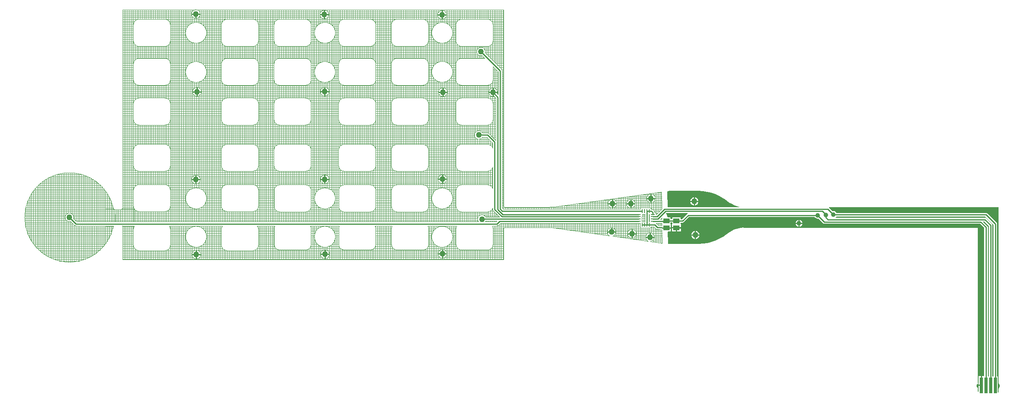
<source format=gbl>
G04*
G04 #@! TF.GenerationSoftware,Altium Limited,Altium Designer,18.0.7 (293)*
G04*
G04 Layer_Physical_Order=2*
G04 Layer_Color=16711680*
%FSAX25Y25*%
%MOIN*%
G70*
G01*
G75*
%ADD15C,0.00394*%
%ADD16C,0.01000*%
%ADD17C,0.03937*%
%ADD18C,0.05000*%
%ADD19R,0.02756X0.13780*%
%ADD20R,0.05512X0.04331*%
%ADD21R,0.01102X0.03543*%
%ADD22R,0.03543X0.01102*%
G36*
X2188053Y0114164D02*
X2191775Y0113612D01*
X2195425Y0112697D01*
X2198968Y0111430D01*
X2202369Y0109821D01*
X2205596Y0107887D01*
X2206264Y0107391D01*
X2206273Y0107404D01*
X2210708Y0104300D01*
X2210788Y0104265D01*
X2212218Y0103309D01*
X2214653Y0102108D01*
X2217224Y0101235D01*
X2218921Y0100898D01*
X2218871Y0100398D01*
X2157913D01*
X2157776Y0113562D01*
X2157752Y0113733D01*
X2158049Y0114249D01*
X2160012Y0114345D01*
X2160078Y0114332D01*
X2184295D01*
X2184361Y0114345D01*
X2188053Y0114164D01*
D02*
G37*
G36*
X2175146Y0095039D02*
X2175015Y0095013D01*
X2174519Y0094681D01*
X2170119Y0090282D01*
X2169056D01*
Y0091718D01*
X2161944D01*
Y0090482D01*
X2160456D01*
Y0091818D01*
X2157959D01*
X2157823Y0092777D01*
X2157314Y0093968D01*
X2156515Y0094988D01*
X2156504Y0095141D01*
X2156902Y0095539D01*
X2175097D01*
X2175146Y0095039D01*
D02*
G37*
G36*
X2283583Y0091483D02*
X2284203Y0091007D01*
X2284925Y0090708D01*
X2285700Y0090606D01*
X2286435Y0090703D01*
X2290319Y0086819D01*
X2290815Y0086487D01*
X2291400Y0086371D01*
X2423866D01*
X2427460Y0082778D01*
Y-0043069D01*
X2427430Y-0043557D01*
X2425552D01*
Y-0051446D01*
X2425052D01*
Y-0051947D01*
X2422674D01*
Y-0056821D01*
X2422672Y-0056825D01*
X2422174Y-0057008D01*
X2422160Y-0056991D01*
Y-0054350D01*
X2422172D01*
X2422046Y-0053720D01*
X2421689Y-0053186D01*
X2421429Y-0053012D01*
X2421333Y-0052929D01*
X2421115Y-0052805D01*
Y-0050959D01*
X2421155Y-0050951D01*
X2421689Y-0050594D01*
X2422046Y-0050059D01*
X2422172Y-0049429D01*
X2422160D01*
Y0081913D01*
X2422080Y0082313D01*
X2421854Y0082652D01*
X2421515Y0082878D01*
X2421115Y0082958D01*
X2222596D01*
X2222596Y0082958D01*
Y0082982D01*
X2219887Y0082805D01*
X2217224Y0082275D01*
X2214653Y0081402D01*
X2212218Y0080202D01*
X2210788Y0079246D01*
X2210708Y0079210D01*
X2206273Y0076106D01*
X2206264Y0076119D01*
X2205596Y0075624D01*
X2202369Y0073689D01*
X2198968Y0072080D01*
X2195425Y0070813D01*
X2191775Y0069899D01*
X2188053Y0069346D01*
X2184361Y0069165D01*
X2184295Y0069178D01*
X2160078D01*
X2160012Y0069165D01*
X2158500Y0069239D01*
X2158200Y0069753D01*
X2158228Y0069988D01*
X2158130Y0079426D01*
X2158482Y0079782D01*
X2160656D01*
Y0086113D01*
X2160456D01*
Y0087423D01*
X2161944D01*
Y0086013D01*
X2161744D01*
Y0083347D01*
X2169256D01*
Y0086013D01*
X2169056D01*
Y0087223D01*
X2170753D01*
X2171338Y0087340D01*
X2171834Y0087671D01*
X2176233Y0092071D01*
X2283132D01*
X2283583Y0091483D01*
D02*
G37*
G36*
X2435334Y0085603D02*
Y-0043757D01*
X2434455D01*
Y0085074D01*
X2434339Y0085659D01*
X2434007Y0086155D01*
X2429181Y0090981D01*
X2428685Y0091313D01*
X2428100Y0091429D01*
X2301317D01*
X2301147Y0091929D01*
X2301217Y0091983D01*
X2301668Y0092571D01*
X2428366D01*
X2435334Y0085603D01*
D02*
G37*
G36*
X2431397Y0084440D02*
Y-0043757D01*
X2430518D01*
Y0083411D01*
X2430402Y0083996D01*
X2430070Y0084492D01*
X2426654Y0087909D01*
X2426846Y0088371D01*
X2427467D01*
X2431397Y0084440D01*
D02*
G37*
G36*
X2439755Y-0049429D02*
X2439743D01*
X2439869Y-0050059D01*
X2440226Y-0050594D01*
X2440760Y-0050951D01*
X2440800Y-0050959D01*
Y-0052805D01*
X2440582Y-0052929D01*
X2440486Y-0053012D01*
X2440226Y-0053186D01*
X2439869Y-0053720D01*
X2439743Y-0054350D01*
X2439755D01*
Y-0057500D01*
X2439755Y-0057500D01*
X2439734D01*
X2439700Y-0057581D01*
X2439619Y-0057615D01*
Y-0057636D01*
X2439041D01*
Y-0043757D01*
X2438392D01*
Y0086237D01*
X2438276Y0086822D01*
X2437944Y0087318D01*
X2430081Y0095181D01*
X2429585Y0095513D01*
X2429000Y0095629D01*
X2301668D01*
X2301217Y0096217D01*
X2300597Y0096693D01*
X2299875Y0096992D01*
X2299100Y0097094D01*
X2298366Y0096997D01*
X2295413Y0099950D01*
X2295259Y0100053D01*
X2295411Y0100553D01*
X2439755D01*
Y-0049429D01*
D02*
G37*
%LPC*%
G36*
X2181200Y0108864D02*
Y0105900D01*
X2184164D01*
X2184110Y0106314D01*
X2183757Y0107165D01*
X2183196Y0107896D01*
X2182465Y0108457D01*
X2181614Y0108810D01*
X2181200Y0108864D01*
D02*
G37*
G36*
X2180200D02*
X2179786Y0108810D01*
X2178935Y0108457D01*
X2178204Y0107896D01*
X2177643Y0107165D01*
X2177290Y0106314D01*
X2177236Y0105900D01*
X2180200D01*
Y0108864D01*
D02*
G37*
G36*
X2184164Y0104900D02*
X2181200D01*
Y0101936D01*
X2181614Y0101990D01*
X2182465Y0102343D01*
X2183196Y0102904D01*
X2183757Y0103635D01*
X2184110Y0104486D01*
X2184164Y0104900D01*
D02*
G37*
G36*
X2180200D02*
X2177236D01*
X2177290Y0104486D01*
X2177643Y0103635D01*
X2178204Y0102904D01*
X2178935Y0102343D01*
X2179786Y0101990D01*
X2180200Y0101936D01*
Y0104900D01*
D02*
G37*
G36*
X2270300Y0089628D02*
Y0087200D01*
X2272728D01*
X2272692Y0087475D01*
X2272393Y0088197D01*
X2271917Y0088817D01*
X2271297Y0089293D01*
X2270575Y0089592D01*
X2270300Y0089628D01*
D02*
G37*
G36*
X2269300D02*
X2269025Y0089592D01*
X2268303Y0089293D01*
X2267683Y0088817D01*
X2267207Y0088197D01*
X2266908Y0087475D01*
X2266872Y0087200D01*
X2269300D01*
Y0089628D01*
D02*
G37*
G36*
X2272728Y0086200D02*
X2270300D01*
Y0083772D01*
X2270575Y0083808D01*
X2271297Y0084107D01*
X2271917Y0084583D01*
X2272393Y0085203D01*
X2272692Y0085925D01*
X2272728Y0086200D01*
D02*
G37*
G36*
X2269300D02*
X2266872D01*
X2266908Y0085925D01*
X2267207Y0085203D01*
X2267683Y0084583D01*
X2268303Y0084107D01*
X2269025Y0083808D01*
X2269300Y0083772D01*
Y0086200D01*
D02*
G37*
G36*
X2169256Y0082347D02*
X2166000D01*
Y0079682D01*
X2169256D01*
Y0082347D01*
D02*
G37*
G36*
X2165000D02*
X2161744D01*
Y0079682D01*
X2165000D01*
Y0082347D01*
D02*
G37*
G36*
X2182100Y0080218D02*
Y0077254D01*
X2185064D01*
X2185010Y0077667D01*
X2184657Y0078519D01*
X2184096Y0079250D01*
X2183365Y0079811D01*
X2182514Y0080164D01*
X2182100Y0080218D01*
D02*
G37*
G36*
X2181100D02*
X2180686Y0080164D01*
X2179835Y0079811D01*
X2179104Y0079250D01*
X2178543Y0078519D01*
X2178190Y0077667D01*
X2178136Y0077254D01*
X2181100D01*
Y0080218D01*
D02*
G37*
G36*
X2185064Y0076253D02*
X2182100D01*
Y0073289D01*
X2182514Y0073344D01*
X2183365Y0073696D01*
X2184096Y0074257D01*
X2184657Y0074989D01*
X2185010Y0075840D01*
X2185064Y0076253D01*
D02*
G37*
G36*
X2181100D02*
X2178136D01*
X2178190Y0075840D01*
X2178543Y0074989D01*
X2179104Y0074257D01*
X2179835Y0073696D01*
X2180686Y0073344D01*
X2181100Y0073289D01*
Y0076253D01*
D02*
G37*
G36*
X2424552Y-0043557D02*
X2422674D01*
Y-0050946D01*
X2424552D01*
Y-0043557D01*
D02*
G37*
%LPD*%
D15*
X2017097Y0216800D02*
G03*
X2016597Y0218003I-0001697J0000000D01*
G01*
X2017097Y0216800D02*
G03*
X2016600Y0218000I-0001697J0000000D01*
G01*
X2002797Y0233100D02*
G03*
X2000223Y0229578I-0003697J0000000D01*
G01*
X2002622Y0231977D02*
G03*
X2002797Y0233100I-0003522J0001123D01*
G01*
X1969697Y0264564D02*
G03*
X1969697Y0264564I-0003697J0000000D01*
G01*
X2013097Y0198400D02*
G03*
X2010523Y0194878I-0003697J0000000D01*
G01*
X2012922Y0197277D02*
G03*
X2013097Y0198400I-0003522J0001123D01*
G01*
X2005903Y0163197D02*
G03*
X2004700Y0163697I-0001203J-0001197D01*
G01*
X2005900Y0163200D02*
G03*
X2004700Y0163697I-0001200J-0001200D01*
G01*
X1970297Y0198554D02*
G03*
X1970297Y0198554I-0003697J0000000D01*
G01*
X2000484Y0163697D02*
G03*
X2000484Y0160303I-0003284J-0001697D01*
G01*
X2147497Y0107954D02*
G03*
X2147497Y0107954I-0003697J0000000D01*
G01*
X2114597Y0103454D02*
G03*
X2114597Y0103454I-0003697J0000000D01*
G01*
X2130297D02*
G03*
X2130297Y0103454I-0003697J0000000D01*
G01*
X2146902Y0096194D02*
G03*
X2146402Y0097398I-0001697J0000000D01*
G01*
X2146902Y0096194D02*
G03*
X2146405Y0097394I-0001697J0000000D01*
G01*
X2145344Y0098456D02*
G03*
X2144141Y0098956I-0001203J-0001197D01*
G01*
X2145341Y0098459D02*
G03*
X2144141Y0098956I-0001200J-0001200D01*
G01*
X2056168Y0100376D02*
G03*
X2061796Y0100768I0000000J0040592D01*
G01*
X2018318Y0101598D02*
G03*
X2019540Y0100376I0001222J0000000D01*
G01*
X2018318Y0101598D02*
G03*
X2019540Y0100376I0001222J0000000D01*
G01*
X2009003Y0098609D02*
G03*
X2009503Y0097406I0001697J0000000D01*
G01*
X2009003Y0098609D02*
G03*
X2009500Y0097409I0001697J0000000D01*
G01*
X2003148Y0092066D02*
G03*
X1997008Y0087997I-0003248J-0001766D01*
G01*
X2148153Y0081847D02*
G03*
X2149332Y0081350I0001200J0001200D01*
G01*
X2148150Y0081850D02*
G03*
X2149330Y0081350I0001203J0001197D01*
G01*
X2133394Y0086704D02*
G03*
X2134089Y0086853I0000000J0001697D01*
G01*
X2134799Y0086143D02*
G03*
X2134799Y0084753I0001548J-0000695D01*
G01*
X2131230Y0077953D02*
G03*
X2131230Y0077953I-0003697J0000000D01*
G01*
X2146597Y0074954D02*
G03*
X2141327Y0071608I-0003697J0000000D01*
G01*
X2143494Y0071305D02*
G03*
X2146597Y0074954I-0000594J0003649D01*
G01*
X2113907Y0079353D02*
G03*
X2108211Y0076244I-0003697J0000000D01*
G01*
X2111279Y0075815D02*
G03*
X2113907Y0079353I-0001069J0003539D01*
G01*
X2061796Y0082742D02*
G03*
X2056168Y0083135I-0005628J-0040200D01*
G01*
X2002792Y0087997D02*
G03*
X2003219Y0088673I-0002892J0002303D01*
G01*
X2012753Y0084603D02*
G03*
X2013956Y0085103I0000000J0001697D01*
G01*
X2012753Y0084603D02*
G03*
X2013953Y0085100I0000000J0001697D01*
G01*
X2019540Y0083135D02*
G03*
X2018318Y0081913I0000000J-0001222D01*
G01*
X2019540Y0083135D02*
G03*
X2018318Y0081913I0000000J-0001222D01*
G01*
X1969997Y0124453D02*
G03*
X1969997Y0124453I-0003697J0000000D01*
G01*
Y0060654D02*
G03*
X1969997Y0060654I-0003697J0000000D01*
G01*
X1869397Y0264754D02*
G03*
X1869397Y0264754I-0003697J0000000D01*
G01*
X1869797Y0199054D02*
G03*
X1869797Y0199054I-0003697J0000000D01*
G01*
X1760097Y0265154D02*
G03*
X1760097Y0265154I-0003697J0000000D01*
G01*
X1760997Y0198953D02*
G03*
X1760997Y0198953I-0003697J0000000D01*
G01*
X1869797Y0124253D02*
G03*
X1869797Y0124253I-0003697J0000000D01*
G01*
X1869997Y0060353D02*
G03*
X1869997Y0060353I-0003697J0000000D01*
G01*
X1760197Y0124054D02*
G03*
X1760197Y0124054I-0003697J0000000D01*
G01*
X1692869Y0098407D02*
G03*
X1694090Y0099629I0000000J0001222D01*
G01*
X1692869Y0098407D02*
G03*
X1694090Y0099629I0000000J0001222D01*
G01*
X1760497Y0060053D02*
G03*
X1760497Y0060053I-0003697J0000000D01*
G01*
X1694090Y0083881D02*
G03*
X1693854Y0084603I-0001222J0000000D01*
G01*
X1694090Y0083881D02*
G03*
X1693854Y0084603I-0001222J0000000D01*
G01*
X1686152Y0099385D02*
G03*
X1687311Y0098408I0001197J0000244D01*
G01*
X1687929Y0091407D02*
G03*
X1687311Y0098408I-0039978J0000000D01*
G01*
X1686152Y0099385D02*
G03*
X1687311Y0098408I0001197J0000244D01*
G01*
X1687783Y0087997D02*
G03*
X1687929Y0091407I-0039832J0003410D01*
G01*
X1652471Y0091755D02*
G03*
X1649897Y0088233I-0003697J0000000D01*
G01*
X1652296Y0090632D02*
G03*
X1652471Y0091755I-0003522J0001123D01*
G01*
X1686363Y0084603D02*
G03*
X1686152Y0084126I0000986J-0000722D01*
G01*
X1686363Y0084603D02*
G03*
X1686152Y0084126I0000986J-0000722D01*
G01*
X1653026Y0085103D02*
G03*
X1654229Y0084603I0001203J0001197D01*
G01*
X1653029Y0085100D02*
G03*
X1654229Y0084603I0001200J0001200D01*
G01*
X1686152Y0099385D02*
G03*
X1686152Y0084126I-0037378J-0007630D01*
G01*
X1692869Y0098407D02*
G03*
X1694016Y0099210I0000000J0001222D01*
G01*
X1692869Y0098407D02*
G03*
X1694016Y0099210I0000000J0001222D01*
G01*
X1694086Y0083987D02*
G03*
X1693854Y0084603I-0001217J-0000106D01*
G01*
X1694086Y0083987D02*
G03*
X1693854Y0084603I-0001217J-0000106D01*
G01*
X1686201Y0099210D02*
G03*
X1687349Y0098407I0001148J0000419D01*
G01*
X1686201Y0099210D02*
G03*
X1687349Y0098407I0001148J0000419D01*
G01*
X1686363Y0084603D02*
G03*
X1686152Y0084126I0000986J-0000722D01*
G01*
X1686363Y0084603D02*
G03*
X1686152Y0084126I0000986J-0000722D01*
G01*
X2008600Y0258255D02*
Y0268929D01*
X2007869Y0259245D02*
X2018318D01*
X2008842Y0257670D02*
X2018318D01*
X2007025Y0259943D02*
Y0268929D01*
X2007776Y0259366D02*
X2008565Y0258338D01*
X2009199Y0256095D02*
X2018318D01*
X2009061Y0257141D02*
X2009230Y0255856D01*
Y0254521D02*
X2018318D01*
X2008565Y0258338D02*
X2009061Y0257141D01*
X2009230Y0242756D02*
Y0255856D01*
X1982613Y0260820D02*
X2004266D01*
X1982612Y0260820D02*
X2004267D01*
X2018318D01*
X2002300Y0260820D02*
Y0268929D01*
X2003875Y0260820D02*
Y0268929D01*
X2005551Y0260651D02*
X2006748Y0260155D01*
X2007776Y0259366D01*
X2005450Y0260664D02*
Y0268929D01*
X2004266Y0260820D02*
X2005551Y0260651D01*
X2009230Y0248221D02*
X2018318D01*
X2009230Y0249796D02*
X2018318D01*
X2009230Y0246647D02*
X2018318D01*
X2009230Y0252946D02*
X2018318D01*
X2009230Y0251371D02*
X2018318D01*
X2009230Y0243497D02*
X2018318D01*
X2009230Y0245072D02*
X2018318D01*
X2009120Y0241922D02*
X2018318D01*
X2009061Y0241472D02*
X2009230Y0242756D01*
X2008595Y0240347D02*
X2018318D01*
X2008565Y0240274D02*
X2009061Y0241472D01*
X2007776Y0239246D02*
X2008565Y0240274D01*
X2007159Y0238773D02*
X2018318D01*
X2006748Y0238458D02*
X2007776Y0239246D01*
X2005551Y0237962D02*
X2006748Y0238458D01*
X2004266Y0237793D02*
X2005551Y0237962D01*
X2001802Y0235623D02*
X2018318D01*
X2002300Y0234950D02*
Y0237793D01*
X1982613D02*
X2004266D01*
X1991277Y0260820D02*
Y0268929D01*
X1989702Y0260820D02*
Y0268929D01*
X1992852Y0260820D02*
Y0268929D01*
X1986552Y0260820D02*
Y0268929D01*
X1988127Y0260820D02*
Y0268929D01*
X1999151Y0260820D02*
Y0268929D01*
X1997576Y0260820D02*
Y0268929D01*
X2000726Y0260820D02*
Y0268929D01*
X1994426Y0260820D02*
Y0268929D01*
X1996001Y0260820D02*
Y0268929D01*
X1984978Y0260820D02*
Y0268929D01*
X1983403Y0260820D02*
Y0268929D01*
X1981328Y0260651D02*
X1982613Y0260820D01*
X1980253Y0260206D02*
Y0268929D01*
X1981828Y0260717D02*
Y0268929D01*
X1980131Y0260155D02*
X1981328Y0260651D01*
X1979103Y0259366D02*
X1980131Y0260155D01*
X1978678Y0258813D02*
Y0268929D01*
X1978314Y0258338D02*
X1979103Y0259366D01*
Y0239246D02*
X1980131Y0238458D01*
X1978314Y0240274D02*
X1979103Y0239246D01*
X1980131Y0238458D02*
X1981328Y0237962D01*
X1977818Y0257141D02*
X1978314Y0258338D01*
X1977818Y0241472D02*
X1978314Y0240274D01*
X1999151Y0236796D02*
Y0237793D01*
X1997576Y0236468D02*
Y0237793D01*
X2000726Y0236420D02*
Y0237793D01*
X1981328Y0237962D02*
X1982613Y0237793D01*
X1996001Y0235116D02*
Y0237793D01*
X1977649Y0255856D02*
X1977818Y0257141D01*
X1974779Y0250177D02*
X1974842Y0249694D01*
X1974829Y0249796D02*
X1977649D01*
X1974842Y0249306D02*
Y0249694D01*
Y0248919D02*
Y0249306D01*
X1977649Y0242756D02*
Y0255856D01*
Y0242756D02*
X1977818Y0241472D01*
X1974779Y0248436D02*
X1974842Y0248919D01*
X1974764Y0248221D02*
X1977649D01*
X2011575Y0223025D02*
X2018318D01*
X2010000Y0224599D02*
X2018318D01*
X2013150Y0221450D02*
X2018318D01*
X2010174Y0224425D02*
Y0268929D01*
X2011749Y0222850D02*
Y0268929D01*
X2016474Y0218126D02*
Y0268929D01*
X2014899Y0219701D02*
Y0268929D01*
X2009230Y0220570D02*
X2013703Y0216097D01*
X2013324Y0221276D02*
Y0268929D01*
X2009230Y0209449D02*
Y0220570D01*
X2005276Y0229324D02*
X2018318D01*
X2003701Y0230899D02*
X2018318D01*
X2006851Y0227749D02*
X2018318D01*
X2002673Y0234048D02*
X2018318D01*
X2002743Y0232473D02*
X2018318D01*
X2002622Y0231977D02*
X2016597Y0218003D01*
X2008425Y0226174D02*
X2018318D01*
X2008600Y0226000D02*
Y0240358D01*
X2009230Y0219875D02*
X2009925D01*
X2016299Y0218300D02*
X2018318D01*
X2014725Y0219875D02*
X2018318D01*
X2017097Y0216725D02*
X2018318D01*
X2017097Y0213576D02*
X2018318D01*
X2017097Y0215151D02*
X2018318D01*
X2017097Y0212001D02*
X2018318D01*
X2013703Y0196497D02*
Y0216097D01*
X2017097Y0210426D02*
X2018318D01*
X2009230Y0213576D02*
X2013703D01*
X2009230Y0215151D02*
X2013703D01*
X2009230Y0212001D02*
X2013703D01*
X2009230Y0218300D02*
X2011500D01*
X2009230Y0216725D02*
X2013075D01*
X2013324Y0196876D02*
Y0216476D01*
X2009230Y0210426D02*
X2013703D01*
X2010174Y0202015D02*
Y0219626D01*
X2011749Y0201255D02*
Y0218051D01*
X2007025Y0227575D02*
Y0238670D01*
X2005450Y0229150D02*
Y0237948D01*
X2003875Y0230725D02*
Y0237793D01*
X1997576Y0227513D02*
Y0229732D01*
X1996001Y0227513D02*
Y0231084D01*
X2000223Y0229578D02*
X2002287Y0227513D01*
X1992852D02*
Y0237793D01*
X1994426Y0227513D02*
Y0237793D01*
X1989702Y0227513D02*
Y0237793D01*
X1988127Y0227513D02*
Y0237793D01*
X1991277Y0227513D02*
Y0237793D01*
X1984978Y0227513D02*
Y0237793D01*
X1986552Y0227513D02*
Y0237793D01*
X1981828Y0227410D02*
Y0237896D01*
X1983403Y0227513D02*
Y0237793D01*
X1978678Y0225506D02*
Y0239800D01*
X1980253Y0226899D02*
Y0238407D01*
X2000726Y0227513D02*
Y0229075D01*
X1999151Y0227513D02*
Y0229403D01*
X1982613Y0227513D02*
X2002287D01*
X1981328Y0227344D02*
X1982613Y0227513D01*
X1980131Y0226848D02*
X1981328Y0227344D01*
X1979103Y0226059D02*
X1980131Y0226848D01*
X1978314Y0225031D02*
X1979103Y0226059D01*
X1977818Y0223834D02*
X1978314Y0225031D01*
X1977649Y0222549D02*
X1977818Y0223834D01*
X1974799Y0216725D02*
X1977649D01*
X1974779Y0216881D02*
X1974842Y0216399D01*
X1974780Y0215151D02*
X1977649D01*
X1974842Y0216011D02*
Y0216399D01*
Y0215623D02*
Y0216011D01*
X1977649Y0209449D02*
Y0222549D01*
Y0209449D02*
X1977818Y0208165D01*
X1974779Y0215141D02*
X1974842Y0215623D01*
X1974747Y0214655D02*
X1974779Y0215141D01*
X1973162Y0254521D02*
X1977649D01*
X1973126Y0254574D02*
X1973557Y0253929D01*
X1973773Y0253492D01*
X1972509Y0255326D02*
X1972805Y0254940D01*
X1973126Y0254574D01*
X1974068Y0252946D02*
X1977649D01*
X1974016Y0253071D02*
X1974313Y0252354D01*
X1974439Y0251884D01*
X1973954Y0253178D02*
Y0268929D01*
X1973773Y0253492D02*
X1974016Y0253071D01*
X1969565Y0265544D02*
X2018318D01*
X1968672Y0267119D02*
X2018318D01*
X1969649Y0263969D02*
X2018318D01*
X1968993Y0262395D02*
X2018318D01*
X1949270Y0260820D02*
X1982612D01*
X1952872Y0259245D02*
X1979010D01*
X1969008Y0257670D02*
X1978037D01*
X1971672Y0256095D02*
X1977681D01*
X1971961Y0255874D02*
X1972509Y0255326D01*
X1974747Y0250662D02*
X1974779Y0250177D01*
X1974606Y0251371D02*
X1977649D01*
X1974747Y0247950D02*
X1974779Y0248436D01*
X1974439Y0251884D02*
X1974595Y0251423D01*
X1974747Y0250662D01*
X1974595Y0247189D02*
X1974747Y0247950D01*
X1974439Y0246729D02*
X1974595Y0247189D01*
X1974417Y0246647D02*
X1977649D01*
X1974313Y0246258D02*
X1974439Y0246729D01*
X1974016Y0245542D02*
X1974313Y0246258D01*
X1973773Y0245120D02*
X1974016Y0245542D01*
X1973557Y0244684D02*
X1973773Y0245120D01*
X1973749Y0245072D02*
X1977649D01*
X1973126Y0244039D02*
X1973557Y0244684D01*
X1972806Y0243673D02*
X1973126Y0244039D01*
X1972671Y0243497D02*
X1977649D01*
X1970911Y0241922D02*
X1977759D01*
X1972509Y0243287D02*
X1972806Y0243673D01*
X1971961Y0242738D02*
X1972509Y0243287D01*
X1969230Y0266363D02*
Y0268929D01*
X1967655Y0267870D02*
Y0268929D01*
X1966080Y0268260D02*
Y0268929D01*
X1972379Y0255456D02*
Y0268929D01*
X1970804Y0256762D02*
Y0268929D01*
X1969230Y0257578D02*
Y0262765D01*
X1967655Y0258040D02*
Y0261258D01*
X1966080Y0258207D02*
Y0260868D01*
X1962930Y0266624D02*
Y0268929D01*
X1964505Y0267945D02*
Y0268929D01*
X1965071Y0258143D02*
X1965553Y0258207D01*
X1966329D01*
X1962930Y0257688D02*
Y0262504D01*
X1964505Y0258096D02*
Y0261183D01*
X1969706Y0257381D02*
X1970127Y0257138D01*
X1968989Y0257678D02*
X1969706Y0257381D01*
X1970127Y0257138D02*
X1970564Y0256922D01*
X1968058Y0257960D02*
X1968519Y0257804D01*
X1968989Y0257678D01*
X1971575Y0242442D02*
X1971961Y0242738D01*
X1971575Y0256171D02*
X1971961Y0255874D01*
X1971209Y0242121D02*
X1971575Y0242442D01*
X1970564Y0256922D02*
X1971209Y0256491D01*
X1971575Y0256171D01*
X1966812Y0258143D02*
X1967297Y0258112D01*
X1966329Y0258207D02*
X1966812Y0258143D01*
X1967297Y0258112D02*
X1968058Y0257960D01*
X1964585Y0258112D02*
X1965071Y0258143D01*
X1963824Y0257960D02*
X1964585Y0258112D01*
X1963363Y0257804D02*
X1963824Y0257960D01*
X1962893Y0257678D02*
X1963363Y0257804D01*
X1962177Y0257381D02*
X1962893Y0257678D01*
X1953845Y0257670D02*
X1962875D01*
X1972805Y0221644D02*
X1973126Y0221278D01*
X1972509Y0222030D02*
X1972805Y0221644D01*
X1972976Y0221450D02*
X1977649D01*
X1972379Y0222160D02*
Y0243157D01*
X1971961Y0222579D02*
X1972509Y0222030D01*
X1973954Y0219883D02*
Y0245434D01*
X1973773Y0220197D02*
X1974016Y0219775D01*
X1973959Y0219875D02*
X1977649D01*
X1973126Y0221278D02*
X1973557Y0220633D01*
X1973773Y0220197D01*
X1953599Y0240347D02*
X1978284D01*
X1952162Y0238773D02*
X1979720D01*
X1952629Y0226174D02*
X1979253D01*
X1970564Y0241690D02*
X1971209Y0242121D01*
X1968251Y0224599D02*
X1978135D01*
X1971404Y0223025D02*
X1977712D01*
X1971575Y0222875D02*
X1971961Y0222579D01*
X1970564Y0223627D02*
X1971209Y0223196D01*
X1971575Y0222875D01*
X1974537Y0218300D02*
X1977649D01*
X1974439Y0218589D02*
X1974595Y0218128D01*
X1974747Y0217367D01*
X1974016Y0219775D02*
X1974313Y0219059D01*
X1974439Y0218589D01*
X1974747Y0217367D02*
X1974779Y0216881D01*
X1974595Y0213894D02*
X1974747Y0214655D01*
X1974487Y0213576D02*
X1977649D01*
X1974439Y0213433D02*
X1974595Y0213894D01*
X1974313Y0212963D02*
X1974439Y0213433D01*
X1974016Y0212246D02*
X1974313Y0212963D01*
X1973773Y0211825D02*
X1974016Y0212246D01*
X1973874Y0212001D02*
X1977649D01*
X1973557Y0211388D02*
X1973773Y0211825D01*
X1973126Y0210743D02*
X1973557Y0211388D01*
X1972806Y0210378D02*
X1973126Y0210743D01*
X1972848Y0210426D02*
X1977649D01*
X1972509Y0209991D02*
X1972806Y0210378D01*
X1971961Y0209443D02*
X1972509Y0209991D01*
X1970127Y0241475D02*
X1970564Y0241690D01*
X1969706Y0241231D02*
X1970127Y0241475D01*
X1968989Y0240935D02*
X1969706Y0241231D01*
X1968519Y0240809D02*
X1968989Y0240935D01*
X1968058Y0240652D02*
X1968519Y0240809D01*
X1970804Y0223466D02*
Y0241851D01*
X1969230Y0224283D02*
Y0241034D01*
X1967297Y0240501D02*
X1968058Y0240652D01*
X1967655Y0224745D02*
Y0240572D01*
X1966812Y0240469D02*
X1967297Y0240501D01*
X1963824Y0240652D02*
X1964585Y0240501D01*
X1963364Y0240809D02*
X1963824Y0240652D01*
X1964585Y0240501D02*
X1965071Y0240469D01*
X1962177Y0241231D02*
X1962893Y0240935D01*
X1963364Y0240809D01*
X1965071Y0240469D02*
X1965553Y0240406D01*
X1966329D02*
X1966812Y0240469D01*
X1962930Y0224392D02*
Y0240925D01*
X1964505Y0224800D02*
Y0240517D01*
X1967297Y0224816D02*
X1968058Y0224665D01*
X1966812Y0224848D02*
X1967297Y0224816D01*
X1968058Y0224665D02*
X1968519Y0224508D01*
X1966080Y0224912D02*
Y0240406D01*
X1966329Y0224912D02*
X1966812Y0224848D01*
X1969706Y0224086D02*
X1970127Y0223842D01*
X1970564Y0223627D01*
X1968519Y0224508D02*
X1968989Y0224382D01*
X1969706Y0224086D01*
X1965553Y0224912D02*
X1966329D01*
X1965553Y0240406D02*
X1966329D01*
X1965071Y0224848D02*
X1965553Y0224912D01*
X1964585Y0224816D02*
X1965071Y0224848D01*
X1963824Y0224665D02*
X1964585Y0224816D01*
X1963363Y0224508D02*
X1963824Y0224665D01*
X1953747Y0224599D02*
X1963632D01*
X1962893Y0224382D02*
X1963363Y0224508D01*
X1962177Y0224086D02*
X1962893Y0224382D01*
X2017097Y0204127D02*
X2018318D01*
X2017097Y0205702D02*
X2018318D01*
X2017097Y0202552D02*
X2018318D01*
X2017097Y0208852D02*
X2018318D01*
X2017097Y0207277D02*
X2018318D01*
X2017097Y0199403D02*
X2018318D01*
X2017097Y0200977D02*
X2018318D01*
X2017097Y0197828D02*
X2018318D01*
X2013052D02*
X2013703D01*
X2017097Y0196253D02*
X2018318D01*
X2012050Y0200977D02*
X2013703D01*
X2007467Y0205702D02*
X2013703D01*
X2012958Y0199403D02*
X2013703D01*
X2009151Y0208852D02*
X2013703D01*
X2008693Y0207277D02*
X2013703D01*
X2012922Y0197277D02*
X2013703Y0196497D01*
X2017097Y0189954D02*
X2018318D01*
X2017097Y0191529D02*
X2018318D01*
X2017097Y0188379D02*
X2018318D01*
X2017097Y0194678D02*
X2018318D01*
X2017097Y0193103D02*
X2018318D01*
X2017097Y0177355D02*
X2018318D01*
X2017097Y0183655D02*
X2018318D01*
X2017097Y0175781D02*
X2018318D01*
X2017097Y0186804D02*
X2018318D01*
X2017097Y0185229D02*
X2018318D01*
X2009230Y0183655D02*
X2011803D01*
X2009230Y0185229D02*
X2011803D01*
X2017097Y0182080D02*
X2018318D01*
X2010523Y0194878D02*
X2011803Y0193597D01*
X2006473Y0193103D02*
X2011803D01*
X2017097Y0174206D02*
X2018318D01*
X2017097Y0172631D02*
X2018318D01*
X2017097Y0180505D02*
X2018318D01*
X2017097Y0178930D02*
X2018318D01*
X2009061Y0208165D02*
X2009230Y0209449D01*
X2008565Y0206967D02*
X2009061Y0208165D01*
X2008600Y0202009D02*
Y0207050D01*
X2007776Y0205939D02*
X2008565Y0206967D01*
X2006748Y0205151D02*
X2007776Y0205939D01*
X2008600Y0191090D02*
Y0194791D01*
X2007025Y0201233D02*
Y0205363D01*
Y0192777D02*
Y0195567D01*
X2005551Y0204655D02*
X2006748Y0205151D01*
X2004266Y0204486D02*
X2005551Y0204655D01*
X2000726Y0193655D02*
Y0204486D01*
X2003875Y0193655D02*
Y0204486D01*
X2004266Y0193655D02*
X2005551Y0193485D01*
X2006748Y0192990D01*
X2005450Y0193499D02*
Y0204641D01*
X2002300Y0193655D02*
Y0204486D01*
X2009230Y0182080D02*
X2011803D01*
X2009230Y0186804D02*
X2011803D01*
X2009230Y0180505D02*
X2011803D01*
X2009064Y0189954D02*
X2011803D01*
X2009230Y0188379D02*
X2011803D01*
X2009230Y0177355D02*
X2011803D01*
X2009230Y0178930D02*
X2011803D01*
X2009230Y0175781D02*
X2011803D01*
X2009230Y0175591D02*
Y0188691D01*
X2009061Y0174306D02*
X2009230Y0175591D01*
X2008565Y0191173D02*
X2009061Y0189976D01*
X2008292Y0191529D02*
X2011803D01*
X2009061Y0189976D02*
X2009230Y0188691D01*
X2006748Y0192990D02*
X2007776Y0192201D01*
X2008565Y0191173D01*
X2009019Y0174206D02*
X2011803D01*
X2008198Y0172631D02*
X2011803D01*
X2008565Y0173109D02*
X2009061Y0174306D01*
X2007776Y0172081D02*
X2008565Y0173109D01*
X2017097Y0166332D02*
X2018318D01*
X2017097Y0167907D02*
X2018318D01*
X2017097Y0164757D02*
X2018318D01*
X2017097Y0171056D02*
X2018318D01*
X2017097Y0169481D02*
X2018318D01*
X2017097Y0158458D02*
X2018318D01*
X2017097Y0160033D02*
X2018318D01*
X2017097Y0156883D02*
X2018318D01*
X2017097Y0163182D02*
X2018318D01*
X2017097Y0161607D02*
X2018318D01*
X2009067Y0160033D02*
X2011803D01*
X2007492Y0161607D02*
X2011803D01*
X2010642Y0158458D02*
X2011803D01*
X2006179Y0171056D02*
X2011803D01*
X2005918Y0163182D02*
X2011803D01*
X2017097Y0153733D02*
X2018318D01*
X2017097Y0152159D02*
X2018318D01*
X2005903Y0163197D02*
X2011803Y0157297D01*
X2017097Y0155308D02*
X2018318D01*
X2017097Y0131686D02*
X2018318D01*
X2017097Y0133261D02*
X2018318D01*
X2017097Y0130111D02*
X2018318D01*
X2017097Y0136411D02*
X2018318D01*
X2017097Y0134836D02*
X2018318D01*
X2017097Y0123812D02*
X2018318D01*
X2017097Y0125387D02*
X2018318D01*
X2017097Y0122237D02*
X2018318D01*
X2017097Y0128537D02*
X2018318D01*
X2017097Y0126962D02*
X2018318D01*
X2017097Y0145859D02*
X2018318D01*
X2017097Y0147434D02*
X2018318D01*
X2017097Y0144285D02*
X2018318D01*
X2017097Y0150584D02*
X2018318D01*
X2017097Y0149009D02*
X2018318D01*
X2017097Y0139560D02*
X2018318D01*
X2017097Y0137985D02*
X2018318D01*
X2017097Y0142710D02*
X2018318D01*
X2017097Y0141135D02*
X2018318D01*
X2006748Y0171292D02*
X2007776Y0172081D01*
X2005551Y0170796D02*
X2006748Y0171292D01*
X2005450Y0163522D02*
Y0170783D01*
X2011749Y0157351D02*
Y0193651D01*
X2010174Y0158925D02*
Y0194785D01*
X2011803Y0157297D02*
Y0193597D01*
X2008600Y0160500D02*
Y0173192D01*
X2007025Y0162075D02*
Y0171504D01*
X2004266Y0170627D02*
X2005551Y0170796D01*
X2003875Y0163697D02*
Y0170627D01*
X2000484Y0160303D02*
X2003997D01*
X2000726Y0163697D02*
Y0170627D01*
X2002300Y0163697D02*
Y0170627D01*
X2003875Y0154285D02*
Y0160303D01*
X2003997D02*
X2009003Y0155297D01*
X2000726Y0154285D02*
Y0160303D01*
X2002300Y0154285D02*
Y0160303D01*
X2008600Y0151719D02*
Y0155701D01*
X2008292Y0152159D02*
X2009003D01*
X2008565Y0151803D02*
X2009003Y0150745D01*
X2007025Y0153407D02*
Y0157275D01*
X2007776Y0152831D02*
X2008565Y0151803D01*
X2009003Y0150745D02*
Y0155297D01*
X2008565Y0133739D02*
X2009003Y0134797D01*
X2007776Y0132711D02*
X2008565Y0133739D01*
X2008198Y0133261D02*
X2009003D01*
X2006473Y0153733D02*
X2009003D01*
X2005551Y0154115D02*
X2006748Y0153620D01*
X2007776Y0152831D01*
X2005450Y0154129D02*
Y0158850D01*
X2004266Y0154285D02*
X2005551Y0154115D01*
X2006748Y0131922D02*
X2007776Y0132711D01*
X2006179Y0131686D02*
X2009003D01*
X2005551Y0131426D02*
X2006748Y0131922D01*
X2004266Y0131257D02*
X2005551Y0131426D01*
X1999151Y0193655D02*
Y0204486D01*
X1991277Y0193655D02*
Y0204486D01*
X1982613D02*
X2004266D01*
X1981328Y0204655D02*
X1982613Y0204486D01*
X1989702Y0193655D02*
Y0204486D01*
X1988127Y0193655D02*
Y0204486D01*
X1986552Y0193655D02*
Y0204486D01*
X1997576Y0193655D02*
Y0204486D01*
X1981828Y0193551D02*
Y0204589D01*
X1984978Y0193655D02*
Y0204486D01*
X1978314Y0206967D02*
X1979103Y0205939D01*
X1977818Y0208165D02*
X1978314Y0206967D01*
X1952470Y0205702D02*
X1979412D01*
X1971238Y0208852D02*
X1977728D01*
X1967655Y0207277D02*
X1978186D01*
X1980131Y0205151D02*
X1981328Y0204655D01*
X1980253Y0193040D02*
Y0205100D01*
X1978678Y0191647D02*
Y0206493D01*
X1979103Y0205939D02*
X1980131Y0205151D01*
X1996001Y0193655D02*
Y0204486D01*
X1994426Y0193655D02*
Y0204486D01*
X1982613Y0193655D02*
X2004266D01*
X1983403D02*
Y0204486D01*
X1992852Y0193655D02*
Y0204486D01*
X1981328Y0193485D02*
X1982613Y0193655D01*
X1980131Y0192990D02*
X1981328Y0193485D01*
X1979103Y0192201D02*
X1980131Y0192990D01*
X1978314Y0191173D02*
X1979103Y0192201D01*
X1977818Y0189976D02*
X1978314Y0191173D01*
X1970198Y0199403D02*
X2005842D01*
X1969391Y0200977D02*
X2006750D01*
X1969494Y0196253D02*
X2006391D01*
X1970225Y0197828D02*
X2005748D01*
X1951477Y0193103D02*
X1980406D01*
X1953295Y0191529D02*
X1978587D01*
X1977649Y0188691D02*
X1977818Y0189976D01*
X1954067Y0189954D02*
X1977815D01*
X1954233Y0183655D02*
X1977649D01*
X1971575Y0209147D02*
X1971961Y0209443D01*
X1971209Y0208826D02*
X1971575Y0209147D01*
X1970564Y0208395D02*
X1971209Y0208826D01*
X1970127Y0208179D02*
X1970564Y0208395D01*
X1969706Y0207936D02*
X1970127Y0208179D01*
X1969230Y0201152D02*
Y0207739D01*
X1968989Y0207639D02*
X1969706Y0207936D01*
X1968519Y0207513D02*
X1968989Y0207639D01*
X1968058Y0207357D02*
X1968519Y0207513D01*
X1967655Y0202097D02*
Y0207277D01*
X1963824Y0207357D02*
X1964585Y0207206D01*
X1963364Y0207513D02*
X1963824Y0207357D01*
X1953696Y0207277D02*
X1964227D01*
X1962177Y0207936D02*
X1962893Y0207639D01*
X1963364Y0207513D01*
X1967297Y0207206D02*
X1968058Y0207357D01*
X1964585Y0207206D02*
X1965071Y0207174D01*
X1962930Y0199002D02*
Y0207629D01*
X1964505Y0201600D02*
Y0207221D01*
X1966812Y0207174D02*
X1967297Y0207206D01*
X1966329Y0207110D02*
X1966812Y0207174D01*
X1965553Y0207110D02*
X1966329D01*
X1965071Y0207174D02*
X1965553Y0207110D01*
X1966080Y0202214D02*
Y0207110D01*
X1954233Y0185229D02*
X1977649D01*
X1954233Y0186804D02*
X1977649D01*
X1954233Y0182080D02*
X1977649D01*
X1954233Y0188379D02*
X1977649D01*
X1954233Y0177355D02*
X1977649D01*
X1954233Y0175781D02*
X1977649D01*
X1954233Y0180505D02*
X1977649D01*
X1954233Y0178930D02*
X1977649D01*
X1999151Y0165140D02*
Y0170627D01*
X1997576Y0165678D02*
Y0170627D01*
X1994426Y0164444D02*
Y0170627D01*
X1996001Y0165497D02*
Y0170627D01*
X1991277Y0154285D02*
Y0170627D01*
X1989702Y0154285D02*
Y0170627D01*
X1992852Y0154285D02*
Y0170627D01*
X1986552Y0154285D02*
Y0170627D01*
X1988127Y0154285D02*
Y0170627D01*
X1981328Y0170796D02*
X1982613Y0170627D01*
X1980131Y0171292D02*
X1981328Y0170796D01*
X1982613Y0170627D02*
X2004266D01*
X1979103Y0172081D02*
X1980131Y0171292D01*
X1951182Y0171056D02*
X1980701D01*
X1983403Y0154285D02*
Y0170627D01*
X1984978Y0154285D02*
Y0170627D01*
X1980253Y0153670D02*
Y0171242D01*
X1981828Y0154181D02*
Y0170731D01*
X2000484Y0163697D02*
X2004700D01*
X1999663Y0164757D02*
X2011803D01*
X1998258Y0158458D02*
X2005843D01*
X2000330Y0160033D02*
X2004268D01*
X1994426Y0154285D02*
Y0159556D01*
X1999151Y0154285D02*
Y0158860D01*
X1982613Y0154285D02*
X2004266D01*
X1982613Y0131257D02*
X2004266D01*
X1996001Y0154285D02*
Y0158503D01*
X1997576Y0154285D02*
Y0158322D01*
X1981328Y0154115D02*
X1982613Y0154285D01*
X1980131Y0153620D02*
X1981328Y0154115D01*
X1980131Y0131922D02*
X1981328Y0131426D01*
X1951476Y0153733D02*
X1980406D01*
X1951182Y0131686D02*
X1980701D01*
X1969877Y0125387D02*
X2009003D01*
X1969941Y0123812D02*
X2009003D01*
X1981328Y0131426D02*
X1982613Y0131257D01*
X1969016Y0126962D02*
X2009003D01*
X1978314Y0173109D02*
X1979103Y0172081D01*
X1977818Y0174306D02*
X1978314Y0173109D01*
X1979103Y0152831D02*
X1980131Y0153620D01*
X1977649Y0175591D02*
Y0188691D01*
Y0175591D02*
X1977818Y0174306D01*
X1978678Y0152277D02*
Y0172634D01*
X1978314Y0151803D02*
X1979103Y0152831D01*
X1977818Y0150605D02*
X1978314Y0151803D01*
X1977649Y0149321D02*
X1977818Y0150605D01*
X1977649Y0136221D02*
Y0149321D01*
X1954023Y0174206D02*
X1977860D01*
X1953201Y0172631D02*
X1978681D01*
X1953295Y0152159D02*
X1978587D01*
X1966080Y0128144D02*
Y0194894D01*
X1954067Y0150584D02*
X1977815D01*
X1969230Y0126708D02*
Y0195955D01*
X1967655Y0127893D02*
Y0195010D01*
X1962930Y0125974D02*
Y0198106D01*
X1964505Y0127685D02*
Y0195508D01*
X1977818Y0134936D02*
X1978314Y0133739D01*
X1977649Y0136221D02*
X1977818Y0134936D01*
X1978314Y0133739D02*
X1979103Y0132711D01*
X1954233Y0144285D02*
X1977649D01*
X1954233Y0142710D02*
X1977649D01*
X1979103Y0132711D02*
X1980131Y0131922D01*
X1954233Y0141135D02*
X1977649D01*
X1954233Y0145859D02*
X1977649D01*
X1954233Y0139560D02*
X1977649D01*
X1954233Y0149009D02*
X1977649D01*
X1954233Y0147434D02*
X1977649D01*
X1954023Y0134836D02*
X1977860D01*
X1953202Y0133261D02*
X1978681D01*
X1954233Y0137985D02*
X1977649D01*
X1954233Y0136411D02*
X1977649D01*
X1961755Y0257138D02*
X1962177Y0257381D01*
X1961356Y0256941D02*
Y0268929D01*
X1961319Y0256922D02*
X1961755Y0257138D01*
X1960674Y0256491D02*
X1961319Y0256922D01*
X1960308Y0256171D02*
X1960674Y0256491D01*
X1959922Y0255874D02*
X1960308Y0256171D01*
X1959781Y0255733D02*
Y0268929D01*
X1959373Y0255326D02*
X1959922Y0255874D01*
X1959077Y0254940D02*
X1959373Y0255326D01*
X1958756Y0254574D02*
X1959077Y0254940D01*
X1958325Y0253929D02*
X1958756Y0254574D01*
X1954202Y0256095D02*
X1960210D01*
X1954233Y0254521D02*
X1958721D01*
X1958206Y0253687D02*
Y0268929D01*
X1958110Y0253492D02*
X1958325Y0253929D01*
X1957866Y0253071D02*
X1958110Y0253492D01*
X1957570Y0252354D02*
X1957866Y0253071D01*
X1954233Y0252946D02*
X1957815D01*
X1957444Y0251884D02*
X1957570Y0252354D01*
X1957444Y0246729D02*
X1957570Y0246258D01*
X1957287Y0251423D02*
X1957444Y0251884D01*
X1957570Y0246258D02*
X1957866Y0245542D01*
X1957136Y0247950D02*
X1957287Y0247190D01*
X1957444Y0246729D01*
X1958756Y0244039D02*
X1959077Y0243673D01*
X1958325Y0244684D02*
X1958756Y0244039D01*
X1959077Y0243673D02*
X1959373Y0243287D01*
X1957866Y0245542D02*
X1958110Y0245120D01*
X1958325Y0244684D01*
X1957136Y0250662D02*
X1957287Y0251423D01*
X1954233Y0251371D02*
X1957277D01*
X1957104Y0250177D02*
X1957136Y0250662D01*
X1957040Y0249694D02*
X1957104Y0250177D01*
X1954233Y0248221D02*
X1957118D01*
X1954233Y0245072D02*
X1958134D01*
X1954233Y0243497D02*
X1959212D01*
X1957104Y0248436D02*
X1957136Y0247950D01*
X1954233Y0246647D02*
X1957466D01*
X1944033Y0260820D02*
Y0268929D01*
X1942458Y0260820D02*
Y0268929D01*
X1945608Y0260820D02*
Y0268929D01*
X1939308Y0260820D02*
Y0268929D01*
X1940883Y0260820D02*
Y0268929D01*
X1951907Y0260036D02*
Y0268929D01*
X1950332Y0260680D02*
Y0268929D01*
X1953482Y0258451D02*
Y0268929D01*
X1947182Y0260820D02*
Y0268929D01*
X1948757Y0260820D02*
Y0268929D01*
X1936159Y0260820D02*
Y0268929D01*
X1934584Y0260820D02*
Y0268929D01*
X1937734Y0260820D02*
Y0268929D01*
X1931434Y0260820D02*
Y0268929D01*
X1933009Y0260820D02*
Y0268929D01*
X1926710Y0260701D02*
Y0268929D01*
X1928285Y0260820D02*
Y0268929D01*
X1923560Y0258655D02*
Y0268929D01*
X1925135Y0260155D02*
Y0268929D01*
X1953568Y0258338D02*
X1954064Y0257141D01*
X1952780Y0259366D02*
X1953568Y0258338D01*
X1954064Y0257141D02*
X1954233Y0255856D01*
X1950554Y0260651D02*
X1951752Y0260155D01*
X1952780Y0259366D01*
X1957040Y0249306D02*
Y0249694D01*
X1954233Y0249796D02*
X1957054D01*
X1957040Y0248919D02*
X1957104Y0248436D01*
X1954233Y0242756D02*
Y0255856D01*
X1957040Y0248919D02*
Y0249306D01*
X1949270Y0260820D02*
X1950554Y0260651D01*
X1927616Y0260820D02*
X1949270D01*
X1927615Y0260820D02*
X1949270D01*
X1929860Y0260820D02*
Y0268929D01*
X1926331Y0260651D02*
X1927616Y0260820D01*
X1925134Y0260155D02*
X1926331Y0260651D01*
X1924106Y0259366D02*
X1925134Y0260155D01*
X1923317Y0258338D02*
X1924106Y0259366D01*
X1922821Y0257141D02*
X1923317Y0258338D01*
X1960674Y0242121D02*
X1961319Y0241690D01*
X1960308Y0242442D02*
X1960674Y0242121D01*
X1961319Y0241690D02*
X1961755Y0241475D01*
X1959373Y0243287D02*
X1959922Y0242738D01*
X1960308Y0242442D01*
X1961755Y0241475D02*
X1962177Y0241231D01*
X1961755Y0223842D02*
X1962177Y0224086D01*
X1961319Y0223627D02*
X1961755Y0223842D01*
X1959781Y0222438D02*
Y0242879D01*
X1961356Y0223645D02*
Y0241672D01*
X1954124Y0241922D02*
X1960971D01*
X1954064Y0241472D02*
X1954233Y0242756D01*
X1953568Y0240274D02*
X1954064Y0241472D01*
X1952780Y0239246D02*
X1953568Y0240274D01*
X1951752Y0238458D02*
X1952780Y0239246D01*
X1958206Y0220392D02*
Y0244925D01*
X1953568Y0225031D02*
X1954064Y0223834D01*
X1953482Y0225144D02*
Y0240161D01*
X1952780Y0226059D02*
X1953568Y0225031D01*
X1960674Y0223196D02*
X1961319Y0223627D01*
X1960308Y0222875D02*
X1960674Y0223196D01*
X1959922Y0222579D02*
X1960308Y0222875D01*
X1959373Y0222030D02*
X1959922Y0222579D01*
X1959077Y0221644D02*
X1959373Y0222030D01*
X1958756Y0221278D02*
X1959077Y0221644D01*
X1958325Y0220633D02*
X1958756Y0221278D01*
X1958110Y0220197D02*
X1958325Y0220633D01*
X1957866Y0219775D02*
X1958110Y0220197D01*
X1957570Y0219059D02*
X1957866Y0219775D01*
X1954233Y0221450D02*
X1958907D01*
X1954171Y0223025D02*
X1960478D01*
X1954233Y0219875D02*
X1957924D01*
X1954064Y0223834D02*
X1954233Y0222549D01*
X1957444Y0218588D02*
X1957570Y0219059D01*
X1957287Y0218128D02*
X1957444Y0218588D01*
X1954233Y0218300D02*
X1957346D01*
X1954233Y0209449D02*
Y0222549D01*
X1957136Y0217367D02*
X1957287Y0218128D01*
X1950554Y0237962D02*
X1951752Y0238458D01*
X1949270Y0237793D02*
X1950554Y0237962D01*
X1927616Y0237793D02*
X1949270D01*
X1944033Y0227513D02*
Y0237793D01*
X1948757Y0227513D02*
Y0237793D01*
X1951907Y0226729D02*
Y0238577D01*
X1950332Y0227373D02*
Y0237932D01*
X1942458Y0227513D02*
Y0237793D01*
X1939308Y0227513D02*
Y0237793D01*
X1940883Y0227513D02*
Y0237793D01*
X1924106Y0239246D02*
X1925134Y0238458D01*
X1923317Y0240274D02*
X1924106Y0239246D01*
X1925134Y0238458D02*
X1926331Y0237962D01*
X1922652Y0242756D02*
X1922821Y0241472D01*
X1923317Y0240274D01*
X1926331Y0237962D02*
X1927616Y0237793D01*
X1926710Y0227394D02*
Y0237912D01*
X1923560Y0225348D02*
Y0239958D01*
X1925135Y0226848D02*
Y0238457D01*
X1937734Y0227513D02*
Y0237793D01*
X1936159Y0227513D02*
Y0237793D01*
X1945608Y0227513D02*
Y0237793D01*
X1933009Y0227513D02*
Y0237793D01*
X1934584Y0227513D02*
Y0237793D01*
X1950554Y0227344D02*
X1951752Y0226848D01*
X1952780Y0226059D01*
X1947182Y0227513D02*
Y0237793D01*
X1949270Y0227513D02*
X1950554Y0227344D01*
X1931434Y0227513D02*
Y0237793D01*
X1929860Y0227513D02*
Y0237793D01*
X1927616Y0227513D02*
X1949270D01*
X1928285D02*
Y0237793D01*
X1926331Y0227344D02*
X1927616Y0227513D01*
X1925134Y0226848D02*
X1926331Y0227344D01*
X1924106Y0226059D02*
X1925134Y0226848D01*
X1923317Y0225031D02*
X1924106Y0226059D01*
X1922821Y0223834D02*
X1923317Y0225031D01*
X1901513Y0260820D02*
Y0268929D01*
X1899938Y0260820D02*
Y0268929D01*
X1903088Y0260820D02*
Y0268929D01*
X1895214Y0260820D02*
Y0268929D01*
X1896789Y0260820D02*
Y0268929D01*
X1907812Y0259429D02*
Y0268929D01*
X1906238Y0260415D02*
Y0268929D01*
X1904384Y0260820D02*
X1905669Y0260651D01*
X1898364Y0260820D02*
Y0268929D01*
X1904663Y0260783D02*
Y0268929D01*
X1892064Y0260820D02*
Y0268929D01*
X1890490Y0260820D02*
Y0268929D01*
X1893639Y0260820D02*
Y0268929D01*
X1887340Y0260820D02*
Y0268929D01*
X1888915Y0260820D02*
Y0268929D01*
X1884190Y0260820D02*
Y0268929D01*
X1885765Y0260820D02*
Y0268929D01*
X1882616Y0260805D02*
Y0268929D01*
X1881446Y0260651D02*
X1882731Y0260820D01*
X1922652Y0255856D02*
X1922821Y0257141D01*
X1909317Y0256095D02*
X1922684D01*
X1909348Y0252946D02*
X1922652D01*
X1909179Y0257141D02*
X1909348Y0255856D01*
Y0254521D02*
X1922652D01*
X1909348Y0246647D02*
X1922652D01*
X1909348Y0248221D02*
X1922652D01*
X1909348Y0245072D02*
X1922652D01*
X1909348Y0251371D02*
X1922652D01*
X1909348Y0249796D02*
X1922652D01*
X1905669Y0260651D02*
X1906866Y0260155D01*
X1904385Y0260820D02*
X1927615D01*
X1906866Y0260155D02*
X1907894Y0259366D01*
X1882731Y0260820D02*
X1904384D01*
X1882730Y0260820D02*
X1904385D01*
X1907987Y0259245D02*
X1924013D01*
X1908960Y0257670D02*
X1923041D01*
X1907894Y0259366D02*
X1908683Y0258338D01*
X1909179Y0257141D01*
X1881041Y0260483D02*
Y0268929D01*
X1880249Y0260155D02*
X1881446Y0260651D01*
X1879221Y0259366D02*
X1880249Y0260155D01*
X1879466Y0259554D02*
Y0268929D01*
X1878432Y0258338D02*
X1879221Y0259366D01*
X1877936Y0257141D02*
X1878432Y0258338D01*
X1877891Y0256798D02*
Y0268929D01*
X1877767Y0255856D02*
X1877936Y0257141D01*
X1874742Y0251334D02*
Y0268929D01*
X1874724Y0251423D02*
X1874875Y0250662D01*
X1873686Y0253929D02*
X1873901Y0253492D01*
X1873290Y0254521D02*
X1877767D01*
X1873901Y0253492D02*
X1874145Y0253071D01*
X1873167Y0254674D02*
Y0268929D01*
X1873255Y0254574D02*
X1873686Y0253929D01*
X1874196Y0252946D02*
X1877767D01*
X1874567Y0251884D02*
X1874724Y0251423D01*
X1874145Y0253071D02*
X1874441Y0252354D01*
X1874567Y0251884D01*
X1874957Y0249796D02*
X1877767D01*
X1874734Y0251371D02*
X1877767D01*
X1874970Y0249306D02*
Y0249694D01*
X1874875Y0250662D02*
X1874907Y0250177D01*
X1874970Y0249694D01*
Y0248919D02*
Y0249306D01*
X1874893Y0248221D02*
X1877767D01*
X1874907Y0248436D02*
X1874970Y0248919D01*
X1874875Y0247950D02*
X1874907Y0248436D01*
X1874724Y0247189D02*
X1874875Y0247950D01*
X1874567Y0246729D02*
X1874724Y0247189D01*
X1874545Y0246647D02*
X1877767D01*
X1874441Y0246258D02*
X1874567Y0246729D01*
X1874145Y0245542D02*
X1874441Y0246258D01*
X1873901Y0245120D02*
X1874145Y0245542D01*
X1873877Y0245072D02*
X1877767D01*
X1873686Y0244684D02*
X1873901Y0245120D01*
X1873255Y0244039D02*
X1873686Y0244684D01*
X1922652Y0242756D02*
Y0255856D01*
X1909348Y0243497D02*
X1922652D01*
X1909238Y0241922D02*
X1922762D01*
X1909348Y0242756D02*
Y0255856D01*
X1909179Y0241472D02*
X1909348Y0242756D01*
X1908714Y0240347D02*
X1923287D01*
X1908683Y0240274D02*
X1909179Y0241472D01*
X1907277Y0238773D02*
X1924724D01*
X1907894Y0239246D02*
X1908683Y0240274D01*
X1907812Y0226122D02*
Y0239183D01*
X1906866Y0238458D02*
X1907894Y0239246D01*
X1905669Y0237962D02*
X1906866Y0238458D01*
X1904384Y0237793D02*
X1905669Y0237962D01*
X1895214Y0227513D02*
Y0237793D01*
X1899938Y0227513D02*
Y0237793D01*
X1906238Y0227108D02*
Y0238197D01*
X1904663Y0227476D02*
Y0237829D01*
X1901513Y0227513D02*
Y0237793D01*
X1903088Y0227513D02*
Y0237793D01*
X1922652Y0222549D02*
X1922821Y0223834D01*
X1908862Y0224599D02*
X1923139D01*
X1909286Y0223025D02*
X1922715D01*
X1908683Y0225031D02*
X1909179Y0223834D01*
X1909348Y0222549D01*
Y0219875D02*
X1922652D01*
X1909348Y0221450D02*
X1922652D01*
X1909348Y0218300D02*
X1922652D01*
X1909348Y0209449D02*
Y0222549D01*
X1922652Y0209449D02*
Y0222549D01*
X1904384Y0227513D02*
X1905669Y0227344D01*
X1882731Y0237793D02*
X1904384D01*
X1882731Y0227513D02*
X1904384D01*
X1896789D02*
Y0237793D01*
X1898364Y0227513D02*
Y0237793D01*
X1907744Y0226174D02*
X1924256D01*
X1907894Y0226059D02*
X1908683Y0225031D01*
X1905669Y0227344D02*
X1906866Y0226848D01*
X1907894Y0226059D01*
X1890490Y0227513D02*
Y0237793D01*
X1888915Y0227513D02*
Y0237793D01*
X1893639Y0227513D02*
Y0237793D01*
X1880249Y0238458D02*
X1881446Y0237962D01*
X1882731Y0237793D01*
X1887340Y0227513D02*
Y0237793D01*
X1884190Y0227513D02*
Y0237793D01*
X1892064Y0227513D02*
Y0237793D01*
X1881041Y0227176D02*
Y0238130D01*
X1882616Y0227498D02*
Y0237808D01*
X1878432Y0240274D02*
X1879221Y0239246D01*
X1877936Y0241472D02*
X1878432Y0240274D01*
X1879221Y0239246D02*
X1880249Y0238458D01*
X1877767Y0242756D02*
Y0255856D01*
Y0242756D02*
X1877936Y0241472D01*
X1877891Y0223490D02*
Y0241815D01*
X1879466Y0226247D02*
Y0239058D01*
X1874742Y0217878D02*
Y0247279D01*
X1873167Y0221218D02*
Y0243938D01*
X1885765Y0227513D02*
Y0237793D01*
X1881446Y0227344D02*
X1882731Y0227513D01*
X1880249Y0226848D02*
X1881446Y0227344D01*
X1879221Y0226059D02*
X1880249Y0226848D01*
X1878432Y0225031D02*
X1879221Y0226059D01*
X1877936Y0223834D02*
X1878432Y0225031D01*
X1877767Y0222549D02*
X1877936Y0223834D01*
X1877767Y0209449D02*
Y0222549D01*
X1874724Y0217967D02*
X1874875Y0217206D01*
X1873901Y0220036D02*
X1874145Y0219614D01*
X1872964Y0221450D02*
X1877767D01*
X1873994Y0219875D02*
X1877767D01*
X1873255Y0221117D02*
X1873686Y0220473D01*
X1873901Y0220036D01*
X1874567Y0218428D02*
X1874724Y0217967D01*
X1874611Y0218300D02*
X1877767D01*
X1874145Y0219614D02*
X1874441Y0218898D01*
X1874567Y0218428D01*
X1957287Y0213894D02*
X1957444Y0213433D01*
X1957136Y0214655D02*
X1957287Y0213894D01*
X1957444Y0213433D02*
X1957570Y0212963D01*
X1957104Y0216881D02*
X1957136Y0217367D01*
X1957104Y0215140D02*
X1957136Y0214655D01*
X1958325Y0211388D02*
X1958756Y0210743D01*
X1958110Y0211825D02*
X1958325Y0211388D01*
X1958756Y0210743D02*
X1959077Y0210377D01*
X1957570Y0212963D02*
X1957866Y0212246D01*
X1958110Y0211825D01*
X1957040Y0216399D02*
X1957104Y0216881D01*
X1954233Y0216725D02*
X1957084D01*
X1954233Y0215151D02*
X1957103D01*
X1957040Y0216011D02*
Y0216399D01*
Y0215623D02*
Y0216011D01*
X1954233Y0212001D02*
X1958008D01*
X1954233Y0210426D02*
X1959034D01*
X1957040Y0215623D02*
X1957104Y0215140D01*
X1954233Y0213576D02*
X1957395D01*
X1960308Y0209146D02*
X1960674Y0208826D01*
X1959922Y0209443D02*
X1960308Y0209146D01*
X1954155Y0208852D02*
X1960644D01*
X1959077Y0210377D02*
X1959373Y0209991D01*
X1959922Y0209443D01*
X1961319Y0208395D02*
X1961755Y0208179D01*
X1960674Y0208826D02*
X1961319Y0208395D01*
X1961755Y0208179D02*
X1962177Y0207936D01*
X1954064Y0208165D02*
X1954233Y0209449D01*
X1954064Y0189976D02*
X1954233Y0188691D01*
X1953568Y0206967D02*
X1954064Y0208165D01*
X1952780Y0205939D02*
X1953568Y0206967D01*
X1951752Y0205151D02*
X1952780Y0205939D01*
X1951907Y0192870D02*
Y0205270D01*
X1950554Y0193485D02*
X1951752Y0192990D01*
X1952780Y0192201D02*
X1953568Y0191173D01*
X1954064Y0189976D01*
X1953482Y0191286D02*
Y0206854D01*
X1951752Y0192990D02*
X1952780Y0192201D01*
X1950554Y0204655D02*
X1951752Y0205151D01*
X1949270Y0204486D02*
X1950554Y0204655D01*
X1944033Y0193655D02*
Y0204486D01*
X1925134Y0205151D02*
X1926331Y0204655D01*
X1927616Y0204486D01*
X1950332Y0193515D02*
Y0204625D01*
X1942458Y0193655D02*
Y0204486D01*
X1939308Y0193655D02*
Y0204486D01*
X1925135Y0192990D02*
Y0205150D01*
X1926710Y0193535D02*
Y0204605D01*
X1909348Y0210426D02*
X1922652D01*
X1909348Y0212001D02*
X1922652D01*
Y0209449D02*
X1922821Y0208165D01*
X1909348Y0215151D02*
X1922652D01*
X1909348Y0213576D02*
X1922652D01*
X1923317Y0206967D02*
X1924106Y0205939D01*
X1925134Y0205151D01*
X1922821Y0208165D02*
X1923317Y0206967D01*
X1923560Y0191489D02*
Y0206651D01*
X1936159Y0193655D02*
Y0204486D01*
X1934584Y0193655D02*
Y0204486D01*
X1937734Y0193655D02*
Y0204486D01*
X1931434Y0193655D02*
Y0204486D01*
X1933009Y0193655D02*
Y0204486D01*
X1948757Y0193655D02*
Y0204486D01*
X1947182Y0193655D02*
Y0204486D01*
X1949270Y0193655D02*
X1950554Y0193485D01*
X1940883Y0193655D02*
Y0204486D01*
X1945608Y0193655D02*
Y0204486D01*
X1929860Y0193655D02*
Y0204486D01*
X1927616D02*
X1949270D01*
X1927616Y0193655D02*
X1949270D01*
X1928285D02*
Y0204486D01*
X1926331Y0193485D02*
X1927616Y0193655D01*
X1925134Y0192990D02*
X1926331Y0193485D01*
X1924106Y0192201D02*
X1925134Y0192990D01*
X1923317Y0191173D02*
X1924106Y0192201D01*
X1922821Y0189976D02*
X1923317Y0191173D01*
X1954233Y0175591D02*
Y0188691D01*
X1954064Y0174306D02*
X1954233Y0175591D01*
X1953568Y0173109D02*
X1954064Y0174306D01*
X1952780Y0172081D02*
X1953568Y0173109D01*
X1951752Y0171292D02*
X1952780Y0172081D01*
X1953482Y0151916D02*
Y0172996D01*
X1951907Y0153500D02*
Y0171411D01*
X1950554Y0170796D02*
X1951752Y0171292D01*
X1949270Y0170627D02*
X1950554Y0170796D01*
X1950332Y0154145D02*
Y0170767D01*
X1936159Y0154285D02*
Y0170627D01*
X1934584Y0154285D02*
Y0170627D01*
X1927616D02*
X1949270D01*
X1931434Y0154285D02*
Y0170627D01*
X1933009Y0154285D02*
Y0170627D01*
X1945608Y0154285D02*
Y0170627D01*
X1948757Y0154285D02*
Y0170627D01*
X1937734Y0154285D02*
Y0170627D01*
X1939308Y0154285D02*
Y0170627D01*
X1953568Y0151803D02*
X1954064Y0150605D01*
X1952780Y0152831D02*
X1953568Y0151803D01*
X1954064Y0150605D02*
X1954233Y0149321D01*
X1950554Y0154115D02*
X1951752Y0153620D01*
X1952780Y0152831D01*
X1954233Y0136221D02*
Y0149321D01*
X1954064Y0134936D02*
X1954233Y0136221D01*
X1953568Y0133739D02*
X1954064Y0134936D01*
X1952780Y0132711D02*
X1953568Y0133739D01*
X1951752Y0131922D02*
X1952780Y0132711D01*
X1947182Y0154285D02*
Y0170627D01*
X1944033Y0154285D02*
Y0170627D01*
X1927616Y0154285D02*
X1949270D01*
X1940883D02*
Y0170627D01*
X1942458Y0154285D02*
Y0170627D01*
X1949270Y0154285D02*
X1950554Y0154115D01*
Y0131426D02*
X1951752Y0131922D01*
X1949270Y0131257D02*
X1950554Y0131426D01*
X1927616Y0131257D02*
X1949270D01*
X1928285Y0154285D02*
Y0170627D01*
X1926331Y0170796D02*
X1927616Y0170627D01*
X1929860Y0154285D02*
Y0170627D01*
X1924106Y0172081D02*
X1925134Y0171292D01*
X1926331Y0170796D01*
X1926710Y0154165D02*
Y0170747D01*
X1926331Y0154115D02*
X1927616Y0154285D01*
X1925134Y0153620D02*
X1926331Y0154115D01*
X1925135Y0153620D02*
Y0171292D01*
X1924106Y0152831D02*
X1925134Y0153620D01*
X1922652Y0188691D02*
X1922821Y0189976D01*
X1909348Y0177355D02*
X1922652D01*
Y0175591D02*
X1922821Y0174306D01*
X1909348Y0175591D02*
Y0188691D01*
X1922652Y0175591D02*
Y0188691D01*
X1923317Y0173109D02*
X1924106Y0172081D01*
X1923317Y0151803D02*
X1924106Y0152831D01*
X1922821Y0174306D02*
X1923317Y0173109D01*
X1923560Y0152119D02*
Y0172792D01*
X1922821Y0150605D02*
X1923317Y0151803D01*
X1922652Y0149321D02*
X1922821Y0150605D01*
Y0134936D02*
X1923317Y0133739D01*
X1922652Y0136221D02*
Y0149321D01*
Y0136221D02*
X1922821Y0134936D01*
X1925134Y0131922D02*
X1926331Y0131426D01*
X1927616Y0131257D01*
X1923317Y0133739D02*
X1924106Y0132711D01*
X1925134Y0131922D01*
X1909348Y0144285D02*
X1922652D01*
X1909348Y0145859D02*
X1922652D01*
X1909348Y0142710D02*
X1922652D01*
X1909348Y0149009D02*
X1922652D01*
X1909348Y0147434D02*
X1922652D01*
X1909348Y0137985D02*
X1922652D01*
X1909348Y0136411D02*
X1922652D01*
X1909348Y0141135D02*
X1922652D01*
X1909348Y0139560D02*
X1922652D01*
X1909348Y0216725D02*
X1922652D01*
X1909270Y0208852D02*
X1922731D01*
X1908811Y0207277D02*
X1923189D01*
X1909179Y0208165D02*
X1909348Y0209449D01*
X1908683Y0206967D02*
X1909179Y0208165D01*
X1907894Y0205939D02*
X1908683Y0206967D01*
X1906866Y0205151D02*
X1907894Y0205939D01*
X1907585Y0205702D02*
X1924416D01*
X1907812Y0192264D02*
Y0205876D01*
X1906238Y0193250D02*
Y0204890D01*
X1905669Y0204655D02*
X1906866Y0205151D01*
X1904384Y0204486D02*
X1905669Y0204655D01*
X1896789Y0193655D02*
Y0204486D01*
X1890490Y0193655D02*
Y0204486D01*
X1895214Y0193655D02*
Y0204486D01*
X1904663Y0193618D02*
Y0204522D01*
X1893639Y0193655D02*
Y0204486D01*
X1888915Y0193655D02*
Y0204486D01*
X1892064Y0193655D02*
Y0204486D01*
X1908683Y0191173D02*
X1909179Y0189976D01*
X1908410Y0191529D02*
X1923590D01*
X1909182Y0189954D02*
X1922819D01*
X1906866Y0192990D02*
X1907894Y0192201D01*
X1908683Y0191173D01*
X1909348Y0185229D02*
X1922652D01*
X1909348Y0186804D02*
X1922652D01*
X1909348Y0183655D02*
X1922652D01*
X1909179Y0189976D02*
X1909348Y0188691D01*
Y0188379D02*
X1922652D01*
X1903088Y0193655D02*
Y0204486D01*
X1882731D02*
X1904384D01*
X1882731Y0193655D02*
X1904384D01*
X1899938D02*
Y0204486D01*
X1901513Y0193655D02*
Y0204486D01*
X1905669Y0193485D02*
X1906866Y0192990D01*
X1906591Y0193103D02*
X1925409D01*
X1898364Y0193655D02*
Y0204486D01*
X1904384Y0193655D02*
X1905669Y0193485D01*
X1874907Y0216720D02*
X1874970Y0216238D01*
X1874907Y0216725D02*
X1877767D01*
X1874970Y0215462D02*
Y0215850D01*
X1874875Y0217206D02*
X1874907Y0216720D01*
X1874970Y0215850D02*
Y0216238D01*
X1874929Y0215151D02*
X1877767D01*
X1874907Y0214980D02*
X1874970Y0215462D01*
X1877767Y0209449D02*
X1877936Y0208165D01*
X1874875Y0214494D02*
X1874907Y0214980D01*
X1874724Y0213733D02*
X1874875Y0214494D01*
X1874670Y0213576D02*
X1877767D01*
X1874567Y0213272D02*
X1874724Y0213733D01*
X1874096Y0212001D02*
X1877767D01*
X1874441Y0212802D02*
X1874567Y0213272D01*
X1874145Y0212086D02*
X1874441Y0212802D01*
X1873901Y0211664D02*
X1874145Y0212086D01*
X1873118Y0210426D02*
X1877767D01*
X1873686Y0211227D02*
X1873901Y0211664D01*
X1873255Y0210583D02*
X1873686Y0211227D01*
X1885765Y0193655D02*
Y0204486D01*
X1884190Y0193655D02*
Y0204486D01*
X1887340Y0193655D02*
Y0204486D01*
X1880249Y0205151D02*
X1881446Y0204655D01*
X1882731Y0204486D01*
X1882616Y0193639D02*
Y0204501D01*
X1881446Y0193485D02*
X1882731Y0193655D01*
X1881041Y0193317D02*
Y0204823D01*
X1880249Y0192990D02*
X1881446Y0193485D01*
X1879466Y0192389D02*
Y0205751D01*
X1879221Y0205939D02*
X1880249Y0205151D01*
X1879221Y0192201D02*
X1880249Y0192990D01*
X1877936Y0208165D02*
X1878432Y0206967D01*
X1879221Y0205939D01*
X1878432Y0191173D02*
X1879221Y0192201D01*
X1877936Y0189976D02*
X1878432Y0191173D01*
X1877891Y0189632D02*
Y0208508D01*
X1877767Y0188691D02*
X1877936Y0189976D01*
X1909348Y0180505D02*
X1922652D01*
X1909348Y0182080D02*
X1922652D01*
X1909348Y0178930D02*
X1922652D01*
X1909348Y0175781D02*
X1922652D01*
X1909179Y0174306D02*
X1909348Y0175591D01*
X1909138Y0174206D02*
X1922863D01*
X1908683Y0173109D02*
X1909179Y0174306D01*
X1908316Y0172631D02*
X1923684D01*
X1907894Y0172081D02*
X1908683Y0173109D01*
X1907812Y0152894D02*
Y0172018D01*
X1906866Y0171292D02*
X1907894Y0172081D01*
X1905669Y0170796D02*
X1906866Y0171292D01*
X1906297Y0171056D02*
X1925704D01*
X1904384Y0170627D02*
X1905669Y0170796D01*
X1882731Y0170627D02*
X1904384D01*
X1906238Y0153880D02*
Y0171032D01*
X1904384Y0154285D02*
X1905669Y0154115D01*
X1904663Y0154248D02*
Y0170664D01*
X1882731Y0154285D02*
X1904384D01*
X1909179Y0150605D02*
X1909348Y0149321D01*
X1908410Y0152159D02*
X1923590D01*
X1909182Y0150584D02*
X1922819D01*
X1907894Y0152831D02*
X1908683Y0151803D01*
X1909179Y0150605D01*
X1909348Y0136221D02*
Y0149321D01*
X1909138Y0134836D02*
X1922863D01*
X1908316Y0133261D02*
X1923684D01*
X1909179Y0134936D02*
X1909348Y0136221D01*
X1908683Y0133739D02*
X1909179Y0134936D01*
X1906866Y0153620D02*
X1907894Y0152831D01*
X1906591Y0153733D02*
X1925409D01*
X1907894Y0132711D02*
X1908683Y0133739D01*
X1905669Y0154115D02*
X1906866Y0153620D01*
Y0131922D02*
X1907894Y0132711D01*
X1905669Y0131426D02*
X1906866Y0131922D01*
X1906297Y0131686D02*
X1925704D01*
X1904384Y0131257D02*
X1905669Y0131426D01*
X1882731Y0131257D02*
X1904384D01*
X1901513Y0154285D02*
Y0170627D01*
X1895214Y0154285D02*
Y0170627D01*
X1903088Y0154285D02*
Y0170627D01*
X1881446Y0170796D02*
X1882731Y0170627D01*
X1893639Y0154285D02*
Y0170627D01*
X1890490Y0154285D02*
Y0170627D01*
X1885765Y0154285D02*
Y0170627D01*
X1892064Y0154285D02*
Y0170627D01*
X1882616Y0154269D02*
Y0170642D01*
X1884190Y0154285D02*
Y0170627D01*
X1878432Y0173109D02*
X1879221Y0172081D01*
X1877936Y0174306D02*
X1878432Y0173109D01*
X1879221Y0172081D02*
X1880249Y0171292D01*
X1877767Y0175591D02*
Y0188691D01*
Y0175591D02*
X1877936Y0174306D01*
X1880249Y0171292D02*
X1881446Y0170796D01*
X1881041Y0153947D02*
Y0170964D01*
X1877891Y0150262D02*
Y0174650D01*
X1879466Y0153019D02*
Y0171893D01*
X1898364Y0154285D02*
Y0170627D01*
X1896789Y0154285D02*
Y0170627D01*
X1899938Y0154285D02*
Y0170627D01*
X1887340Y0154285D02*
Y0170627D01*
X1888915Y0154285D02*
Y0170627D01*
X1881446Y0154115D02*
X1882731Y0154285D01*
X1881446Y0131426D02*
X1882731Y0131257D01*
X1880249Y0153620D02*
X1881446Y0154115D01*
X1880249Y0131922D02*
X1881446Y0131426D01*
X1879221Y0152831D02*
X1880249Y0153620D01*
X1878432Y0151803D02*
X1879221Y0152831D01*
X1877936Y0150605D02*
X1878432Y0151803D01*
X1877767Y0149321D02*
X1877936Y0150605D01*
X1877767Y0136221D02*
Y0149321D01*
X1878432Y0133739D02*
X1879221Y0132711D01*
X1880249Y0131922D01*
X1877767Y0136221D02*
X1877936Y0134936D01*
X1878432Y0133739D01*
X2147659Y0112789D02*
X2152820D01*
X2145543Y0111214D02*
X2152837D01*
X2147090Y0109639D02*
X2152853D01*
X2145607Y0111179D02*
Y0112502D01*
X2144032Y0111643D02*
Y0112281D01*
X2147495Y0108064D02*
X2152869D01*
X2147182Y0109447D02*
Y0112722D01*
X2147195Y0106490D02*
X2152886D01*
X2142458Y0111398D02*
Y0112060D01*
X2140883Y0110224D02*
Y0111840D01*
X2136410Y0111214D02*
X2142057D01*
X2125161Y0109639D02*
X2140510D01*
X2113913Y0108064D02*
X2140105D01*
X2139308Y0100028D02*
Y0111620D01*
X2145905Y0104915D02*
X2152902D01*
X2142458Y0100028D02*
Y0104509D01*
X2141832Y0100028D02*
X2143801D01*
X2140883D02*
Y0105683D01*
X2139864Y0100028D02*
X2140705D01*
X2144032Y0098956D02*
Y0104264D01*
X2143801Y0098956D02*
Y0100028D01*
Y0098956D02*
X2144141D01*
X2140705Y0100028D02*
X2141832D01*
X2140705D02*
X2141832D01*
X2130295Y0103340D02*
X2152918D01*
X2129889Y0101765D02*
X2152935D01*
X2128337Y0100190D02*
X2152951D01*
X2128709Y0106490D02*
X2140405D01*
X2129996Y0104915D02*
X2141695D01*
X2138736Y0100028D02*
X2139864D01*
X2138736D02*
X2139864D01*
X2136768D02*
X2137895D01*
X2138736D01*
X2129859Y0105198D02*
Y0110297D01*
X2128284Y0106744D02*
Y0110076D01*
X2126710Y0107149D02*
Y0109856D01*
X2125135Y0106848D02*
Y0109635D01*
X2137733Y0100028D02*
Y0111399D01*
X2136158Y0100028D02*
Y0111179D01*
X2134584Y0098956D02*
Y0110958D01*
X2133009Y0098956D02*
Y0110738D01*
X2131434Y0098956D02*
Y0110517D01*
X2123560Y0105557D02*
Y0109415D01*
X2112536Y0106769D02*
Y0107871D01*
X2110962Y0107150D02*
Y0107651D01*
X2109387Y0106826D02*
Y0107431D01*
X2107812Y0105486D02*
Y0107210D01*
X2114111Y0105285D02*
Y0108092D01*
X2114189Y0101765D02*
X2123311D01*
X2114296Y0104915D02*
X2123204D01*
X2114595Y0103340D02*
X2122905D01*
X2134799Y0100028D02*
X2136768D01*
X2134799Y0098956D02*
Y0100028D01*
X2136768D02*
X2137895D01*
X2129859Y0098956D02*
Y0101709D01*
X2113009Y0106490D02*
X2124491D01*
X2102664D02*
X2108791D01*
X2091416Y0104915D02*
X2107504D01*
X2080167Y0103340D02*
X2107205D01*
X2112637Y0100190D02*
X2124863D01*
X2068919Y0101765D02*
X2107611D01*
X2152813Y0113510D02*
X2152966Y0098765D01*
X2151906Y0097706D02*
Y0113383D01*
X2145607Y0098193D02*
Y0104728D01*
X2145344Y0098456D02*
X2146402Y0097398D01*
X2150332Y0096131D02*
Y0113163D01*
X2148757Y0094556D02*
Y0112942D01*
X2148235Y0094035D02*
X2152966Y0098765D01*
X2147182Y0095854D02*
Y0106461D01*
X2128284Y0098956D02*
Y0100163D01*
X2125135Y0098956D02*
Y0100059D01*
X2126710Y0098956D02*
Y0099758D01*
X2121985Y0098956D02*
Y0109194D01*
X2120410Y0098956D02*
Y0108974D01*
X2145160Y0098615D02*
X2152816D01*
X2123560Y0098956D02*
Y0101350D01*
X2146902Y0095854D02*
X2147974D01*
X2146676Y0097041D02*
X2151241D01*
X2147974Y0095466D02*
X2149666D01*
X2146902Y0095854D02*
Y0096194D01*
X2141981Y0094490D02*
X2142437D01*
X2147974Y0094035D02*
Y0095854D01*
X2142437Y0093886D02*
Y0094490D01*
X2141981Y0093891D02*
X2142437D01*
Y0092758D02*
Y0093886D01*
Y0092758D02*
Y0093886D01*
X2137895Y0094490D02*
X2138587D01*
X2136768D02*
X2137895D01*
X2136363Y0093891D02*
X2138587D01*
X2136363Y0094490D02*
X2136768D01*
X2137895D01*
X2138587Y0088217D02*
Y0094490D01*
X2141981Y0088217D02*
Y0094490D01*
X2136363Y0092558D02*
Y0094490D01*
X2137733Y0088217D02*
Y0094490D01*
X2103088Y0098956D02*
Y0106549D01*
X2101513Y0098956D02*
Y0106328D01*
X2099938Y0098956D02*
Y0106108D01*
X2098363Y0098956D02*
Y0105887D01*
X2096788Y0098956D02*
Y0105667D01*
X2118836Y0098956D02*
Y0108753D01*
X2117261Y0098956D02*
Y0108533D01*
X2115686Y0098956D02*
Y0108312D01*
X2106237Y0098956D02*
Y0106990D01*
X2104662Y0098956D02*
Y0106769D01*
X2088914Y0098956D02*
Y0104564D01*
X2087340Y0098956D02*
Y0104344D01*
X2085765Y0098956D02*
Y0104123D01*
X2084190Y0098956D02*
Y0103903D01*
X2082615Y0098956D02*
Y0103683D01*
X2095214Y0098956D02*
Y0105446D01*
X2093639Y0098956D02*
Y0105226D01*
X2092064Y0098956D02*
Y0105005D01*
X2090489Y0098956D02*
Y0104785D01*
X2081040Y0098956D02*
Y0103462D01*
X2079466Y0098956D02*
Y0103242D01*
X2107812Y0098956D02*
Y0101421D01*
X2077891Y0098956D02*
Y0103021D01*
X2076316Y0098956D02*
Y0102801D01*
X2114111Y0098956D02*
Y0101622D01*
X2112536Y0098956D02*
Y0100139D01*
X2109387Y0098956D02*
Y0100081D01*
X2110962Y0098956D02*
Y0099757D01*
X2068442Y0098956D02*
Y0101698D01*
X2066867Y0098956D02*
Y0101478D01*
X2065292Y0098956D02*
Y0101257D01*
X2063718Y0098956D02*
Y0101037D01*
X2062143Y0098956D02*
Y0100816D01*
X2074741Y0098956D02*
Y0102580D01*
X2073166Y0098956D02*
Y0102360D01*
X2071592Y0098956D02*
Y0102139D01*
X2070017Y0098956D02*
Y0101919D01*
X2017097Y0119088D02*
X2018318D01*
X2017097Y0120663D02*
X2018318D01*
X2006684Y0119088D02*
X2009003D01*
X2007025Y0118875D02*
Y0132134D01*
X2006820Y0119031D02*
X2007848Y0118243D01*
X2018318Y0101598D02*
Y0268929D01*
X2017097Y0099703D02*
Y0216800D01*
X2009003Y0116331D02*
Y0134797D01*
X2008600Y0117263D02*
Y0133822D01*
X2007848Y0118243D02*
X2008637Y0117215D01*
X2003875Y0119696D02*
Y0131257D01*
X1969259Y0122237D02*
X2009003D01*
X1982685Y0119696D02*
X2004338D01*
X2000726D02*
Y0131257D01*
X2002300Y0119696D02*
Y0131257D01*
X2004338Y0119696D02*
X2005623Y0119527D01*
X2006820Y0119031D01*
X2005450Y0119550D02*
Y0131413D01*
X1999151Y0119696D02*
Y0131257D01*
X2017097Y0112789D02*
X2018318D01*
X2017097Y0114363D02*
X2018318D01*
X2017097Y0111214D02*
X2018318D01*
X2017097Y0117513D02*
X2018318D01*
X2017097Y0115938D02*
X2018318D01*
X2061796Y0100768D02*
X2152813Y0113510D01*
X2019540Y0100376D02*
X2056168D01*
X2017097Y0108064D02*
X2018318D01*
X2017097Y0109639D02*
X2018318D01*
X2017097Y0106490D02*
X2018318D01*
X2008408Y0117513D02*
X2009003D01*
X2008637Y0117215D02*
X2009003Y0116331D01*
X2017097Y0101765D02*
X2018318D01*
X2017097Y0100190D02*
X2109163D01*
X2017097Y0104915D02*
X2018318D01*
X2017097Y0103340D02*
X2018318D01*
X1988127Y0119696D02*
Y0131257D01*
X1986552Y0119696D02*
Y0131257D01*
X1989702Y0119696D02*
Y0131257D01*
X1983403Y0119696D02*
Y0131257D01*
X1984978Y0119696D02*
Y0131257D01*
X1996001Y0119696D02*
Y0131257D01*
X1994426Y0119696D02*
Y0131257D01*
X1997576Y0119696D02*
Y0131257D01*
X1991277Y0119696D02*
Y0131257D01*
X1992852Y0119696D02*
Y0131257D01*
X1981828Y0119584D02*
Y0131360D01*
X1981400Y0119527D02*
X1982685Y0119696D01*
X1980203Y0119031D02*
X1981400Y0119527D01*
X1980253Y0119052D02*
Y0131872D01*
X1951726Y0119088D02*
X1980339D01*
X1979175Y0118243D02*
X1980203Y0119031D01*
X1978386Y0117215D02*
X1979175Y0118243D01*
X1978678Y0117595D02*
Y0133264D01*
X1953450Y0117513D02*
X1978615D01*
X1977890Y0116017D02*
X1978386Y0117215D01*
X1977721Y0114733D02*
X1977890Y0116017D01*
X1974716Y0109639D02*
X1977721D01*
X1974779Y0109000D02*
X1974842Y0108517D01*
Y0108129D02*
Y0108517D01*
X1977721Y0101525D02*
Y0114733D01*
X1974842Y0108064D02*
X1977721D01*
Y0101525D02*
X1977890Y0100241D01*
X1974842Y0107741D02*
Y0108129D01*
X1974779Y0107259D02*
X1974842Y0107741D01*
X1972294Y0114363D02*
X1977721D01*
X1970172Y0115938D02*
X1977880D01*
X1973533Y0112789D02*
X1977721D01*
X1974298Y0111214D02*
X1977721D01*
X1974690Y0106490D02*
X1977721D01*
X1972165Y0101765D02*
X1977721D01*
X1969941Y0100190D02*
X1977911D01*
X1974244Y0104915D02*
X1977721D01*
X1973446Y0103340D02*
X1977721D01*
X2051119Y0098956D02*
Y0100376D01*
X2049544Y0098956D02*
Y0100376D01*
X2052694Y0098956D02*
Y0100376D01*
X2046395Y0098956D02*
Y0100376D01*
X2047970Y0098956D02*
Y0100376D01*
X2060568Y0098956D02*
Y0100615D01*
X2058993Y0098956D02*
Y0100474D01*
X2057418Y0098956D02*
Y0100395D01*
X2054269Y0098956D02*
Y0100376D01*
X2055844Y0098956D02*
Y0100376D01*
X2036946Y0098956D02*
Y0100376D01*
X2035371Y0098956D02*
Y0100376D01*
X2038521Y0098956D02*
Y0100376D01*
X2018048Y0098956D02*
Y0268929D01*
X2033796Y0098956D02*
Y0100376D01*
X2043245Y0098956D02*
Y0100376D01*
X2044820Y0098956D02*
Y0100376D01*
X2040096Y0098956D02*
Y0100376D01*
X2041670Y0098956D02*
Y0100376D01*
X2024348Y0098956D02*
Y0100376D01*
X2022773Y0098956D02*
Y0100376D01*
X2017844Y0098956D02*
X2134799D01*
X2019623D02*
Y0100376D01*
X2021198Y0098956D02*
Y0100376D01*
X2030647Y0098956D02*
Y0100376D01*
X2029072Y0098956D02*
Y0100376D01*
X2032222Y0098956D02*
Y0100376D01*
X2025922Y0098956D02*
Y0100376D01*
X2027497Y0098956D02*
Y0100376D01*
X2017097Y0099703D02*
X2017844Y0098956D01*
X2006371Y0097041D02*
X2009868D01*
X2009003Y0098609D02*
Y0099927D01*
X2009503Y0097406D02*
X2014843Y0092066D01*
X2000778Y0093891D02*
X2013018D01*
X2010174Y0092066D02*
Y0096735D01*
X2011749Y0092066D02*
Y0095160D01*
X2008637Y0099044D02*
X2009003Y0099927D01*
X2007848Y0098016D02*
X2008637Y0099044D01*
X2008308Y0098615D02*
X2009003D01*
X2006820Y0097227D02*
X2007848Y0098016D01*
X2005623Y0096731D02*
X2006820Y0097227D01*
X2008600Y0092066D02*
Y0098995D01*
X2007025Y0092066D02*
Y0097384D01*
X2004338Y0096562D02*
X2005623Y0096731D01*
X1980253Y0087997D02*
Y0097206D01*
X1981400Y0096731D02*
X1982685Y0096562D01*
X1979175Y0098016D02*
X1980203Y0097227D01*
X1978386Y0099044D02*
X1979175Y0098016D01*
X1951413Y0097041D02*
X1980652D01*
X1977890Y0100241D02*
X1978386Y0099044D01*
X1953350Y0098615D02*
X1978715D01*
X1978678Y0087997D02*
Y0098663D01*
X1980203Y0097227D02*
X1981400Y0096731D01*
X1975529Y0087997D02*
Y0268929D01*
X1977104Y0087997D02*
Y0268929D01*
X2002300Y0093111D02*
Y0096562D01*
X2000726Y0093903D02*
Y0096562D01*
X2003875Y0092066D02*
Y0096562D01*
X1997576Y0093175D02*
Y0096562D01*
X1999151Y0093920D02*
Y0096562D01*
X2005450Y0092066D02*
Y0096708D01*
X1994426Y0087997D02*
Y0096562D01*
X1996001Y0087997D02*
Y0096562D01*
X1992852Y0087997D02*
Y0096562D01*
X1991277Y0087997D02*
Y0096562D01*
X1982685D02*
X2004338D01*
X1988127Y0087997D02*
Y0096562D01*
X1989702Y0087997D02*
Y0096562D01*
X1984978Y0087997D02*
Y0096562D01*
X1986552Y0087997D02*
Y0096562D01*
X1981828Y0087997D02*
Y0096675D01*
X1983403Y0087997D02*
Y0096562D01*
X2153045Y0091118D02*
X2153056Y0090098D01*
X2153042Y0091442D02*
X2153045Y0091118D01*
X2152341Y0090741D02*
X2153049D01*
X2142437Y0091917D02*
Y0092758D01*
Y0090790D02*
Y0091917D01*
X2151697Y0090098D02*
X2153056D01*
X2151697D02*
X2153004Y0091404D01*
X2153091Y0086704D02*
X2153112Y0084694D01*
X2150332Y0084731D02*
Y0086704D01*
X2151906Y0084710D02*
Y0086704D01*
X2142437Y0089949D02*
Y0090790D01*
X2141981Y0090741D02*
X2142437D01*
X2141981Y0089167D02*
X2142437D01*
X2141981Y0092316D02*
X2142437D01*
Y0090790D02*
Y0091917D01*
Y0088217D02*
Y0088821D01*
X2141981Y0088217D02*
X2142437D01*
Y0088821D02*
Y0089949D01*
Y0088821D02*
Y0089949D01*
X2148783Y0086017D02*
X2153098D01*
X2148093Y0086704D02*
X2153091D01*
X2150065Y0084735D02*
X2153112Y0084694D01*
X2148757Y0086043D02*
Y0086704D01*
X2148155Y0086645D02*
X2150065Y0084735D01*
X2149332Y0081350D02*
X2153147Y0081300D01*
X2153147Y0079785D02*
Y0081273D01*
X2146249Y0083751D02*
X2148150Y0081850D01*
X2143801Y0082867D02*
X2147133D01*
X2143801Y0083751D02*
X2146249D01*
X2141832Y0082679D02*
X2143801D01*
Y0083751D01*
X2140705Y0082679D02*
X2141832D01*
X2129120Y0081293D02*
X2153147D01*
X2130782Y0079718D02*
X2153163D01*
X2139864Y0082679D02*
X2140705D01*
X2141832D01*
X2136163Y0090790D02*
Y0091917D01*
Y0092316D02*
X2138587D01*
X2136163Y0090741D02*
X2138587D01*
X2136163Y0090790D02*
Y0091917D01*
Y0089949D02*
Y0090790D01*
X2136768Y0088217D02*
X2137895D01*
X2136768D02*
X2137895D01*
X2138587D01*
X2136163Y0088821D02*
Y0089949D01*
Y0088821D02*
Y0089949D01*
Y0089167D02*
X2138587D01*
X2136163Y0091917D02*
Y0092558D01*
Y0088217D02*
X2136768D01*
X2136163D02*
Y0088821D01*
X2134089Y0086853D02*
X2134799D01*
Y0086143D02*
Y0086853D01*
X2109387Y0082958D02*
Y0086704D01*
X2110962Y0082973D02*
Y0086704D01*
X2138736Y0082679D02*
X2139864D01*
X2137895D02*
X2138736D01*
X2139864D01*
X2136768D02*
X2137895D01*
X2134799D02*
X2136768D01*
X2134799D02*
Y0084753D01*
X2136768Y0082679D02*
X2137895D01*
X2128284Y0081573D02*
Y0086704D01*
X2129859Y0080827D02*
Y0086704D01*
X2126710Y0081558D02*
Y0086704D01*
X2111359Y0082867D02*
X2134799D01*
X2113358Y0081293D02*
X2125947D01*
X2107812Y0082167D02*
Y0086704D01*
X2112536Y0082227D02*
Y0086704D01*
X2125135Y0080767D02*
Y0086704D01*
X2113889Y0079718D02*
X2124285D01*
X2084190Y0079607D02*
Y0086704D01*
X2085765Y0079387D02*
Y0086704D01*
X2145607Y0077471D02*
Y0083751D01*
X2144032Y0078473D02*
Y0083751D01*
X2140883Y0078052D02*
Y0082679D01*
X2142458Y0078624D02*
Y0082679D01*
X2151906Y0070127D02*
Y0081316D01*
X2150332Y0070347D02*
Y0081337D01*
X2153163Y0079785D02*
X2153265Y0069937D01*
X2147182Y0070788D02*
Y0082818D01*
X2148757Y0070568D02*
Y0081458D01*
X2133009Y0072773D02*
Y0086704D01*
X2131434Y0072993D02*
Y0086704D01*
X2139308Y0075828D02*
Y0082679D01*
X2137733Y0072111D02*
Y0082679D01*
X2134584Y0072552D02*
Y0086853D01*
X2136158Y0072332D02*
Y0082679D01*
X2146597Y0074993D02*
X2153212D01*
X2146226Y0076568D02*
X2153196D01*
X2146263Y0073419D02*
X2153229D01*
X2144769Y0078143D02*
X2153180D01*
X2144899Y0071844D02*
X2153245D01*
X2143494Y0071305D02*
X2153265Y0069937D01*
X2150891Y0070269D02*
X2153261D01*
X2145607Y0071009D02*
Y0072436D01*
X2131225Y0078143D02*
X2141031D01*
X2130961Y0076568D02*
X2139574D01*
X2129748Y0074993D02*
X2139203D01*
X2128394Y0073419D02*
X2139537D01*
X2111279Y0075815D02*
X2141327Y0071608D01*
X2139643Y0071844D02*
X2140901D01*
X2129859Y0073213D02*
Y0075080D01*
X2139308Y0071891D02*
Y0074079D01*
X2114111Y0075418D02*
Y0086704D01*
X2106237Y0076521D02*
Y0086704D01*
X2115686Y0075198D02*
Y0086704D01*
X2103088Y0076961D02*
Y0086704D01*
X2104662Y0076741D02*
Y0086704D01*
X2121985Y0074316D02*
Y0086704D01*
X2120410Y0074536D02*
Y0086704D01*
X2123560Y0074095D02*
Y0086704D01*
X2117261Y0074977D02*
Y0086704D01*
X2118836Y0074757D02*
Y0086704D01*
X2092064Y0078505D02*
Y0086704D01*
X2090489Y0078725D02*
Y0086704D01*
X2093639Y0078284D02*
Y0086704D01*
X2087340Y0079166D02*
Y0086704D01*
X2088914Y0078946D02*
Y0086704D01*
X2098363Y0077623D02*
Y0086704D01*
X2099938Y0077403D02*
Y0086704D01*
X2095214Y0078064D02*
Y0086704D01*
X2096788Y0077843D02*
Y0086704D01*
X2117145Y0074993D02*
X2125319D01*
X2113704Y0078143D02*
X2123841D01*
X2112641Y0076568D02*
X2124106D01*
X2128284Y0073434D02*
Y0074334D01*
X2125135Y0073875D02*
Y0075140D01*
X2126710Y0073655D02*
Y0074350D01*
X2101513Y0077182D02*
Y0086704D01*
X2094648Y0078143D02*
X2106717D01*
X2105897Y0076568D02*
X2107780D01*
X2112536Y0075639D02*
Y0076480D01*
X2070017Y0081591D02*
Y0086704D01*
X2068442Y0081812D02*
Y0086704D01*
X2071592Y0081371D02*
Y0086704D01*
X2065292Y0082253D02*
Y0086704D01*
X2066867Y0082032D02*
Y0086704D01*
X2077891Y0080489D02*
Y0086704D01*
X2076316Y0080710D02*
Y0086704D01*
X2079466Y0080269D02*
Y0086704D01*
X2073166Y0081151D02*
Y0086704D01*
X2074741Y0080930D02*
Y0086704D01*
X2057418Y0083115D02*
Y0086704D01*
X2044820Y0083135D02*
Y0086704D01*
X2015557D02*
X2133394D01*
X2040096Y0083135D02*
Y0086704D01*
X2041670Y0083135D02*
Y0086704D01*
X2062143Y0082694D02*
Y0086704D01*
X2063718Y0082473D02*
Y0086704D01*
X2058993Y0083036D02*
Y0086704D01*
X2060568Y0082895D02*
Y0086704D01*
X2054269Y0083135D02*
Y0086704D01*
X2052694Y0083135D02*
Y0086704D01*
X2055844Y0083135D02*
Y0086704D01*
X2046395Y0083135D02*
Y0086704D01*
X2051119Y0083135D02*
Y0086704D01*
X2060816Y0082867D02*
X2109062D01*
X2072151Y0081293D02*
X2107063D01*
X2047970Y0083135D02*
Y0086704D01*
X2049544Y0083135D02*
Y0086704D01*
X2043245Y0083135D02*
Y0086704D01*
X2014870Y0086017D02*
X2134749D01*
X2008742Y0084442D02*
X2134799D01*
X2036946Y0083135D02*
Y0086704D01*
X2038521Y0083135D02*
Y0086704D01*
X2035371Y0083135D02*
Y0086704D01*
X2019540Y0083135D02*
X2056163D01*
X2032222D02*
Y0086704D01*
X2033796Y0083135D02*
Y0086704D01*
X2013324Y0092066D02*
Y0093585D01*
X2012050Y0087997D02*
X2012726Y0088673D01*
X2013956Y0085103D02*
X2015557Y0086704D01*
X2010174Y0087997D02*
Y0088673D01*
X2011749Y0087997D02*
Y0088673D01*
X2029072Y0083135D02*
Y0086704D01*
X2027497Y0083135D02*
Y0086704D01*
X2030647Y0083135D02*
Y0086704D01*
X2019623Y0083135D02*
Y0086704D01*
X2025922Y0083135D02*
Y0086704D01*
X2003148Y0092066D02*
X2014843D01*
X2002999Y0092316D02*
X2014593D01*
X2003219Y0088673D02*
X2012726D01*
X2005450Y0087997D02*
Y0088673D01*
X2007025Y0087997D02*
Y0088673D01*
X2008600Y0087997D02*
Y0088673D01*
X2002792Y0087997D02*
X2012050D01*
X2003875D02*
Y0088673D01*
X2022773Y0083135D02*
Y0086704D01*
X2021198Y0083135D02*
Y0086704D01*
X2024348Y0083135D02*
Y0086704D01*
X2009216Y0082867D02*
X2018778D01*
X2009302Y0081293D02*
X2018318D01*
X2008675Y0084603D02*
X2009133Y0083498D01*
X1953717Y0084603D02*
X1978348D01*
X2008675D02*
X2012753D01*
X1977890Y0083498D02*
X1978348Y0084603D01*
X1953783Y0084442D02*
X1978282D01*
X1977721Y0082213D02*
X1977890Y0083498D01*
X2009133D02*
X2009302Y0082213D01*
X1970748Y0082867D02*
X1977807D01*
X1972587Y0081293D02*
X1977721D01*
X2082615Y0079828D02*
Y0086704D01*
X2061796Y0082742D02*
X2108211Y0076244D01*
X2083400Y0079718D02*
X2106532D01*
X2081040Y0080048D02*
Y0086704D01*
X2011749Y0055769D02*
Y0084603D01*
X2018048Y0055768D02*
Y0086704D01*
X2016474Y0055768D02*
Y0086704D01*
X2018318Y0055768D02*
Y0081913D01*
X2014899Y0055769D02*
Y0086046D01*
X2013324Y0055769D02*
Y0084702D01*
X2009302Y0074993D02*
X2018318D01*
X2009302Y0076568D02*
X2018318D01*
X2009302Y0073419D02*
X2018318D01*
X2009302Y0079718D02*
X2018318D01*
X2009302Y0078143D02*
X2018318D01*
X2009302Y0071844D02*
X2018318D01*
X2009302Y0070269D02*
X2018318D01*
X2010174Y0055769D02*
Y0084603D01*
X2009302Y0069006D02*
Y0082213D01*
X2009261Y0068694D02*
X2018318D01*
X2008884Y0067119D02*
X2018318D01*
X2007886Y0065545D02*
X2018318D01*
X2009133Y0067721D02*
X2009302Y0069006D01*
X2008637Y0066524D02*
X2009133Y0067721D01*
X2008600Y0055769D02*
Y0066475D01*
X2007848Y0065496D02*
X2008637Y0066524D01*
X2006820Y0064707D02*
X2007848Y0065496D01*
X2007025Y0055770D02*
Y0064864D01*
X2005623Y0064211D02*
X2006820Y0064707D01*
X1969561Y0062395D02*
X2018318D01*
X1967934Y0063970D02*
X2018318D01*
X1969993Y0060820D02*
X2018318D01*
X2004338Y0064042D02*
X2005623Y0064211D01*
X1982685Y0064042D02*
X2004338D01*
X1969718Y0059246D02*
X2018318D01*
X1968484Y0057671D02*
X2018318D01*
X2005450Y0055770D02*
Y0064188D01*
X2003875Y0055770D02*
Y0064042D01*
X1977721Y0069006D02*
Y0082213D01*
X1974842Y0074993D02*
X1977721D01*
Y0069006D02*
X1977890Y0067721D01*
X1974779Y0076245D02*
X1974842Y0075762D01*
Y0074987D02*
Y0075375D01*
X1978386Y0066524D02*
X1979175Y0065496D01*
X1977890Y0067721D02*
X1978386Y0066524D01*
X1978678Y0055774D02*
Y0066143D01*
X1975529Y0055774D02*
Y0084603D01*
X1977104Y0055774D02*
Y0084603D01*
X1974757Y0076568D02*
X1977721D01*
X1974627Y0073419D02*
X1977721D01*
X1974113Y0071844D02*
X1977721D01*
X1973695Y0079718D02*
X1977721D01*
X1974388Y0078143D02*
X1977721D01*
X1969271Y0067119D02*
X1978139D01*
X1952927Y0065545D02*
X1979138D01*
X1973235Y0070269D02*
X1977721D01*
X1971815Y0068694D02*
X1977762D01*
X1994426Y0055771D02*
Y0064042D01*
X1992852Y0055772D02*
Y0064042D01*
X1996001Y0055771D02*
Y0064042D01*
X1989702Y0055772D02*
Y0064042D01*
X1991277Y0055772D02*
Y0064042D01*
X2000726Y0055770D02*
Y0064042D01*
X2002300Y0055770D02*
Y0064042D01*
X1997576Y0055771D02*
Y0064042D01*
X1999151Y0055771D02*
Y0064042D01*
X1981400Y0064211D02*
X1982685Y0064042D01*
X1980203Y0064707D02*
X1981400Y0064211D01*
X1981828Y0055773D02*
Y0064155D01*
X1979175Y0065496D02*
X1980203Y0064707D01*
X1980253Y0055773D02*
Y0064686D01*
X1986552Y0055772D02*
Y0064042D01*
X1988127Y0055772D02*
Y0064042D01*
X1983403Y0055773D02*
Y0064042D01*
X1984978Y0055773D02*
Y0064042D01*
X1967655Y0116863D02*
Y0121014D01*
X1966812Y0116966D02*
X1967297Y0116935D01*
X1968058Y0116783D01*
X1966080Y0117030D02*
Y0120763D01*
X1966329Y0117030D02*
X1966812Y0116966D01*
X1973954Y0112001D02*
Y0212139D01*
X1972379Y0114279D02*
Y0209861D01*
X1970804Y0115585D02*
Y0208556D01*
X1969230Y0116401D02*
Y0122199D01*
X1968058Y0116783D02*
X1968519Y0116627D01*
X1965553Y0117030D02*
X1966329D01*
X1965071Y0116966D02*
X1965553Y0117030D01*
X1964585Y0116935D02*
X1965071Y0116966D01*
X1964505Y0116919D02*
Y0121222D01*
X1963824Y0116783D02*
X1964585Y0116935D01*
X1962930Y0116511D02*
Y0122933D01*
X1963363Y0116627D02*
X1963824Y0116783D01*
X1973557Y0112752D02*
X1973773Y0112315D01*
X1973126Y0113397D02*
X1973557Y0112752D01*
X1973773Y0112315D02*
X1974016Y0111893D01*
X1972509Y0114149D02*
X1972805Y0113762D01*
X1973126Y0113397D01*
X1974595Y0110246D02*
X1974747Y0109485D01*
X1974439Y0110707D02*
X1974595Y0110246D01*
X1974747Y0109485D02*
X1974779Y0109000D01*
X1974016Y0111893D02*
X1974313Y0111177D01*
X1974439Y0110707D01*
X1969706Y0116204D02*
X1970127Y0115961D01*
X1968989Y0116501D02*
X1969706Y0116204D01*
X1970127Y0115961D02*
X1970564Y0115745D01*
X1968519Y0116627D02*
X1968989Y0116501D01*
X1962893D02*
X1963363Y0116627D01*
X1971575Y0114993D02*
X1971961Y0114697D01*
X1972509Y0114149D01*
X1970564Y0115745D02*
X1971209Y0115314D01*
X1971575Y0114993D01*
X1962177Y0116204D02*
X1962893Y0116501D01*
X1961755Y0115961D02*
X1962177Y0116204D01*
X1961319Y0115745D02*
X1961755Y0115961D01*
X1961356Y0115763D02*
Y0208377D01*
X1954185Y0115938D02*
X1961710D01*
X1960674Y0115314D02*
X1961319Y0115745D01*
X1959781Y0114556D02*
Y0209584D01*
X1960308Y0114993D02*
X1960674Y0115314D01*
X1958206Y0112510D02*
Y0211630D01*
X1954175Y0116017D02*
X1954344Y0114733D01*
X1951907Y0118997D02*
Y0132041D01*
X1949380Y0119696D02*
X1950665Y0119527D01*
X1951862Y0119031D01*
X1950332Y0119571D02*
Y0131397D01*
X1948757Y0119696D02*
Y0131257D01*
X1952890Y0118243D02*
X1953679Y0117215D01*
X1954175Y0116017D01*
X1953482Y0117472D02*
Y0133626D01*
X1951862Y0119031D02*
X1952890Y0118243D01*
X1959922Y0114697D02*
X1960308Y0114993D01*
X1959373Y0114149D02*
X1959922Y0114697D01*
X1959077Y0113762D02*
X1959373Y0114149D01*
X1958756Y0113397D02*
X1959077Y0113762D01*
X1958325Y0112752D02*
X1958756Y0113397D01*
X1958110Y0112315D02*
X1958325Y0112752D01*
X1957866Y0111893D02*
X1958110Y0112315D01*
X1957570Y0111177D02*
X1957866Y0111893D01*
X1957444Y0110707D02*
X1957570Y0111177D01*
X1957287Y0110246D02*
X1957444Y0110707D01*
X1954344Y0112789D02*
X1958350D01*
X1954344Y0114363D02*
X1959588D01*
X1954344Y0111214D02*
X1957585D01*
X1957136Y0109485D02*
X1957287Y0110246D01*
X1954344Y0109639D02*
X1957166D01*
X1957104Y0109000D02*
X1957136Y0109485D01*
X1957040Y0108517D02*
X1957104Y0109000D01*
X1957040Y0108129D02*
Y0108517D01*
X1954344Y0108064D02*
X1957040D01*
X1974747Y0106773D02*
X1974779Y0107259D01*
X1974595Y0106012D02*
X1974747Y0106773D01*
X1974439Y0105551D02*
X1974595Y0106012D01*
X1974313Y0105081D02*
X1974439Y0105551D01*
X1974016Y0104365D02*
X1974313Y0105081D01*
X1973954Y0087997D02*
Y0104257D01*
X1973773Y0103943D02*
X1974016Y0104365D01*
X1973557Y0103507D02*
X1973773Y0103943D01*
X1973126Y0102862D02*
X1973557Y0103507D01*
X1972806Y0102496D02*
X1973126Y0102862D01*
X1972509Y0102110D02*
X1972806Y0102496D01*
X1971961Y0101561D02*
X1972509Y0102110D01*
X1971575Y0101265D02*
X1971961Y0101561D01*
X1971209Y0100944D02*
X1971575Y0101265D01*
X1970564Y0100513D02*
X1971209Y0100944D01*
X1972379Y0087997D02*
Y0101979D01*
X1970804Y0087997D02*
Y0100674D01*
X1970127Y0100298D02*
X1970564Y0100513D01*
X1969706Y0100054D02*
X1970127Y0100298D01*
X1968989Y0099757D02*
X1969706Y0100054D01*
X1968519Y0099632D02*
X1968989Y0099757D01*
X1968058Y0099475D02*
X1968519Y0099632D01*
X1967297Y0099324D02*
X1968058Y0099475D01*
X1966812Y0099292D02*
X1967297Y0099324D01*
X1969230Y0087997D02*
Y0099857D01*
X1967655Y0087997D02*
Y0099395D01*
X1966329Y0099228D02*
X1966812Y0099292D01*
X1966080Y0087997D02*
Y0099228D01*
X1965553D02*
X1966329D01*
X1963364Y0099632D02*
X1963824Y0099475D01*
X1962893Y0099757D02*
X1963364Y0099632D01*
X1963824Y0099475D02*
X1964585Y0099324D01*
X1961755Y0100298D02*
X1962177Y0100054D01*
X1962893Y0099757D01*
X1964585Y0099324D02*
X1965071Y0099292D01*
X1965553Y0099228D01*
X1962930Y0087997D02*
Y0099748D01*
X1964505Y0087997D02*
Y0099340D01*
X1957570Y0105081D02*
X1957866Y0104365D01*
X1957444Y0105551D02*
X1957570Y0105081D01*
X1957866Y0104365D02*
X1958110Y0103943D01*
X1957136Y0106773D02*
X1957287Y0106012D01*
X1957444Y0105551D01*
X1958756Y0102862D02*
X1959077Y0102496D01*
X1958325Y0103507D02*
X1958756Y0102862D01*
X1959077Y0102496D02*
X1959373Y0102110D01*
X1958110Y0103943D02*
X1958325Y0103507D01*
X1958206Y0087997D02*
Y0103748D01*
X1957104Y0107259D02*
X1957136Y0106773D01*
X1954344Y0106490D02*
X1957192D01*
X1954344Y0104915D02*
X1957639D01*
X1957040Y0107741D02*
Y0108129D01*
Y0107741D02*
X1957104Y0107259D01*
X1956631Y0087997D02*
Y0268929D01*
X1954344Y0103340D02*
X1958437D01*
X1955056Y0087997D02*
Y0268929D01*
X1954344Y0101525D02*
Y0114733D01*
X1960308Y0101265D02*
X1960674Y0100944D01*
X1959922Y0101561D02*
X1960308Y0101265D01*
X1960674Y0100944D02*
X1961319Y0100513D01*
X1959373Y0102110D02*
X1959922Y0101561D01*
X1954344Y0101765D02*
X1959718D01*
X1961319Y0100513D02*
X1961755Y0100298D01*
X1961356Y0087997D02*
Y0100495D01*
X1959781Y0087997D02*
Y0101702D01*
X1954175Y0100241D02*
X1954344Y0101525D01*
X1954154Y0100190D02*
X1961941D01*
X1953679Y0099044D02*
X1954175Y0100241D01*
X1952890Y0098016D02*
X1953679Y0099044D01*
X1951862Y0097227D02*
X1952890Y0098016D01*
X1950665Y0096731D02*
X1951862Y0097227D01*
X1953482Y0087997D02*
Y0098787D01*
X1951907Y0087997D02*
Y0097261D01*
X1949380Y0096562D02*
X1950665Y0096731D01*
X1950332Y0087997D02*
Y0096687D01*
X1937734Y0119696D02*
Y0131257D01*
X1936159Y0119696D02*
Y0131257D01*
X1939308Y0119696D02*
Y0131257D01*
X1933009Y0119696D02*
Y0131257D01*
X1934584Y0119696D02*
Y0131257D01*
X1945608Y0119696D02*
Y0131257D01*
X1944033Y0119696D02*
Y0131257D01*
X1947182Y0119696D02*
Y0131257D01*
X1940883Y0119696D02*
Y0131257D01*
X1942458Y0119696D02*
Y0131257D01*
X1929860Y0119696D02*
Y0131257D01*
X1928285Y0119696D02*
Y0131257D01*
X1931434Y0119696D02*
Y0131257D01*
X1906238Y0119322D02*
Y0131662D01*
X1926710Y0119563D02*
Y0131376D01*
X1923560Y0117387D02*
Y0133422D01*
X1925135Y0118947D02*
Y0131922D01*
X1909387Y0114984D02*
Y0268929D01*
X1907812Y0118361D02*
Y0132648D01*
X1927727Y0119696D02*
X1949380D01*
X1926442Y0119527D02*
X1927727Y0119696D01*
X1925245Y0119031D02*
X1926442Y0119527D01*
X1924217Y0118243D02*
X1925245Y0119031D01*
X1923428Y0117215D02*
X1924217Y0118243D01*
X1922932Y0116017D02*
X1923428Y0117215D01*
X1922763Y0114733D02*
X1922932Y0116017D01*
X1909420Y0112789D02*
X1922763D01*
X1909420Y0111214D02*
X1922763D01*
X1909420Y0109639D02*
X1922763D01*
X1907966Y0118243D02*
X1908755Y0117215D01*
X1906802Y0119088D02*
X1925381D01*
X1908526Y0117513D02*
X1923657D01*
X1905741Y0119527D02*
X1906938Y0119031D01*
X1907966Y0118243D01*
X1909262Y0115938D02*
X1922922D01*
X1909420Y0114363D02*
X1922763D01*
X1908755Y0117215D02*
X1909251Y0116017D01*
X1909420Y0114733D01*
X1893639Y0119696D02*
Y0131257D01*
X1892064Y0119696D02*
Y0131257D01*
X1895214Y0119696D02*
Y0131257D01*
X1888915Y0119696D02*
Y0131257D01*
X1890490Y0119696D02*
Y0131257D01*
X1904663Y0119669D02*
Y0131294D01*
X1903088Y0119696D02*
Y0131257D01*
X1901513Y0119696D02*
Y0131257D01*
X1898364Y0119696D02*
Y0131257D01*
X1899938Y0119696D02*
Y0131257D01*
X1885765Y0119696D02*
Y0131257D01*
X1884190Y0119696D02*
Y0131257D01*
X1887340Y0119696D02*
Y0131257D01*
X1881041Y0119330D02*
Y0131594D01*
X1882616Y0119672D02*
Y0131272D01*
X1877891Y0115127D02*
Y0135280D01*
X1879466Y0118375D02*
Y0132523D01*
X1874742Y0110157D02*
Y0213823D01*
X1873167Y0113497D02*
Y0210482D01*
X1896789Y0119696D02*
Y0131257D01*
X1882803Y0119696D02*
X1904457D01*
X1905741Y0119527D01*
X1881518D02*
X1882803Y0119696D01*
X1880321Y0119031D02*
X1881518Y0119527D01*
X1879293Y0118243D02*
X1880321Y0119031D01*
X1878504Y0117215D02*
X1879293Y0118243D01*
X1878008Y0116017D02*
X1878504Y0117215D01*
X1877839Y0114733D02*
X1878008Y0116017D01*
X1873901Y0112315D02*
X1874145Y0111893D01*
X1873661Y0112789D02*
X1877839D01*
X1874426Y0111214D02*
X1877839D01*
X1873255Y0113397D02*
X1873686Y0112752D01*
X1873901Y0112315D01*
X1874567Y0110707D02*
X1874724Y0110246D01*
X1874845Y0109639D02*
X1877839D01*
X1874145Y0111893D02*
X1874441Y0111177D01*
X1874567Y0110707D01*
X1922763Y0101525D02*
Y0114733D01*
X1921986Y0087997D02*
Y0268929D01*
X1922763Y0101525D02*
X1922932Y0100241D01*
X1918836Y0087997D02*
Y0268929D01*
X1920411Y0087997D02*
Y0268929D01*
X1915686Y0087997D02*
Y0268929D01*
X1914112Y0087997D02*
Y0268929D01*
X1917261Y0087997D02*
Y0268929D01*
X1910962Y0087997D02*
Y0268929D01*
X1912537Y0087997D02*
Y0268929D01*
X1909420Y0103340D02*
X1922763D01*
X1909420Y0104915D02*
X1922763D01*
X1909420Y0101765D02*
X1922763D01*
X1909420Y0108064D02*
X1922763D01*
X1909420Y0106490D02*
X1922763D01*
X1909420Y0101525D02*
Y0114733D01*
X1909251Y0100241D02*
X1909420Y0101525D01*
X1909387Y0101275D02*
Y0114984D01*
Y0087997D02*
Y0101275D01*
X1925245Y0097227D02*
X1926442Y0096731D01*
X1924217Y0098016D02*
X1925245Y0097227D01*
X1926442Y0096731D02*
X1927727Y0096562D01*
X1922932Y0100241D02*
X1923428Y0099044D01*
X1924217Y0098016D01*
X1928285Y0087997D02*
Y0096562D01*
X1926710Y0087997D02*
Y0096696D01*
X1929860Y0087997D02*
Y0096562D01*
X1923560Y0087997D02*
Y0098871D01*
X1925135Y0087997D02*
Y0097311D01*
X1909230Y0100190D02*
X1922953D01*
X1908755Y0099044D02*
X1909251Y0100241D01*
X1908427Y0098615D02*
X1923756D01*
X1907966Y0098016D02*
X1908755Y0099044D01*
X1906938Y0097227D02*
X1907966Y0098016D01*
X1907812Y0087997D02*
Y0097897D01*
X1906489Y0097041D02*
X1925694D01*
X1905741Y0096731D02*
X1906938Y0097227D01*
X1906238Y0087997D02*
Y0096937D01*
X1874970Y0108129D02*
Y0108517D01*
X1874907Y0109000D02*
X1874970Y0108517D01*
Y0108064D02*
X1877839D01*
X1874875Y0109485D02*
X1874907Y0109000D01*
X1874970Y0107741D02*
Y0108129D01*
X1877839Y0101525D02*
Y0114733D01*
X1876316Y0087997D02*
Y0268929D01*
X1874819Y0106490D02*
X1877839D01*
X1874907Y0107259D02*
X1874970Y0107741D01*
X1874875Y0106773D02*
X1874907Y0107259D01*
X1874724Y0106012D02*
X1874875Y0106773D01*
X1874724Y0110246D02*
X1874875Y0109485D01*
X1874372Y0104915D02*
X1877839D01*
X1874567Y0105551D02*
X1874724Y0106012D01*
X1874441Y0105081D02*
X1874567Y0105551D01*
X1874742Y0087997D02*
Y0106102D01*
X1874145Y0104365D02*
X1874441Y0105081D01*
X1873901Y0103943D02*
X1874145Y0104365D01*
X1873686Y0103507D02*
X1873901Y0103943D01*
X1904457Y0096562D02*
X1905741Y0096731D01*
X1881518D02*
X1882803Y0096562D01*
X1904457D01*
X1880321Y0097227D02*
X1881518Y0096731D01*
X1881041Y0087997D02*
Y0096929D01*
X1904663Y0087997D02*
Y0096589D01*
X1903088Y0087997D02*
Y0096562D01*
X1882616Y0087997D02*
Y0096587D01*
X1901513Y0087997D02*
Y0096562D01*
X1878008Y0100241D02*
X1878504Y0099044D01*
X1877839Y0101525D02*
X1878008Y0100241D01*
X1878504Y0099044D02*
X1879293Y0098016D01*
X1873255Y0102862D02*
X1873686Y0103507D01*
X1873574Y0103340D02*
X1877839D01*
X1879293Y0098016D02*
X1880321Y0097227D01*
X1879466Y0087997D02*
Y0097883D01*
X1873167Y0087997D02*
Y0102761D01*
X1877891Y0087997D02*
Y0101131D01*
X1969230Y0083647D02*
Y0084603D01*
X1968058Y0084029D02*
X1968519Y0083872D01*
X1968989Y0083746D01*
X1967655Y0084109D02*
Y0084603D01*
X1967297Y0084180D02*
X1968058Y0084029D01*
X1972379Y0081524D02*
Y0084603D01*
X1970804Y0082830D02*
Y0084603D01*
X1973954Y0079246D02*
Y0084603D01*
X1968989Y0083746D02*
X1969706Y0083449D01*
X1970127Y0083206D01*
X1966329Y0084275D02*
X1966812Y0084212D01*
X1965553Y0084275D02*
X1966329D01*
X1966812Y0084212D02*
X1967297Y0084180D01*
X1966080Y0084275D02*
Y0084603D01*
X1965071Y0084212D02*
X1965553Y0084275D01*
X1964585Y0084180D02*
X1965071Y0084212D01*
X1963824Y0084029D02*
X1964585Y0084180D01*
X1964505Y0084164D02*
Y0084603D01*
X1963363Y0083872D02*
X1963824Y0084029D01*
X1974439Y0077952D02*
X1974595Y0077491D01*
X1974313Y0078422D02*
X1974439Y0077952D01*
X1974595Y0077491D02*
X1974747Y0076731D01*
X1973773Y0079561D02*
X1974016Y0079139D01*
X1974313Y0078422D01*
X1974842Y0075375D02*
Y0075762D01*
X1974747Y0076731D02*
X1974779Y0076245D01*
Y0074504D02*
X1974842Y0074987D01*
X1974747Y0074018D02*
X1974779Y0074504D01*
X1974595Y0073258D02*
X1974747Y0074018D01*
X1971575Y0082239D02*
X1971961Y0081942D01*
X1971209Y0082560D02*
X1971575Y0082239D01*
X1971961Y0081942D02*
X1972509Y0081394D01*
X1970127Y0083206D02*
X1970564Y0082991D01*
X1971209Y0082560D01*
X1973126Y0080642D02*
X1973557Y0079997D01*
X1973773Y0079561D01*
X1972509Y0081394D02*
X1972805Y0081008D01*
X1973126Y0080642D01*
X1962930Y0083756D02*
Y0084603D01*
X1962893Y0083746D02*
X1963363Y0083872D01*
X1962177Y0083449D02*
X1962893Y0083746D01*
X1961356Y0083009D02*
Y0084603D01*
X1961755Y0083206D02*
X1962177Y0083449D01*
X1961319Y0082991D02*
X1961755Y0083206D01*
X1960674Y0082560D02*
X1961319Y0082991D01*
X1960308Y0082239D02*
X1960674Y0082560D01*
X1959781Y0081801D02*
Y0084603D01*
X1959922Y0081942D02*
X1960308Y0082239D01*
X1959373Y0081394D02*
X1959922Y0081942D01*
X1954258Y0082867D02*
X1961134D01*
X1954344Y0081293D02*
X1959295D01*
X1953717Y0084603D02*
X1954175Y0083498D01*
X1954344Y0082213D01*
X1959077Y0081008D02*
X1959373Y0081394D01*
X1958756Y0080642D02*
X1959077Y0081008D01*
X1958206Y0079756D02*
Y0084603D01*
X1958325Y0079997D02*
X1958756Y0080642D01*
X1958110Y0079561D02*
X1958325Y0079997D01*
X1957866Y0079139D02*
X1958110Y0079561D01*
X1957570Y0078422D02*
X1957866Y0079139D01*
X1957444Y0077952D02*
X1957570Y0078422D01*
X1957287Y0077491D02*
X1957444Y0077952D01*
X1957136Y0074018D02*
X1957287Y0073258D01*
X1957136Y0076731D02*
X1957287Y0077491D01*
Y0073258D02*
X1957444Y0072797D01*
X1957104Y0076245D02*
X1957136Y0076731D01*
X1957104Y0074504D02*
X1957136Y0074018D01*
X1954344Y0078143D02*
X1957495D01*
X1954344Y0079718D02*
X1958187D01*
X1954344Y0076568D02*
X1957125D01*
X1957040Y0075762D02*
X1957104Y0076245D01*
X1957040Y0075375D02*
Y0075762D01*
Y0074987D02*
X1957104Y0074504D01*
X1954344Y0073419D02*
X1957255D01*
X1957040Y0074987D02*
Y0075375D01*
X1954344Y0074993D02*
X1957040D01*
X1974439Y0072797D02*
X1974595Y0073258D01*
X1974313Y0072326D02*
X1974439Y0072797D01*
X1974016Y0071610D02*
X1974313Y0072326D01*
X1973773Y0071188D02*
X1974016Y0071610D01*
X1973557Y0070752D02*
X1973773Y0071188D01*
X1973954Y0055774D02*
Y0071503D01*
X1973126Y0070107D02*
X1973557Y0070752D01*
X1972806Y0069741D02*
X1973126Y0070107D01*
X1972509Y0069355D02*
X1972806Y0069741D01*
X1972379Y0055774D02*
Y0069225D01*
X1971961Y0068806D02*
X1972509Y0069355D01*
X1971575Y0068510D02*
X1971961Y0068806D01*
X1971209Y0068189D02*
X1971575Y0068510D01*
X1970564Y0067758D02*
X1971209Y0068189D01*
X1970127Y0067543D02*
X1970564Y0067758D01*
X1970804Y0055774D02*
Y0067919D01*
X1969706Y0067300D02*
X1970127Y0067543D01*
X1968989Y0067003D02*
X1969706Y0067300D01*
X1969230Y0062908D02*
Y0067102D01*
X1968519Y0066877D02*
X1968989Y0067003D01*
X1968058Y0066720D02*
X1968519Y0066877D01*
X1967297Y0066569D02*
X1968058Y0066720D01*
X1966812Y0066537D02*
X1967297Y0066569D01*
X1966329Y0066474D02*
X1966812Y0066537D01*
X1969230Y0055775D02*
Y0058399D01*
X1967655Y0064093D02*
Y0066640D01*
Y0055775D02*
Y0057214D01*
X1966080Y0064344D02*
Y0066474D01*
Y0055775D02*
Y0056963D01*
X1965553Y0066474D02*
X1966329D01*
X1965071Y0066537D02*
X1965553Y0066474D01*
X1963824Y0066720D02*
X1964585Y0066569D01*
X1965071Y0066537D01*
X1958756Y0070107D02*
X1959077Y0069741D01*
X1958325Y0070752D02*
X1958756Y0070107D01*
X1959077Y0069741D02*
X1959373Y0069355D01*
X1957866Y0071610D02*
X1958110Y0071188D01*
X1958325Y0070752D01*
X1959922Y0068806D02*
X1960308Y0068510D01*
X1959373Y0069355D02*
X1959922Y0068806D01*
X1960308Y0068510D02*
X1960674Y0068189D01*
X1958206Y0055776D02*
Y0070994D01*
X1959781Y0055776D02*
Y0068947D01*
X1957570Y0072326D02*
X1957866Y0071610D01*
X1954344Y0071844D02*
X1957770D01*
X1954344Y0070269D02*
X1958648D01*
X1954344Y0069006D02*
Y0082213D01*
X1957444Y0072797D02*
X1957570Y0072326D01*
X1956631Y0055776D02*
Y0084603D01*
X1954303Y0068694D02*
X1960068D01*
X1955056Y0055777D02*
Y0084603D01*
X1954175Y0067721D02*
X1954344Y0069006D01*
X1963364Y0066877D02*
X1963824Y0066720D01*
X1962893Y0067003D02*
X1963364Y0066877D01*
X1964505Y0063885D02*
Y0066585D01*
X1961755Y0067543D02*
X1962177Y0067300D01*
X1962893Y0067003D01*
X1962930Y0062174D02*
Y0066993D01*
X1964505Y0055775D02*
Y0057422D01*
X1961356Y0055776D02*
Y0067740D01*
X1962930Y0055776D02*
Y0059133D01*
X1961319Y0067758D02*
X1961755Y0067543D01*
X1960674Y0068189D02*
X1961319Y0067758D01*
X1953925Y0067119D02*
X1962612D01*
X1953679Y0066524D02*
X1954175Y0067721D01*
X1952890Y0065496D02*
X1953679Y0066524D01*
X1953482Y0055777D02*
Y0066267D01*
X1951862Y0064707D02*
X1952890Y0065496D01*
X1951907Y0055777D02*
Y0064741D01*
X1950665Y0064211D02*
X1951862Y0064707D01*
X1939308Y0087997D02*
Y0096562D01*
X1937734Y0087997D02*
Y0096562D01*
X1940883Y0087997D02*
Y0096562D01*
X1934584Y0087997D02*
Y0096562D01*
X1936159Y0087997D02*
Y0096562D01*
X1947182Y0087997D02*
Y0096562D01*
X1945608Y0087997D02*
Y0096562D01*
X1948757Y0087997D02*
Y0096562D01*
X1942458Y0087997D02*
Y0096562D01*
X1944033Y0087997D02*
Y0096562D01*
X1933009Y0087997D02*
Y0096562D01*
X1931434Y0087997D02*
Y0096562D01*
X1927727D02*
X1949380D01*
X1898364Y0087997D02*
Y0096562D01*
X1899938Y0087997D02*
Y0096562D01*
X1895214Y0087997D02*
Y0096562D01*
X1896789Y0087997D02*
Y0096562D01*
X1890490Y0087997D02*
Y0096562D01*
X1892064Y0087997D02*
Y0096562D01*
X1922932Y0083498D02*
X1923390Y0084603D01*
X1922763Y0082213D02*
X1922932Y0083498D01*
X1909420Y0081293D02*
X1922763D01*
X1909420Y0079718D02*
X1922763D01*
X1909420Y0076568D02*
X1922763D01*
X1909420Y0071844D02*
X1922763D01*
X1909420Y0073419D02*
X1922763D01*
X1909420Y0070269D02*
X1922763D01*
X1909420Y0069006D02*
Y0082213D01*
X1922763Y0069006D02*
Y0082213D01*
X1908860Y0084442D02*
X1923323D01*
X1908793Y0084603D02*
X1923390D01*
X1909334Y0082867D02*
X1922849D01*
X1893639Y0087997D02*
Y0096562D01*
X1908793Y0084603D02*
X1909251Y0083498D01*
X1909420Y0078143D02*
X1922763D01*
X1909420Y0074993D02*
X1922763D01*
X1909387Y0082464D02*
Y0084603D01*
X1909251Y0083498D02*
X1909420Y0082213D01*
X1887340Y0087997D02*
Y0096562D01*
X1885765Y0087997D02*
Y0096562D01*
X1888915Y0087997D02*
Y0096562D01*
X1884190Y0087997D02*
Y0096562D01*
X1878008Y0083498D02*
X1878466Y0084603D01*
X1877891Y0082608D02*
Y0084603D01*
X1877839Y0082213D02*
X1878008Y0083498D01*
X1877839Y0069006D02*
Y0082213D01*
X1874742Y0077474D02*
Y0084603D01*
X1874724Y0077563D02*
X1874875Y0076802D01*
X1873859Y0079718D02*
X1877839D01*
X1873686Y0080069D02*
X1873901Y0079632D01*
X1874145Y0079211D01*
X1873167Y0080814D02*
Y0084603D01*
X1873255Y0080714D02*
X1873686Y0080069D01*
X1874536Y0078143D02*
X1877839D01*
X1874567Y0078024D02*
X1874724Y0077563D01*
X1874145Y0079211D02*
X1874441Y0078494D01*
X1874567Y0078024D01*
X1874907Y0076317D02*
X1874970Y0075834D01*
X1874891Y0076568D02*
X1877839D01*
X1874970Y0075059D02*
Y0075446D01*
X1874875Y0076802D02*
X1874907Y0076317D01*
X1874970Y0075446D02*
Y0075834D01*
X1874962Y0074993D02*
X1877839D01*
X1874742Y0073419D02*
X1877839D01*
X1874907Y0074576D02*
X1874970Y0075059D01*
X1874875Y0074090D02*
X1874907Y0074576D01*
X1874724Y0073330D02*
X1874875Y0074090D01*
X1874567Y0072869D02*
X1874724Y0073330D01*
X1874212Y0071844D02*
X1877839D01*
X1874441Y0072398D02*
X1874567Y0072869D01*
X1874145Y0071682D02*
X1874441Y0072398D01*
X1873901Y0071260D02*
X1874145Y0071682D01*
X1873315Y0070269D02*
X1877839D01*
X1873686Y0070824D02*
X1873901Y0071260D01*
X1873255Y0070179D02*
X1873686Y0070824D01*
X1924217Y0065496D02*
X1925245Y0064707D01*
X1923428Y0066524D02*
X1924217Y0065496D01*
X1925245Y0064707D02*
X1926442Y0064211D01*
X1922763Y0069006D02*
X1922932Y0067721D01*
X1923428Y0066524D01*
X1923560Y0055781D02*
Y0066351D01*
X1921986Y0055781D02*
Y0084603D01*
X1925135Y0055781D02*
Y0064791D01*
X1918836Y0055782D02*
Y0084603D01*
X1920411Y0055781D02*
Y0084603D01*
X1909379Y0068694D02*
X1922804D01*
X1909002Y0067119D02*
X1923181D01*
X1908004Y0065545D02*
X1924179D01*
X1910962Y0055783D02*
Y0084603D01*
X1909251Y0067721D02*
X1909420Y0069006D01*
X1915686Y0055782D02*
Y0084603D01*
X1917261Y0055782D02*
Y0084603D01*
X1912537Y0055782D02*
Y0084603D01*
X1914112Y0055782D02*
Y0084603D01*
X1949380Y0064042D02*
X1950665Y0064211D01*
X1942458Y0055778D02*
Y0064042D01*
X1940883Y0055779D02*
Y0064042D01*
X1937734Y0055779D02*
Y0064042D01*
X1939308Y0055779D02*
Y0064042D01*
X1950332Y0055777D02*
Y0064167D01*
X1948757Y0055778D02*
Y0064042D01*
X1947182Y0055778D02*
Y0064042D01*
X1944033Y0055778D02*
Y0064042D01*
X1945608Y0055778D02*
Y0064042D01*
X1929860Y0055780D02*
Y0064042D01*
X1928285Y0055780D02*
Y0064042D01*
X1927727D02*
X1949380D01*
X1926442Y0064211D02*
X1927727Y0064042D01*
X1926710Y0055781D02*
Y0064176D01*
X1934584Y0055779D02*
Y0064042D01*
X1936159Y0055779D02*
Y0064042D01*
X1931434Y0055780D02*
Y0064042D01*
X1933009Y0055780D02*
Y0064042D01*
X1909387Y0068755D02*
Y0082464D01*
X1908755Y0066524D02*
X1909251Y0067721D01*
X1907966Y0065496D02*
X1908755Y0066524D01*
X1906938Y0064707D02*
X1907966Y0065496D01*
X1905741Y0064211D02*
X1906938Y0064707D01*
X1909387Y0055783D02*
Y0068755D01*
X1907812Y0055783D02*
Y0065378D01*
X1906238Y0055783D02*
Y0064417D01*
X1880321Y0064707D02*
X1881518Y0064211D01*
X1881041Y0055787D02*
Y0064409D01*
X1878504Y0066524D02*
X1879293Y0065496D01*
X1878008Y0067721D02*
X1878504Y0066524D01*
X1879293Y0065496D02*
X1880321Y0064707D01*
X1873167Y0055788D02*
Y0070078D01*
X1877839Y0069006D02*
X1878008Y0067721D01*
X1877891Y0055787D02*
Y0068611D01*
X1879466Y0055787D02*
Y0065363D01*
X1876316Y0055787D02*
Y0084603D01*
X1874742Y0055787D02*
Y0073419D01*
X1904457Y0064042D02*
X1905741Y0064211D01*
X1898364Y0055784D02*
Y0064042D01*
X1896789Y0055784D02*
Y0064042D01*
X1893639Y0055785D02*
Y0064042D01*
X1895214Y0055785D02*
Y0064042D01*
X1904663Y0055783D02*
Y0064069D01*
X1903088Y0055784D02*
Y0064042D01*
X1899938Y0055784D02*
Y0064042D01*
X1901513Y0055784D02*
Y0064042D01*
X1885765Y0055786D02*
Y0064042D01*
X1884190Y0055786D02*
Y0064042D01*
X1882803D02*
X1904457D01*
X1881518Y0064211D02*
X1882803Y0064042D01*
X1882616Y0055787D02*
Y0064067D01*
X1890490Y0055785D02*
Y0064042D01*
X1892064Y0055785D02*
Y0064042D01*
X1887340Y0055786D02*
Y0064042D01*
X1888915Y0055786D02*
Y0064042D01*
X1869311Y0265544D02*
X1962435D01*
X1868541Y0267119D02*
X1963328D01*
X1869313Y0263969D02*
X1962351D01*
X1866868Y0268261D02*
Y0268929D01*
X1868442Y0267233D02*
Y0268929D01*
X1871592Y0256268D02*
Y0268929D01*
X1870017Y0257275D02*
Y0268929D01*
X1868546Y0262395D02*
X1963007D01*
X1868442Y0257874D02*
Y0262274D01*
X1866868Y0258153D02*
Y0261246D01*
X1865293Y0268428D02*
Y0268929D01*
X1852991Y0259245D02*
X1879128D01*
X1865293Y0258156D02*
Y0261079D01*
X1865199Y0258143D02*
X1865682Y0258207D01*
X1870692Y0256922D02*
X1871337Y0256491D01*
X1869136Y0257670D02*
X1878156D01*
X1871337Y0256491D02*
X1871703Y0256171D01*
X1869834Y0257381D02*
X1870256Y0257138D01*
X1870692Y0256922D01*
X1872638Y0255326D02*
X1872934Y0254940D01*
X1871801Y0256095D02*
X1877799D01*
X1872934Y0254940D02*
X1873255Y0254574D01*
X1871703Y0256171D02*
X1872089Y0255874D01*
X1872638Y0255326D01*
X1866940Y0258143D02*
X1867426Y0258112D01*
X1866458Y0258207D02*
X1866940Y0258143D01*
X1867426Y0258112D02*
X1868187Y0257960D01*
X1865682Y0258207D02*
X1866458D01*
X1864714Y0258112D02*
X1865199Y0258143D01*
X1868648Y0257804D02*
X1869118Y0257678D01*
X1869834Y0257381D01*
X1863953Y0257960D02*
X1864714Y0258112D01*
X1868187Y0257960D02*
X1868648Y0257804D01*
X1863718Y0257881D02*
Y0261633D01*
Y0267874D02*
Y0268929D01*
X1863492Y0257804D02*
X1863953Y0257960D01*
X1862143Y0265761D02*
Y0268929D01*
X1863022Y0257678D02*
X1863492Y0257804D01*
X1862305Y0257381D02*
X1863022Y0257678D01*
X1862143Y0257288D02*
Y0263746D01*
X1861884Y0257138D02*
X1862305Y0257381D01*
X1861447Y0256922D02*
X1861884Y0257138D01*
X1860802Y0256491D02*
X1861447Y0256922D01*
X1860568Y0256286D02*
Y0268929D01*
X1854269Y0256481D02*
Y0268929D01*
X1853963Y0257670D02*
X1863004D01*
X1852898Y0259366D02*
X1853687Y0258338D01*
X1854182Y0257141D01*
X1858994Y0254698D02*
Y0268929D01*
X1860436Y0256171D02*
X1860802Y0256491D01*
X1857419Y0251432D02*
Y0268929D01*
X1854182Y0257141D02*
X1854351Y0255856D01*
X1860050Y0255874D02*
X1860436Y0256171D01*
X1859502Y0255326D02*
X1860050Y0255874D01*
X1859205Y0254940D02*
X1859502Y0255326D01*
X1858884Y0254574D02*
X1859205Y0254940D01*
X1858454Y0253929D02*
X1858884Y0254574D01*
X1858238Y0253492D02*
X1858454Y0253929D01*
X1857995Y0253071D02*
X1858238Y0253492D01*
X1857698Y0252354D02*
X1857995Y0253071D01*
X1857572Y0251884D02*
X1857698Y0252354D01*
X1857416Y0251423D02*
X1857572Y0251884D01*
X1854351Y0254521D02*
X1858849D01*
X1854320Y0256095D02*
X1860339D01*
X1854351Y0252946D02*
X1857943D01*
X1857264Y0250662D02*
X1857416Y0251423D01*
X1854351Y0251371D02*
X1857405D01*
X1857233Y0250177D02*
X1857264Y0250662D01*
X1857169Y0249694D02*
X1857233Y0250177D01*
X1854351Y0249796D02*
X1857183D01*
X1857169Y0249306D02*
Y0249694D01*
X1872934Y0243673D02*
X1873255Y0244039D01*
X1872638Y0243287D02*
X1872934Y0243673D01*
X1872799Y0243497D02*
X1877767D01*
X1872089Y0242738D02*
X1872638Y0243287D01*
X1871703Y0242442D02*
X1872089Y0242738D01*
X1871592Y0222812D02*
Y0242344D01*
X1871337Y0242121D02*
X1871703Y0242442D01*
X1871040Y0241922D02*
X1877877D01*
X1870692Y0241690D02*
X1871337Y0242121D01*
X1870256Y0241475D02*
X1870692Y0241690D01*
X1869834Y0241231D02*
X1870256Y0241475D01*
X1869118Y0240935D02*
X1869834Y0241231D01*
X1868647Y0240809D02*
X1869118Y0240935D01*
X1863492Y0240809D02*
X1863953Y0240652D01*
X1868187D02*
X1868647Y0240809D01*
X1870017Y0223819D02*
Y0241337D01*
X1868442Y0224417D02*
Y0240739D01*
X1863953Y0240652D02*
X1864714Y0240501D01*
X1867426D02*
X1868187Y0240652D01*
X1866940Y0240469D02*
X1867426Y0240501D01*
X1866458Y0240406D02*
X1866940Y0240469D01*
X1866868Y0224697D02*
Y0240459D01*
X1865682Y0240406D02*
X1866458D01*
X1865682Y0224751D02*
X1866458D01*
X1867707Y0224599D02*
X1878254D01*
X1867426Y0224655D02*
X1868187Y0224504D01*
X1868648Y0224348D01*
X1866458Y0224751D02*
X1866940Y0224687D01*
X1867426Y0224655D01*
X1865199Y0240469D02*
X1865682Y0240406D01*
X1853717Y0240347D02*
X1878402D01*
X1865199Y0224687D02*
X1865682Y0224751D01*
X1864714Y0240501D02*
X1865199Y0240469D01*
X1865293Y0224699D02*
Y0240457D01*
X1864714Y0224655D02*
X1865199Y0224687D01*
X1863953Y0224504D02*
X1864714Y0224655D01*
X1853865Y0224599D02*
X1864432D01*
X1863492Y0224348D02*
X1863953Y0224504D01*
X1857995Y0245542D02*
X1858238Y0245120D01*
X1857698Y0246258D02*
X1857995Y0245542D01*
X1858238Y0245120D02*
X1858454Y0244684D01*
X1857416Y0247190D02*
X1857572Y0246729D01*
X1857698Y0246258D01*
X1858994Y0221242D02*
Y0243915D01*
X1858884Y0244039D02*
X1859205Y0243673D01*
X1859502Y0243287D01*
X1857419Y0217976D02*
Y0247181D01*
X1858454Y0244684D02*
X1858884Y0244039D01*
X1857233Y0248436D02*
X1857264Y0247950D01*
X1854351Y0248221D02*
X1857247D01*
X1857264Y0247950D02*
X1857416Y0247190D01*
X1857169Y0248919D02*
Y0249306D01*
Y0248919D02*
X1857233Y0248436D01*
X1854351Y0245072D02*
X1858262D01*
X1854351Y0243497D02*
X1859340D01*
X1854351Y0242756D02*
Y0255856D01*
Y0246647D02*
X1857594D01*
X1861884Y0241475D02*
X1862305Y0241231D01*
X1861447Y0241690D02*
X1861884Y0241475D01*
X1862305Y0241231D02*
X1863022Y0240935D01*
X1860436Y0242442D02*
X1860802Y0242121D01*
X1861447Y0241690D01*
X1863022Y0240935D02*
X1863492Y0240809D01*
X1863718Y0224424D02*
Y0240732D01*
X1860568Y0222830D02*
Y0242326D01*
X1862143Y0223831D02*
Y0241325D01*
X1860050Y0242738D02*
X1860436Y0242442D01*
X1859502Y0243287D02*
X1860050Y0242738D01*
X1854242Y0241922D02*
X1861100D01*
X1854182Y0241472D02*
X1854351Y0242756D01*
X1853687Y0240274D02*
X1854182Y0241472D01*
X1854269Y0223174D02*
Y0242131D01*
X1853687Y0225031D02*
X1854182Y0223834D01*
X1852898Y0239246D02*
X1853687Y0240274D01*
X1852898Y0226059D02*
X1853687Y0225031D01*
X1843246Y0260820D02*
Y0268929D01*
X1841671Y0260820D02*
Y0268929D01*
X1844820Y0260820D02*
Y0268929D01*
X1838521Y0260820D02*
Y0268929D01*
X1840096Y0260820D02*
Y0268929D01*
X1851120Y0260466D02*
Y0268929D01*
X1849545Y0260799D02*
Y0268929D01*
X1852694Y0259522D02*
Y0268929D01*
X1846395Y0260820D02*
Y0268929D01*
X1847970Y0260820D02*
Y0268929D01*
X1836946Y0260820D02*
Y0268929D01*
X1835372Y0260820D02*
Y0268929D01*
X1694090D02*
X2018318D01*
X1832222Y0260820D02*
Y0268929D01*
X1833797Y0260820D02*
Y0268929D01*
X1827498Y0260789D02*
Y0268929D01*
X1830647Y0260820D02*
Y0268929D01*
X1824348Y0259461D02*
Y0268929D01*
X1825923Y0260433D02*
Y0268929D01*
X1849389Y0260820D02*
X1882730D01*
X1849388Y0260820D02*
X1850673Y0260651D01*
X1827733Y0260820D02*
X1849389D01*
X1829072Y0260820D02*
Y0268929D01*
X1827734Y0260820D02*
X1849388D01*
X1850673Y0260651D02*
X1851870Y0260155D01*
X1826450Y0260651D02*
X1827734Y0260820D01*
X1851870Y0260155D02*
X1852898Y0259366D01*
X1825252Y0260155D02*
X1826450Y0260651D01*
X1824224Y0259366D02*
X1825252Y0260155D01*
X1759531Y0267119D02*
X1862859D01*
X1757464Y0268694D02*
X2018318D01*
X1758861Y0262395D02*
X1862854D01*
X1760076Y0265544D02*
X1862089D01*
X1759902Y0263969D02*
X1862087D01*
X1804582Y0260820D02*
X1827733D01*
X1823436Y0258338D02*
X1824224Y0259366D01*
X1808184Y0259245D02*
X1824131D01*
X1822940Y0257141D02*
X1823436Y0258338D01*
X1807025Y0260171D02*
Y0268929D01*
X1805450Y0260705D02*
Y0268929D01*
X1804581Y0260820D02*
X1805866Y0260651D01*
X1802301Y0260820D02*
Y0268929D01*
X1803876Y0260820D02*
Y0268929D01*
X1822773Y0255877D02*
Y0268929D01*
X1808600Y0258703D02*
Y0268929D01*
X1808091Y0259366D02*
X1808880Y0258338D01*
X1805866Y0260651D02*
X1807063Y0260155D01*
X1808091Y0259366D01*
X1799151Y0260820D02*
Y0268929D01*
X1797576Y0260820D02*
Y0268929D01*
X1800726Y0260820D02*
Y0268929D01*
X1794427Y0260820D02*
Y0268929D01*
X1796002Y0260820D02*
Y0268929D01*
X1782928Y0260820D02*
X1804581D01*
X1782927Y0260820D02*
X1804582D01*
X1791277Y0260820D02*
Y0268929D01*
X1792852Y0260820D02*
Y0268929D01*
X1822771Y0255856D02*
X1822940Y0257141D01*
X1809545Y0254521D02*
X1822771D01*
X1809545Y0252946D02*
X1822771D01*
X1809545Y0251371D02*
X1822771D01*
X1809545Y0245072D02*
X1822771D01*
X1822773Y0242736D02*
Y0255877D01*
X1822771Y0242756D02*
Y0255856D01*
Y0242756D02*
X1822940Y0241472D01*
X1809545Y0242756D02*
Y0255856D01*
Y0243497D02*
X1822771D01*
X1809514Y0256095D02*
X1822802D01*
X1809157Y0257670D02*
X1823159D01*
X1809545Y0249796D02*
X1822771D01*
X1808880Y0258338D02*
X1809376Y0257141D01*
X1809545Y0255856D01*
Y0248221D02*
X1822771D01*
X1809435Y0241922D02*
X1822880D01*
X1809545Y0246647D02*
X1822771D01*
X1809376Y0241472D02*
X1809545Y0242756D01*
X1852280Y0238773D02*
X1879839D01*
X1851870Y0238458D02*
X1852898Y0239246D01*
X1850673Y0237962D02*
X1851870Y0238458D01*
X1849388Y0237793D02*
X1850673Y0237962D01*
X1844820Y0227513D02*
Y0237793D01*
X1852694Y0226215D02*
Y0239090D01*
X1851120Y0227158D02*
Y0238147D01*
X1849545Y0227492D02*
Y0237813D01*
X1846395Y0227513D02*
Y0237793D01*
X1847970Y0227513D02*
Y0237793D01*
X1835372Y0227513D02*
Y0237793D01*
X1833797Y0227513D02*
Y0237793D01*
X1827734D02*
X1849388D01*
X1825252Y0238458D02*
X1826450Y0237962D01*
X1827734Y0237793D01*
X1832222Y0227513D02*
Y0237793D01*
X1843246Y0227513D02*
Y0237793D01*
X1827498Y0227482D02*
Y0237824D01*
X1829072Y0227513D02*
Y0237793D01*
X1841671Y0227513D02*
Y0237793D01*
X1840096Y0227513D02*
Y0237793D01*
X1827734Y0227513D02*
X1849388D01*
X1830647D02*
Y0237793D01*
X1838521Y0227513D02*
Y0237793D01*
X1851870Y0226848D02*
X1852898Y0226059D01*
X1850673Y0227344D02*
X1851870Y0226848D01*
X1852748Y0226174D02*
X1879371D01*
X1836946Y0227513D02*
Y0237793D01*
X1849388Y0227513D02*
X1850673Y0227344D01*
X1694090Y0235623D02*
X1996398D01*
X1694090Y0237198D02*
X2018318D01*
X1694090Y0230899D02*
X1996130D01*
X1694090Y0234048D02*
X1995527D01*
X1694090Y0232473D02*
X1995457D01*
X1694090Y0229324D02*
X2000476D01*
X1694090Y0227749D02*
X2002051D01*
X1826450Y0227344D02*
X1827734Y0227513D01*
X1825252Y0226848D02*
X1826450Y0227344D01*
X1822940Y0241472D02*
X1823436Y0240274D01*
X1808910Y0240347D02*
X1823405D01*
X1823436Y0240274D02*
X1824224Y0239246D01*
X1808880Y0240274D02*
X1809376Y0241472D01*
X1808091Y0239246D02*
X1808880Y0240274D01*
X1824348Y0226154D02*
Y0239152D01*
X1824224Y0239246D02*
X1825252Y0238458D01*
X1825923Y0227126D02*
Y0238180D01*
X1822773Y0222570D02*
Y0242736D01*
X1808600Y0225396D02*
Y0239909D01*
X1807474Y0238773D02*
X1824842D01*
X1807063Y0238458D02*
X1808091Y0239246D01*
X1805866Y0237962D02*
X1807063Y0238458D01*
X1804581Y0237793D02*
X1805866Y0237962D01*
X1796002Y0227513D02*
Y0237793D01*
X1807025Y0226864D02*
Y0238442D01*
X1805450Y0227398D02*
Y0237907D01*
X1797576Y0227513D02*
Y0237793D01*
X1799151Y0227513D02*
Y0237793D01*
X1824224Y0226059D02*
X1825252Y0226848D01*
X1807941Y0226174D02*
X1824375D01*
X1823436Y0225031D02*
X1824224Y0226059D01*
X1805866Y0227344D02*
X1807063Y0226848D01*
X1808091Y0226059D01*
X1822940Y0223834D02*
X1823436Y0225031D01*
X1809059Y0224599D02*
X1823257D01*
X1808091Y0226059D02*
X1808880Y0225031D01*
X1809376Y0223834D01*
X1794427Y0227513D02*
Y0237793D01*
X1782928D02*
X1804581D01*
X1782928Y0227513D02*
X1804581D01*
X1791277D02*
Y0237793D01*
X1792852Y0227513D02*
Y0237793D01*
X1803876Y0227513D02*
Y0237793D01*
X1804581Y0227513D02*
X1805866Y0227344D01*
X1800726Y0227513D02*
Y0237793D01*
X1802301Y0227513D02*
Y0237793D01*
X1871337Y0223035D02*
X1871703Y0222714D01*
X1870692Y0223466D02*
X1871337Y0223035D01*
X1871349Y0223025D02*
X1877830D01*
X1869834Y0223925D02*
X1870256Y0223681D01*
X1870692Y0223466D01*
X1872934Y0221483D02*
X1873255Y0221117D01*
X1872638Y0221870D02*
X1872934Y0221483D01*
X1872934Y0210217D02*
X1873255Y0210583D01*
X1871703Y0222714D02*
X1872089Y0222418D01*
X1872638Y0221870D01*
X1868648Y0224348D02*
X1869118Y0224222D01*
X1863022D02*
X1863492Y0224348D01*
X1869118Y0224222D02*
X1869834Y0223925D01*
X1862305D02*
X1863022Y0224222D01*
X1861884Y0223681D02*
X1862305Y0223925D01*
X1861447Y0223466D02*
X1861884Y0223681D01*
X1860802Y0223035D02*
X1861447Y0223466D01*
X1860436Y0222714D02*
X1860802Y0223035D01*
X1854289Y0223025D02*
X1860790D01*
X1872638Y0209830D02*
X1872934Y0210217D01*
X1872089Y0209282D02*
X1872638Y0209830D01*
X1871550Y0208852D02*
X1877846D01*
X1871703Y0208986D02*
X1872089Y0209282D01*
X1871337Y0208665D02*
X1871703Y0208986D01*
X1870692Y0208234D02*
X1871337Y0208665D01*
X1870256Y0208019D02*
X1870692Y0208234D01*
X1869834Y0207775D02*
X1870256Y0208019D01*
X1869118Y0207478D02*
X1869834Y0207775D01*
X1868647Y0207352D02*
X1869118Y0207478D01*
X1860802Y0208665D02*
X1861447Y0208234D01*
X1860436Y0208986D02*
X1860802Y0208665D01*
X1861447Y0208234D02*
X1861884Y0208019D01*
X1860050Y0209282D02*
X1860436Y0208986D01*
X1854273Y0208852D02*
X1860589D01*
X1863022Y0207478D02*
X1863492Y0207352D01*
X1853815Y0207277D02*
X1863715D01*
X1861884Y0208019D02*
X1862305Y0207775D01*
X1863022Y0207478D01*
X1860050Y0222418D02*
X1860436Y0222714D01*
X1859502Y0221870D02*
X1860050Y0222418D01*
X1859205Y0221483D02*
X1859502Y0221870D01*
X1858884Y0221117D02*
X1859205Y0221483D01*
X1858454Y0220473D02*
X1858884Y0221117D01*
X1858238Y0220036D02*
X1858454Y0220473D01*
X1857995Y0219614D02*
X1858238Y0220036D01*
X1857698Y0218898D02*
X1857995Y0219614D01*
X1857572Y0218428D02*
X1857698Y0218898D01*
X1857416Y0217967D02*
X1857572Y0218428D01*
X1854351Y0219875D02*
X1858145D01*
X1854351Y0221450D02*
X1859176D01*
X1854351Y0218300D02*
X1857529D01*
X1854182Y0223834D02*
X1854351Y0222549D01*
X1857264Y0217206D02*
X1857416Y0217967D01*
X1857233Y0216720D02*
X1857264Y0217206D01*
X1854351Y0216725D02*
X1857233D01*
X1854351Y0209449D02*
Y0222549D01*
X1857169Y0216238D02*
X1857233Y0216720D01*
X1857698Y0212802D02*
X1857995Y0212086D01*
X1857572Y0213272D02*
X1857698Y0212802D01*
X1857995Y0212086D02*
X1858238Y0211664D01*
X1857264Y0214494D02*
X1857416Y0213733D01*
X1857572Y0213272D01*
X1859205Y0210217D02*
X1859502Y0209830D01*
X1858884Y0210583D02*
X1859205Y0210217D01*
X1859502Y0209830D02*
X1860050Y0209282D01*
X1858238Y0211664D02*
X1858454Y0211227D01*
X1858884Y0210583D01*
X1857169Y0215462D02*
X1857233Y0214980D01*
X1854351Y0215151D02*
X1857210D01*
X1857233Y0214980D02*
X1857264Y0214494D01*
X1857169Y0215850D02*
Y0216238D01*
Y0215462D02*
Y0215850D01*
X1854351Y0212001D02*
X1858044D01*
X1854351Y0210426D02*
X1859022D01*
X1854351Y0213576D02*
X1857469D01*
X1854182Y0208165D02*
X1854351Y0209449D01*
X1868424Y0207277D02*
X1878304D01*
X1868187Y0207196D02*
X1868647Y0207352D01*
X1867426Y0207045D02*
X1868187Y0207196D01*
X1866940Y0207013D02*
X1867426Y0207045D01*
X1866458Y0206949D02*
X1866940Y0207013D01*
X1869257Y0200977D02*
X1963809D01*
X1867294Y0202552D02*
X2013703D01*
X1869780Y0199403D02*
X1963002D01*
X1868442Y0201914D02*
Y0207283D01*
X1866868Y0202670D02*
Y0207003D01*
X1865682Y0206949D02*
X1866458D01*
X1865199Y0207013D02*
X1865682Y0206949D01*
X1852588Y0205702D02*
X1879531D01*
X1864714Y0207045D02*
X1865199Y0207013D01*
X1865293Y0202661D02*
Y0207000D01*
X1869588Y0197828D02*
X1962975D01*
X1868513Y0196253D02*
X1963706D01*
X1854351Y0186804D02*
X1877767D01*
X1854351Y0188379D02*
X1877767D01*
X1854351Y0177355D02*
X1877767D01*
X1854351Y0182080D02*
X1877767D01*
X1854351Y0175781D02*
X1877767D01*
X1854351Y0185229D02*
X1877767D01*
X1854351Y0183655D02*
X1877767D01*
X1853413Y0191529D02*
X1878705D01*
X1851595Y0193103D02*
X1880524D01*
X1854185Y0189954D02*
X1877934D01*
X1854351Y0180505D02*
X1877767D01*
X1854351Y0178930D02*
X1877767D01*
X1851300Y0171056D02*
X1880819D01*
X1851595Y0153733D02*
X1880524D01*
X1854141Y0174206D02*
X1877978D01*
X1853320Y0172631D02*
X1878799D01*
X1863492Y0207352D02*
X1863953Y0207196D01*
X1853687Y0206967D02*
X1854182Y0208165D01*
X1863953Y0207196D02*
X1864714Y0207045D01*
X1852898Y0205939D02*
X1853687Y0206967D01*
X1851870Y0205151D02*
X1852898Y0205939D01*
X1863718Y0201881D02*
Y0207276D01*
X1854269Y0189316D02*
Y0208824D01*
X1851870Y0192990D02*
X1852898Y0192201D01*
X1852694Y0192357D02*
Y0205783D01*
X1851120Y0193300D02*
Y0204840D01*
X1850673Y0204655D02*
X1851870Y0205151D01*
X1849388Y0204486D02*
X1850673Y0204655D01*
X1846395Y0193655D02*
Y0204486D01*
X1843246Y0193655D02*
Y0204486D01*
X1844820Y0193655D02*
Y0204486D01*
X1849388Y0193655D02*
X1850673Y0193485D01*
X1851870Y0192990D01*
X1849545Y0193634D02*
Y0204506D01*
X1847970Y0193655D02*
Y0204486D01*
X1854351Y0175591D02*
Y0188691D01*
X1854182Y0189976D02*
X1854351Y0188691D01*
X1854182Y0174306D02*
X1854351Y0175591D01*
X1852898Y0192201D02*
X1853687Y0191173D01*
X1854182Y0189976D01*
X1853687Y0173109D02*
X1854182Y0174306D01*
X1852898Y0172081D02*
X1853687Y0173109D01*
X1851870Y0171292D02*
X1852898Y0172081D01*
X1852694Y0152987D02*
Y0171925D01*
X1850673Y0170796D02*
X1851870Y0171292D01*
X1849388Y0170627D02*
X1850673Y0170796D01*
X1847970Y0154285D02*
Y0170627D01*
X1844820Y0154285D02*
Y0170627D01*
X1846395Y0154285D02*
Y0170627D01*
X1851120Y0153930D02*
Y0170982D01*
X1850673Y0154115D02*
X1851870Y0153620D01*
X1849545Y0154264D02*
Y0170648D01*
X1849388Y0154285D02*
X1850673Y0154115D01*
X1841671Y0193655D02*
Y0204486D01*
X1835372Y0193655D02*
Y0204486D01*
X1827734D02*
X1849388D01*
X1825252Y0205151D02*
X1826450Y0204655D01*
X1827734Y0204486D01*
X1833797Y0193655D02*
Y0204486D01*
X1832222Y0193655D02*
Y0204486D01*
X1836946Y0193655D02*
Y0204486D01*
X1825923Y0193267D02*
Y0204873D01*
X1827498Y0193623D02*
Y0204517D01*
X1822940Y0208165D02*
X1823436Y0206967D01*
X1822771Y0222549D02*
X1822940Y0223834D01*
X1809008Y0207277D02*
X1823307D01*
X1822771Y0209449D02*
X1822940Y0208165D01*
X1809466Y0208852D02*
X1822849D01*
X1824224Y0205939D02*
X1825252Y0205151D01*
X1807782Y0205702D02*
X1824534D01*
X1823436Y0206967D02*
X1824224Y0205939D01*
X1824348Y0192296D02*
Y0205844D01*
X1840096Y0193655D02*
Y0204486D01*
X1838521Y0193655D02*
Y0204486D01*
X1827734Y0193655D02*
X1849388D01*
X1829072D02*
Y0204486D01*
X1830647Y0193655D02*
Y0204486D01*
X1826450Y0193485D02*
X1827734Y0193655D01*
X1825252Y0192990D02*
X1826450Y0193485D01*
X1824224Y0192201D02*
X1825252Y0192990D01*
X1823436Y0191173D02*
X1824224Y0192201D01*
X1822940Y0189976D02*
X1823436Y0191173D01*
X1758146Y0202552D02*
X1864906D01*
X1694090Y0204127D02*
X2013703D01*
X1760394Y0200977D02*
X1862943D01*
X1760970Y0199403D02*
X1862420D01*
X1760821Y0197828D02*
X1862612D01*
X1759825Y0196253D02*
X1863687D01*
X1694090Y0194678D02*
X2010722D01*
X1806788Y0193103D02*
X1825527D01*
X1808607Y0191529D02*
X1823709D01*
X1809545Y0216725D02*
X1822771D01*
X1809545Y0218300D02*
X1822771D01*
X1809545Y0215151D02*
X1822771D01*
X1809545Y0221450D02*
X1822771D01*
X1809545Y0219875D02*
X1822771D01*
X1822773Y0209429D02*
Y0222570D01*
X1809545Y0213576D02*
X1822771D01*
X1809545Y0210426D02*
X1822771D01*
X1809545Y0209449D02*
Y0222549D01*
X1822771Y0209449D02*
Y0222549D01*
X1809483Y0223025D02*
X1822833D01*
X1809376Y0223834D02*
X1809545Y0222549D01*
Y0212001D02*
X1822771D01*
X1809376Y0208165D02*
X1809545Y0209449D01*
X1808880Y0206967D02*
X1809376Y0208165D01*
X1808091Y0205939D02*
X1808880Y0206967D01*
X1808600Y0191538D02*
Y0206602D01*
X1807063Y0205151D02*
X1808091Y0205939D01*
X1805866Y0204655D02*
X1807063Y0205151D01*
X1805450Y0193540D02*
Y0204600D01*
X1804581Y0204486D02*
X1805866Y0204655D01*
X1804581Y0193655D02*
X1805866Y0193485D01*
X1802301Y0193655D02*
Y0204486D01*
X1803876Y0193655D02*
Y0204486D01*
X1807063Y0192990D02*
X1808091Y0192201D01*
X1808880Y0191173D01*
X1807025Y0193005D02*
Y0205135D01*
X1805866Y0193485D02*
X1807063Y0192990D01*
X1794427Y0193655D02*
Y0204486D01*
X1782928D02*
X1804581D01*
X1782928Y0193655D02*
X1804581D01*
X1791277D02*
Y0204486D01*
X1792852Y0193655D02*
Y0204486D01*
X1799151Y0193655D02*
Y0204486D01*
X1800726Y0193655D02*
Y0204486D01*
X1796002Y0193655D02*
Y0204486D01*
X1797576Y0193655D02*
Y0204486D01*
X1840096Y0154285D02*
Y0170627D01*
X1838521Y0154285D02*
Y0170627D01*
X1843246Y0154285D02*
Y0170627D01*
X1825252Y0171292D02*
X1826450Y0170796D01*
X1827734Y0170627D01*
X1836946Y0154285D02*
Y0170627D01*
X1835372Y0154285D02*
Y0170627D01*
X1841671Y0154285D02*
Y0170627D01*
X1825923Y0153897D02*
Y0171014D01*
X1827498Y0154253D02*
Y0170658D01*
X1822940Y0174306D02*
X1823436Y0173109D01*
X1822771Y0175591D02*
X1822940Y0174306D01*
X1809334Y0174206D02*
X1822981D01*
X1822771Y0188691D02*
X1822940Y0189976D01*
X1809379Y0189954D02*
X1822937D01*
X1824224Y0172081D02*
X1825252Y0171292D01*
X1806494Y0171056D02*
X1825822D01*
X1823436Y0173109D02*
X1824224Y0172081D01*
X1808513Y0172631D02*
X1823802D01*
X1833797Y0154285D02*
Y0170627D01*
X1827734D02*
X1849388D01*
X1694090Y0167907D02*
X2011803D01*
X1829072Y0154285D02*
Y0170627D01*
X1830647Y0154285D02*
Y0170627D01*
X1832222Y0154285D02*
Y0170627D01*
X1827734Y0154285D02*
X1849388D01*
X1826450Y0154115D02*
X1827734Y0154285D01*
X1825252Y0153620D02*
X1826450Y0154115D01*
X1806788Y0153733D02*
X1825527D01*
X1694090Y0166332D02*
X2011803D01*
X1694090Y0169481D02*
X2011803D01*
X1694090Y0164757D02*
X1994737D01*
X1694090Y0163182D02*
X1993697D01*
X1694090Y0161607D02*
X1993524D01*
X1694090Y0156883D02*
X2007417D01*
X1694090Y0155308D02*
X2008992D01*
X1694090Y0160033D02*
X1994070D01*
X1694090Y0158458D02*
X1996142D01*
X1822773Y0188712D02*
Y0209429D01*
X1809545Y0188379D02*
X1822771D01*
X1809545Y0186804D02*
X1822771D01*
X1809545Y0185229D02*
X1822771D01*
X1809545Y0183655D02*
X1822771D01*
X1822773Y0175570D02*
Y0188712D01*
X1809545Y0182080D02*
X1822771D01*
X1809545Y0177355D02*
X1822771D01*
X1809545Y0175591D02*
Y0188691D01*
X1822771Y0175591D02*
Y0188691D01*
X1809545Y0178930D02*
X1822771D01*
X1809545Y0180505D02*
X1822771D01*
X1809545Y0175781D02*
X1822771D01*
X1808880Y0191173D02*
X1809376Y0189976D01*
X1809545Y0188691D01*
X1809376Y0174306D02*
X1809545Y0175591D01*
X1808880Y0173109D02*
X1809376Y0174306D01*
X1808091Y0172081D02*
X1808880Y0173109D01*
X1807063Y0171292D02*
X1808091Y0172081D01*
X1805866Y0170796D02*
X1807063Y0171292D01*
X1804581Y0170627D02*
X1805866Y0170796D01*
X1803876Y0154285D02*
Y0170627D01*
X1800726Y0154285D02*
Y0170627D01*
X1802301Y0154285D02*
Y0170627D01*
X1807025Y0153635D02*
Y0171276D01*
X1805866Y0154115D02*
X1807063Y0153620D01*
X1805450Y0154170D02*
Y0170742D01*
X1804581Y0154285D02*
X1805866Y0154115D01*
X1792852Y0154285D02*
Y0170627D01*
X1782928D02*
X1804581D01*
X1782928Y0154285D02*
X1804581D01*
X1789702D02*
Y0170627D01*
X1791277Y0154285D02*
Y0170627D01*
X1797576Y0154285D02*
Y0170627D01*
X1799151Y0154285D02*
Y0170627D01*
X1794427Y0154285D02*
Y0170627D01*
X1796002Y0154285D02*
Y0170627D01*
X1788128Y0260820D02*
Y0268929D01*
X1786553Y0260820D02*
Y0268929D01*
X1789702Y0260820D02*
Y0268929D01*
X1783403Y0260820D02*
Y0268929D01*
X1784978Y0260820D02*
Y0268929D01*
X1781828Y0260675D02*
Y0268929D01*
X1781643Y0260651D02*
X1782928Y0260820D01*
X1780446Y0260155D02*
X1781643Y0260651D01*
X1780254Y0260007D02*
Y0268929D01*
X1779418Y0259366D02*
X1780446Y0260155D01*
X1778679Y0258403D02*
Y0268929D01*
X1778629Y0258338D02*
X1779418Y0259366D01*
X1778133Y0257141D02*
X1778629Y0258338D01*
X1759469Y0257670D02*
X1778353D01*
X1762134Y0256095D02*
X1777996D01*
X1764506Y0253004D02*
Y0268929D01*
X1777964Y0255856D02*
X1778133Y0257141D01*
X1762931Y0255366D02*
Y0268929D01*
X1762036Y0256171D02*
X1762423Y0255874D01*
X1765067Y0251371D02*
X1777964D01*
X1765057Y0251423D02*
X1765208Y0250662D01*
X1765240Y0250177D01*
X1764775Y0252354D02*
X1764901Y0251884D01*
X1765057Y0251423D01*
X1765290Y0249796D02*
X1777964D01*
X1765240Y0250177D02*
X1765304Y0249694D01*
Y0249306D02*
Y0249694D01*
Y0248919D02*
Y0249306D01*
X1765240Y0248436D02*
X1765304Y0248919D01*
X1763588Y0254574D02*
X1764019Y0253929D01*
X1763267Y0254940D02*
X1763588Y0254574D01*
X1763624Y0254521D02*
X1777964D01*
X1762423Y0255874D02*
X1762971Y0255326D01*
X1763267Y0254940D01*
X1764478Y0253071D02*
X1764775Y0252354D01*
X1764529Y0252946D02*
X1777964D01*
X1764019Y0253929D02*
X1764234Y0253492D01*
X1764478Y0253071D01*
X1759781Y0266648D02*
Y0268929D01*
X1758206Y0268379D02*
Y0268929D01*
X1756015Y0258207D02*
X1756791D01*
X1761356Y0256702D02*
Y0268929D01*
X1759781Y0257541D02*
Y0263659D01*
X1758206Y0258023D02*
Y0261928D01*
X1756632Y0258207D02*
Y0261464D01*
X1756791Y0258207D02*
X1757273Y0258143D01*
X1755533D02*
X1756015Y0258207D01*
X1753482Y0267423D02*
Y0268929D01*
X1755057Y0268598D02*
Y0268929D01*
X1753482Y0257712D02*
Y0262884D01*
X1755057Y0258112D02*
Y0261709D01*
X1750332Y0255823D02*
Y0268929D01*
X1751907Y0256985D02*
Y0268929D01*
X1758520Y0257960D02*
X1758981Y0257804D01*
X1757759Y0258112D02*
X1758520Y0257960D01*
X1758981Y0257804D02*
X1759451Y0257678D01*
X1755047Y0258112D02*
X1755533Y0258143D01*
X1757273D02*
X1757759Y0258112D01*
X1761025Y0256922D02*
X1761670Y0256491D01*
X1760589Y0257138D02*
X1761025Y0256922D01*
X1761670Y0256491D02*
X1762036Y0256171D01*
X1759451Y0257678D02*
X1760167Y0257381D01*
X1760589Y0257138D01*
X1754286Y0257960D02*
X1755047Y0258112D01*
X1753825Y0257804D02*
X1754286Y0257960D01*
X1753355Y0257678D02*
X1753825Y0257804D01*
X1752638Y0257381D02*
X1753355Y0257678D01*
X1752217Y0257138D02*
X1752638Y0257381D01*
X1751780Y0256922D02*
X1752217Y0257138D01*
X1751135Y0256491D02*
X1751780Y0256922D01*
X1750769Y0256171D02*
X1751135Y0256491D01*
X1750383Y0255874D02*
X1750769Y0256171D01*
X1765226Y0248221D02*
X1777964D01*
X1765208Y0247950D02*
X1765240Y0248436D01*
X1764879Y0246647D02*
X1777964D01*
X1765057Y0247189D02*
X1765208Y0247950D01*
X1764901Y0246729D02*
X1765057Y0247189D01*
X1777964Y0242756D02*
Y0255856D01*
X1764775Y0246258D02*
X1764901Y0246729D01*
X1777964Y0242756D02*
X1778133Y0241472D01*
X1764478Y0245542D02*
X1764775Y0246258D01*
X1764506Y0219547D02*
Y0245609D01*
X1764234Y0245120D02*
X1764478Y0245542D01*
X1764019Y0244684D02*
X1764234Y0245120D01*
X1764211Y0245072D02*
X1777964D01*
X1763588Y0244039D02*
X1764019Y0244684D01*
X1763267Y0243673D02*
X1763588Y0244039D01*
X1762971Y0243287D02*
X1763267Y0243673D01*
X1763132Y0243497D02*
X1777964D01*
X1762423Y0242738D02*
X1762971Y0243287D01*
X1762931Y0221910D02*
Y0243247D01*
X1786553Y0227513D02*
Y0237793D01*
X1784978Y0227513D02*
Y0237793D01*
X1788128Y0227513D02*
Y0237793D01*
X1780446Y0238458D02*
X1781643Y0237962D01*
X1782928Y0237793D01*
X1789702Y0227513D02*
Y0237793D01*
X1783403Y0227513D02*
Y0237793D01*
X1781643Y0227344D02*
X1782928Y0227513D01*
X1781828Y0227368D02*
Y0237937D01*
X1780446Y0226848D02*
X1781643Y0227344D01*
X1779418Y0239246D02*
X1780446Y0238458D01*
X1778629Y0240274D02*
X1779418Y0239246D01*
X1780254Y0226700D02*
Y0238605D01*
X1761373Y0241922D02*
X1778074D01*
X1778133Y0241472D02*
X1778629Y0240274D01*
X1779418Y0226059D02*
X1780446Y0226848D01*
X1778629Y0225031D02*
X1779418Y0226059D01*
X1778679Y0225096D02*
Y0240210D01*
X1778133Y0223834D02*
X1778629Y0225031D01*
X1762036Y0242442D02*
X1762423Y0242738D01*
X1761670Y0242121D02*
X1762036Y0242442D01*
X1761025Y0241690D02*
X1761670Y0242121D01*
X1760589Y0241475D02*
X1761025Y0241690D01*
X1760167Y0241231D02*
X1760589Y0241475D01*
X1761356Y0223245D02*
Y0241911D01*
X1759451Y0240935D02*
X1760167Y0241231D01*
X1759781Y0224085D02*
Y0241072D01*
X1758981Y0240809D02*
X1759451Y0240935D01*
X1758520Y0240652D02*
X1758981Y0240809D01*
X1751780Y0241690D02*
X1752217Y0241475D01*
X1751135Y0242121D02*
X1751780Y0241690D01*
X1752217Y0241475D02*
X1752638Y0241231D01*
X1750383Y0242738D02*
X1750770Y0242442D01*
X1751135Y0242121D01*
X1753355Y0240935D02*
X1753825Y0240809D01*
X1753482Y0224256D02*
Y0240901D01*
X1751907Y0223529D02*
Y0241628D01*
X1752638Y0241231D02*
X1753355Y0240935D01*
X1757759Y0240501D02*
X1758520Y0240652D01*
X1757273Y0240469D02*
X1757759Y0240501D01*
X1756791Y0240406D02*
X1757273Y0240469D01*
X1756632Y0224751D02*
Y0240406D01*
X1756015Y0224751D02*
X1756791D01*
X1758206Y0224566D02*
Y0240590D01*
X1757759Y0224655D02*
X1758520Y0224504D01*
X1756791Y0224751D02*
X1757273Y0224687D01*
X1757759Y0224655D01*
X1755532Y0240469D02*
X1756015Y0240406D01*
X1755047Y0240501D02*
X1755532Y0240469D01*
X1756015Y0240406D02*
X1756791D01*
X1753825Y0240809D02*
X1754286Y0240652D01*
X1755047Y0240501D01*
X1755533Y0224687D02*
X1756015Y0224751D01*
X1755047Y0224655D02*
X1755533Y0224687D01*
X1755057Y0224656D02*
Y0240500D01*
X1754286Y0224504D02*
X1755047Y0224655D01*
X1734584Y0256479D02*
Y0268929D01*
X1733306Y0259245D02*
X1779325D01*
X1734278Y0257670D02*
X1753337D01*
X1733213Y0259366D02*
X1734001Y0258338D01*
X1734497Y0257141D01*
X1749835Y0255326D02*
X1750383Y0255874D01*
X1734635Y0256095D02*
X1750672D01*
X1749539Y0254940D02*
X1749835Y0255326D01*
X1748758Y0253870D02*
Y0268929D01*
X1734497Y0257141D02*
X1734666Y0255856D01*
X1694090Y0267119D02*
X1753269D01*
X1694090Y0268694D02*
X1755336D01*
X1694090Y0262395D02*
X1753939D01*
X1694090Y0265544D02*
X1752724D01*
X1694090Y0263969D02*
X1752898D01*
X1729704Y0260820D02*
X1782927D01*
X1732185Y0260155D02*
X1733213Y0259366D01*
X1733010Y0259522D02*
Y0268929D01*
X1730987Y0260651D02*
X1732185Y0260155D01*
X1749218Y0254574D02*
X1749539Y0254940D01*
X1748787Y0253929D02*
X1749218Y0254574D01*
X1748572Y0253492D02*
X1748787Y0253929D01*
X1748328Y0253071D02*
X1748572Y0253492D01*
X1748031Y0252354D02*
X1748328Y0253071D01*
X1747905Y0251884D02*
X1748031Y0252354D01*
X1747749Y0251423D02*
X1747905Y0251884D01*
X1747598Y0250662D02*
X1747749Y0251423D01*
X1747566Y0250177D02*
X1747598Y0250662D01*
X1747566Y0248436D02*
X1747598Y0247950D01*
X1734666Y0252946D02*
X1748276D01*
X1734666Y0254521D02*
X1749182D01*
X1734666Y0251371D02*
X1747738D01*
X1747502Y0249694D02*
X1747566Y0250177D01*
X1734666Y0249796D02*
X1747516D01*
X1747502Y0248919D02*
X1747566Y0248436D01*
X1734666Y0248221D02*
X1747580D01*
X1747502Y0249306D02*
Y0249694D01*
Y0248919D02*
Y0249306D01*
X1721986Y0260820D02*
Y0268929D01*
X1720411Y0260820D02*
Y0268929D01*
X1723561Y0260820D02*
Y0268929D01*
X1717262Y0260820D02*
Y0268929D01*
X1718836Y0260820D02*
Y0268929D01*
X1729860Y0260799D02*
Y0268929D01*
X1728285Y0260820D02*
Y0268929D01*
X1731435Y0260466D02*
Y0268929D01*
X1725136Y0260820D02*
Y0268929D01*
X1726710Y0260820D02*
Y0268929D01*
X1714112Y0260820D02*
Y0268929D01*
X1712537Y0260820D02*
Y0268929D01*
X1715687Y0260820D02*
Y0268929D01*
X1709388Y0260820D02*
Y0268929D01*
X1710962Y0260820D02*
Y0268929D01*
X1706238Y0260433D02*
Y0268929D01*
X1707813Y0260789D02*
Y0268929D01*
X1703088Y0255879D02*
Y0268929D01*
X1704663Y0259461D02*
Y0268929D01*
X1729703Y0260820D02*
X1730987Y0260651D01*
X1708049Y0260820D02*
X1729703D01*
X1708048Y0260820D02*
X1729704D01*
X1706764Y0260651D02*
X1708049Y0260820D01*
X1705567Y0260155D02*
X1706764Y0260651D01*
X1704539Y0259366D02*
X1705567Y0260155D01*
X1703750Y0258338D02*
X1704539Y0259366D01*
X1703255Y0257141D02*
X1703750Y0258338D01*
X1703085Y0255856D02*
X1703255Y0257141D01*
X1694090Y0259245D02*
X1704446D01*
X1694090Y0260820D02*
X1708048D01*
X1694090Y0257670D02*
X1703474D01*
X1694090Y0256095D02*
X1703117D01*
X1694090Y0254521D02*
X1703085D01*
X1694090Y0249796D02*
X1703085D01*
X1694090Y0248221D02*
X1703085D01*
X1694090Y0252946D02*
X1703085D01*
X1694090Y0251371D02*
X1703085D01*
X1748572Y0245120D02*
X1748787Y0244684D01*
X1748328Y0245542D02*
X1748572Y0245120D01*
X1748787Y0244684D02*
X1749218Y0244039D01*
X1747905Y0246729D02*
X1748031Y0246258D01*
X1748328Y0245542D01*
X1749835Y0243287D02*
X1750383Y0242738D01*
X1749539Y0243673D02*
X1749835Y0243287D01*
X1750332Y0222367D02*
Y0242789D01*
X1748758Y0220413D02*
Y0244743D01*
X1749218Y0244039D02*
X1749539Y0243673D01*
X1734666Y0245072D02*
X1748595D01*
X1734666Y0246647D02*
X1747927D01*
X1734666Y0243497D02*
X1749674D01*
X1747598Y0247950D02*
X1747749Y0247190D01*
X1747905Y0246729D01*
X1734666Y0242756D02*
Y0255856D01*
X1734557Y0241922D02*
X1751433D01*
X1734497Y0241472D02*
X1734666Y0242756D01*
X1734584Y0223172D02*
Y0242133D01*
X1734032Y0240347D02*
X1778599D01*
X1734001Y0240274D02*
X1734497Y0241472D01*
X1732595Y0238773D02*
X1780035D01*
X1733213Y0239246D02*
X1734001Y0240274D01*
X1732185Y0238458D02*
X1733213Y0239246D01*
X1734001Y0225031D02*
X1734497Y0223834D01*
X1733062Y0226174D02*
X1779568D01*
X1734180Y0224599D02*
X1754766D01*
X1733010Y0226215D02*
Y0239091D01*
X1733213Y0226059D02*
X1734001Y0225031D01*
X1730987Y0237962D02*
X1732185Y0238458D01*
X1729703Y0237793D02*
X1730987Y0237962D01*
X1729860Y0227492D02*
Y0237813D01*
X1708049Y0237793D02*
X1729703D01*
X1708049Y0227513D02*
X1729703D01*
X1730987Y0227344D02*
X1732185Y0226848D01*
X1733213Y0226059D01*
X1731435Y0227158D02*
Y0238147D01*
X1729703Y0227513D02*
X1730987Y0227344D01*
X1704539Y0239246D02*
X1705567Y0238458D01*
X1703750Y0240274D02*
X1704539Y0239246D01*
X1705567Y0238458D02*
X1706764Y0237962D01*
X1703088Y0242734D02*
Y0255879D01*
X1703255Y0241472D02*
X1703750Y0240274D01*
X1707813Y0227482D02*
Y0237824D01*
X1706764Y0237962D02*
X1708049Y0237793D01*
X1718836Y0227513D02*
Y0237793D01*
X1704663Y0226154D02*
Y0239151D01*
X1706238Y0227126D02*
Y0238180D01*
X1703085Y0242756D02*
Y0255856D01*
X1694090Y0243497D02*
X1703085D01*
X1694090Y0241922D02*
X1703195D01*
X1694090Y0246647D02*
X1703085D01*
X1694090Y0245072D02*
X1703085D01*
X1694090Y0240347D02*
X1703720D01*
X1694090Y0238773D02*
X1705157D01*
X1703085Y0242756D02*
X1703255Y0241472D01*
X1703088Y0222572D02*
Y0242734D01*
X1720411Y0227513D02*
Y0237793D01*
X1717262Y0227513D02*
Y0237793D01*
X1721986Y0227513D02*
Y0237793D01*
X1714112Y0227513D02*
Y0237793D01*
X1715687Y0227513D02*
Y0237793D01*
X1726710Y0227513D02*
Y0237793D01*
X1728285Y0227513D02*
Y0237793D01*
X1723561Y0227513D02*
Y0237793D01*
X1725136Y0227513D02*
Y0237793D01*
X1710962Y0227513D02*
Y0237793D01*
X1709388Y0227513D02*
Y0237793D01*
X1712537Y0227513D02*
Y0237793D01*
X1706764Y0227344D02*
X1708049Y0227513D01*
X1705567Y0226848D02*
X1706764Y0227344D01*
X1704539Y0226059D02*
X1705567Y0226848D01*
X1694090Y0226174D02*
X1704689D01*
X1703750Y0225031D02*
X1704539Y0226059D01*
X1703255Y0223834D02*
X1703750Y0225031D01*
X1777964Y0222549D02*
X1778133Y0223834D01*
X1764234Y0220036D02*
X1764478Y0219614D01*
X1764327Y0219875D02*
X1777964D01*
X1763588Y0221117D02*
X1764019Y0220473D01*
X1764234Y0220036D01*
X1764944Y0218300D02*
X1777964D01*
X1764901Y0218428D02*
X1765057Y0217967D01*
X1765208Y0217206D01*
X1764478Y0219614D02*
X1764775Y0218898D01*
X1764901Y0218428D01*
X1761683Y0223025D02*
X1778027D01*
X1758040Y0224599D02*
X1778450D01*
X1762036Y0222714D02*
X1762423Y0222418D01*
X1761025Y0223466D02*
X1761670Y0223035D01*
X1762036Y0222714D01*
X1763267Y0221483D02*
X1763588Y0221117D01*
X1763297Y0221450D02*
X1777964D01*
X1762423Y0222418D02*
X1762971Y0221870D01*
X1763267Y0221483D01*
X1765240Y0216720D02*
X1765304Y0216238D01*
X1765240Y0216725D02*
X1777964D01*
X1765304Y0215462D02*
Y0215850D01*
X1765208Y0217206D02*
X1765240Y0216720D01*
X1765304Y0215850D02*
Y0216238D01*
X1765263Y0215151D02*
X1777964D01*
X1765240Y0214980D02*
X1765304Y0215462D01*
X1765004Y0213576D02*
X1777964D01*
X1765208Y0214494D02*
X1765240Y0214980D01*
X1765057Y0213733D02*
X1765208Y0214494D01*
X1764901Y0213272D02*
X1765057Y0213733D01*
X1764775Y0212802D02*
X1764901Y0213272D01*
X1764429Y0212001D02*
X1777964D01*
X1764478Y0212086D02*
X1764775Y0212802D01*
X1764234Y0211664D02*
X1764478Y0212086D01*
X1764019Y0211227D02*
X1764234Y0211664D01*
X1763451Y0210426D02*
X1777964D01*
X1763588Y0210583D02*
X1764019Y0211227D01*
X1763267Y0210217D02*
X1763588Y0210583D01*
X1758981Y0224348D02*
X1759451Y0224222D01*
X1758520Y0224504D02*
X1758981Y0224348D01*
X1759451Y0224222D02*
X1760167Y0223925D01*
X1753825Y0224348D02*
X1754286Y0224504D01*
X1753355Y0224222D02*
X1753825Y0224348D01*
X1760167Y0223925D02*
X1760589Y0223681D01*
X1752638Y0223925D02*
X1753355Y0224222D01*
X1760589Y0223681D02*
X1761025Y0223466D01*
X1752217Y0223681D02*
X1752638Y0223925D01*
X1751780Y0223466D02*
X1752217Y0223681D01*
X1751135Y0223035D02*
X1751780Y0223466D01*
X1750769Y0222714D02*
X1751135Y0223035D01*
X1750383Y0222418D02*
X1750769Y0222714D01*
X1749835Y0221870D02*
X1750383Y0222418D01*
X1749539Y0221483D02*
X1749835Y0221870D01*
X1749218Y0221117D02*
X1749539Y0221483D01*
X1734666Y0221450D02*
X1749509D01*
X1748787Y0220473D02*
X1749218Y0221117D01*
X1748572Y0220036D02*
X1748787Y0220473D01*
X1748328Y0219614D02*
X1748572Y0220036D01*
X1748031Y0218898D02*
X1748328Y0219614D01*
X1747905Y0218428D02*
X1748031Y0218898D01*
X1747749Y0217967D02*
X1747905Y0218428D01*
X1747749Y0213733D02*
X1747905Y0213272D01*
X1748572Y0211664D02*
X1748787Y0211227D01*
X1748328Y0212086D02*
X1748572Y0211664D01*
X1748787Y0211227D02*
X1749218Y0210583D01*
X1747905Y0213272D02*
X1748031Y0212802D01*
X1748328Y0212086D01*
X1747598Y0217206D02*
X1747749Y0217967D01*
X1734666Y0219875D02*
X1748479D01*
X1747566Y0216720D02*
X1747598Y0217206D01*
X1747502Y0216238D02*
X1747566Y0216720D01*
X1747502Y0215850D02*
Y0216238D01*
X1747566Y0214980D02*
X1747598Y0214494D01*
X1747749Y0213733D01*
X1747502Y0215462D02*
Y0215850D01*
Y0215462D02*
X1747566Y0214980D01*
X1786553Y0193655D02*
Y0204486D01*
X1784978Y0193655D02*
Y0204486D01*
X1788128Y0193655D02*
Y0204486D01*
X1780446Y0205151D02*
X1781643Y0204655D01*
X1782928Y0204486D01*
X1789702Y0193655D02*
Y0204486D01*
X1783403Y0193655D02*
Y0204486D01*
X1781643Y0193485D02*
X1782928Y0193655D01*
X1781828Y0193510D02*
Y0204630D01*
X1780446Y0192990D02*
X1781643Y0193485D01*
X1778133Y0208165D02*
X1778629Y0206967D01*
X1777964Y0209449D02*
X1778133Y0208165D01*
X1758757Y0207277D02*
X1778501D01*
X1777964Y0209449D02*
Y0222549D01*
X1761883Y0208852D02*
X1778043D01*
X1779418Y0205939D02*
X1780446Y0205151D01*
X1780254Y0192842D02*
Y0205298D01*
X1778629Y0206967D02*
X1779418Y0205939D01*
X1778679Y0191237D02*
Y0206903D01*
X1784978Y0154285D02*
Y0170627D01*
X1783403Y0154285D02*
Y0170627D01*
X1788128Y0154285D02*
Y0170627D01*
X1780446Y0171292D02*
X1781643Y0170796D01*
X1782928Y0170627D01*
X1786553Y0154285D02*
Y0170627D01*
X1781828Y0154140D02*
Y0170772D01*
X1781643Y0154115D02*
X1782928Y0154285D01*
X1780254Y0153472D02*
Y0171440D01*
X1780446Y0153620D02*
X1781643Y0154115D01*
X1779418Y0192201D02*
X1780446Y0192990D01*
X1778629Y0191173D02*
X1779418Y0192201D01*
X1778133Y0189976D02*
X1778629Y0191173D01*
X1777964Y0188691D02*
X1778133Y0189976D01*
X1777964Y0175591D02*
Y0188691D01*
X1778629Y0173109D02*
X1779418Y0172081D01*
X1780446Y0171292D01*
X1777964Y0175591D02*
X1778133Y0174306D01*
X1778629Y0173109D01*
X1762971Y0209830D02*
X1763267Y0210217D01*
X1762423Y0209282D02*
X1762971Y0209830D01*
X1762036Y0208986D02*
X1762423Y0209282D01*
X1761670Y0208665D02*
X1762036Y0208986D01*
X1761025Y0208234D02*
X1761670Y0208665D01*
X1760589Y0208019D02*
X1761025Y0208234D01*
X1760167Y0207775D02*
X1760589Y0208019D01*
X1759451Y0207478D02*
X1760167Y0207775D01*
X1759781Y0201694D02*
Y0207615D01*
X1758981Y0207352D02*
X1759451Y0207478D01*
X1750383Y0209282D02*
X1750770Y0208986D01*
X1749835Y0209830D02*
X1750383Y0209282D01*
X1750770Y0208986D02*
X1751135Y0208665D01*
X1749218Y0210583D02*
X1749539Y0210217D01*
X1749835Y0209830D01*
X1752217Y0208019D02*
X1752638Y0207775D01*
X1753355Y0207478D01*
X1751135Y0208665D02*
X1751780Y0208234D01*
X1752217Y0208019D01*
X1758520Y0207196D02*
X1758981Y0207352D01*
X1757759Y0207045D02*
X1758520Y0207196D01*
X1757273Y0207013D02*
X1757759Y0207045D01*
X1756791Y0206949D02*
X1757273Y0207013D01*
X1756632Y0202590D02*
Y0206949D01*
X1758206Y0202538D02*
Y0207134D01*
X1755047Y0207045D02*
X1755532Y0207013D01*
X1754286Y0207196D02*
X1755047Y0207045D01*
X1755532Y0207013D02*
X1756015Y0206949D01*
X1753355Y0207478D02*
X1753825Y0207352D01*
X1754286Y0207196D01*
X1755057Y0201892D02*
Y0207044D01*
X1756015Y0206949D02*
X1756791D01*
X1734666Y0218300D02*
X1747862D01*
X1734604Y0223025D02*
X1751123D01*
X1734666Y0216725D02*
X1747566D01*
X1734497Y0223834D02*
X1734666Y0222549D01*
Y0215151D02*
X1747543D01*
X1734666Y0210426D02*
X1749355D01*
X1734666Y0212001D02*
X1748377D01*
X1734588Y0208852D02*
X1750923D01*
X1734666Y0209449D02*
Y0222549D01*
Y0213576D02*
X1747802D01*
X1734497Y0208165D02*
X1734666Y0209449D01*
X1734130Y0207277D02*
X1754049D01*
X1732903Y0205702D02*
X1779728D01*
X1734001Y0206967D02*
X1734497Y0208165D01*
X1733213Y0205939D02*
X1734001Y0206967D01*
X1732185Y0205151D02*
X1733213Y0205939D01*
X1733010Y0192357D02*
Y0205784D01*
X1730987Y0204655D02*
X1732185Y0205151D01*
X1731435Y0193300D02*
Y0204840D01*
X1729860Y0193634D02*
Y0204506D01*
X1729703Y0204486D02*
X1730987Y0204655D01*
X1728285Y0193655D02*
Y0204486D01*
X1725136Y0193655D02*
Y0204486D01*
X1726710Y0193655D02*
Y0204486D01*
X1732185Y0192990D02*
X1733213Y0192201D01*
X1731910Y0193103D02*
X1780721D01*
X1733728Y0191529D02*
X1778902D01*
X1729703Y0193655D02*
X1730987Y0193485D01*
X1732185Y0192990D01*
X1694090Y0200977D02*
X1754206D01*
X1694090Y0202552D02*
X1756454D01*
X1694090Y0197828D02*
X1753779D01*
X1708049Y0204486D02*
X1729703D01*
X1694090Y0199403D02*
X1753630D01*
X1694090Y0196253D02*
X1754775D01*
X1708049Y0193655D02*
X1729703D01*
X1721986D02*
Y0204486D01*
X1723561Y0193655D02*
Y0204486D01*
X1703085Y0222549D02*
X1703255Y0223834D01*
X1694090Y0223025D02*
X1703148D01*
X1694090Y0221450D02*
X1703085D01*
Y0209449D02*
Y0222549D01*
X1694090Y0219875D02*
X1703085D01*
X1703750Y0206967D02*
X1704539Y0205939D01*
X1703255Y0208165D02*
X1703750Y0206967D01*
X1704539Y0205939D02*
X1705567Y0205151D01*
X1703088Y0209427D02*
Y0222572D01*
X1703085Y0209449D02*
X1703255Y0208165D01*
X1694090Y0218300D02*
X1703085D01*
X1694090Y0224599D02*
X1703572D01*
X1694090Y0216725D02*
X1703085D01*
X1694090Y0215151D02*
X1703085D01*
X1694090Y0213576D02*
X1703085D01*
X1694090Y0208852D02*
X1703164D01*
X1694090Y0207277D02*
X1703622D01*
X1694090Y0212001D02*
X1703085D01*
X1694090Y0210426D02*
X1703085D01*
X1718836Y0193655D02*
Y0204486D01*
X1717262Y0193655D02*
Y0204486D01*
X1720411Y0193655D02*
Y0204486D01*
X1714112Y0193655D02*
Y0204486D01*
X1715687Y0193655D02*
Y0204486D01*
X1710962Y0193655D02*
Y0204486D01*
X1712537Y0193655D02*
Y0204486D01*
X1707813Y0193623D02*
Y0204517D01*
X1709388Y0193655D02*
Y0204486D01*
X1706764Y0204655D02*
X1708049Y0204486D01*
X1705567Y0205151D02*
X1706764Y0204655D01*
Y0193485D02*
X1708049Y0193655D01*
X1694090Y0205702D02*
X1704849D01*
X1706238Y0193267D02*
Y0204873D01*
X1705567Y0192990D02*
X1706764Y0193485D01*
X1694090Y0193103D02*
X1705842D01*
X1704663Y0192296D02*
Y0205844D01*
X1704539Y0192201D02*
X1705567Y0192990D01*
X1734666Y0183655D02*
X1777964D01*
X1734666Y0185229D02*
X1777964D01*
X1734666Y0182080D02*
X1777964D01*
X1734666Y0188379D02*
X1777964D01*
X1734666Y0186804D02*
X1777964D01*
X1734666Y0178930D02*
X1777964D01*
X1734666Y0180505D02*
X1777964D01*
X1734666Y0177355D02*
X1777964D01*
X1734666Y0175591D02*
Y0188691D01*
Y0175781D02*
X1777964D01*
X1734584Y0189314D02*
Y0208826D01*
X1734497Y0189976D02*
X1734666Y0188691D01*
X1734500Y0189954D02*
X1778130D01*
X1733213Y0192201D02*
X1734001Y0191173D01*
X1734497Y0189976D01*
Y0174306D02*
X1734666Y0175591D01*
X1734456Y0174206D02*
X1778175D01*
X1734001Y0173109D02*
X1734497Y0174306D01*
X1733213Y0172081D02*
X1734001Y0173109D01*
X1733635Y0172631D02*
X1778996D01*
X1732185Y0171292D02*
X1733213Y0172081D01*
X1731615Y0171056D02*
X1781016D01*
X1730987Y0170796D02*
X1732185Y0171292D01*
X1729703Y0170627D02*
X1730987Y0170796D01*
X1731435Y0153930D02*
Y0170982D01*
X1730987Y0154115D02*
X1732185Y0153620D01*
X1731910Y0153733D02*
X1780721D01*
X1729860Y0154264D02*
Y0170648D01*
X1729703Y0154285D02*
X1730987Y0154115D01*
X1721986Y0154285D02*
Y0170627D01*
X1708049D02*
X1729703D01*
X1708049Y0154285D02*
X1729703D01*
X1718836D02*
Y0170627D01*
X1720411Y0154285D02*
Y0170627D01*
X1726710Y0154285D02*
Y0170627D01*
X1728285Y0154285D02*
Y0170627D01*
X1723561Y0154285D02*
Y0170627D01*
X1725136Y0154285D02*
Y0170627D01*
X1703750Y0191173D02*
X1704539Y0192201D01*
X1694090Y0191529D02*
X1704024D01*
X1703255Y0189976D02*
X1703750Y0191173D01*
X1703088Y0188713D02*
Y0209427D01*
X1694090Y0189954D02*
X1703252D01*
X1703085Y0175591D02*
X1703255Y0174306D01*
X1703085Y0188691D02*
X1703255Y0189976D01*
Y0174306D02*
X1703750Y0173109D01*
X1703088Y0175568D02*
Y0188713D01*
X1703085Y0175591D02*
Y0188691D01*
X1694090Y0183655D02*
X1703085D01*
X1694090Y0185229D02*
X1703085D01*
X1694090Y0182080D02*
X1703085D01*
X1694090Y0188379D02*
X1703085D01*
X1694090Y0186804D02*
X1703085D01*
X1694090Y0177355D02*
X1703085D01*
X1694090Y0175781D02*
X1703085D01*
X1694090Y0180505D02*
X1703085D01*
X1694090Y0178930D02*
X1703085D01*
X1715687Y0154285D02*
Y0170627D01*
X1714112Y0154285D02*
Y0170627D01*
X1717262Y0154285D02*
Y0170627D01*
X1706764Y0170796D02*
X1708049Y0170627D01*
X1712537Y0154285D02*
Y0170627D01*
X1709388Y0154285D02*
Y0170627D01*
X1710962Y0154285D02*
Y0170627D01*
X1707813Y0154253D02*
Y0170658D01*
X1706764Y0154115D02*
X1708049Y0154285D01*
X1704539Y0172081D02*
X1705567Y0171292D01*
X1703750Y0173109D02*
X1704539Y0172081D01*
X1694090Y0171056D02*
X1706137D01*
X1694090Y0174206D02*
X1703296D01*
X1694090Y0172631D02*
X1704117D01*
X1705567Y0171292D02*
X1706764Y0170796D01*
X1705567Y0153620D02*
X1706764Y0154115D01*
X1706238Y0153897D02*
Y0171014D01*
X1694090Y0153733D02*
X1705842D01*
X1854351Y0147434D02*
X1877767D01*
X1854351Y0149009D02*
X1877767D01*
X1868616Y0126962D02*
X1963584D01*
X1868442Y0127114D02*
Y0196194D01*
X1854351Y0145859D02*
X1877767D01*
X1871592Y0115091D02*
Y0208888D01*
X1870017Y0116098D02*
Y0207881D01*
X1869619Y0125387D02*
X1962723D01*
X1854185Y0150584D02*
X1877934D01*
X1853413Y0152159D02*
X1878705D01*
X1854351Y0144285D02*
X1877767D01*
X1854351Y0142710D02*
X1877767D01*
X1854351Y0141135D02*
X1877767D01*
X1854351Y0136411D02*
X1877767D01*
X1854141Y0134836D02*
X1877978D01*
X1854351Y0139560D02*
X1877767D01*
X1854351Y0137985D02*
X1877767D01*
X1870301Y0115938D02*
X1877998D01*
X1869770Y0123812D02*
X1962659D01*
X1870692Y0115745D02*
X1871337Y0115314D01*
X1869834Y0116204D02*
X1870256Y0115961D01*
X1870692Y0115745D01*
X1872423Y0114363D02*
X1877839D01*
X1872089Y0114697D02*
X1872638Y0114149D01*
X1872934Y0113762D01*
X1871337Y0115314D02*
X1871703Y0114993D01*
X1872089Y0114697D01*
X1869199Y0122237D02*
X1963341D01*
X1866979Y0120663D02*
X2009003D01*
X1853568Y0117513D02*
X1878733D01*
X1866940Y0116966D02*
X1867426Y0116935D01*
X1868187Y0116783D01*
X1868648Y0116627D02*
X1869118Y0116501D01*
X1869834Y0116204D01*
X1868442Y0116696D02*
Y0121394D01*
X1868187Y0116783D02*
X1868648Y0116627D01*
X1866868Y0127870D02*
Y0195437D01*
X1863718Y0127081D02*
Y0196226D01*
X1865293Y0127861D02*
Y0195446D01*
Y0116979D02*
Y0120646D01*
X1866868Y0116976D02*
Y0120637D01*
X1862143Y0116110D02*
Y0207869D01*
X1863718Y0116703D02*
Y0121426D01*
X1854351Y0136221D02*
Y0149321D01*
X1854182Y0150605D02*
X1854351Y0149321D01*
X1854182Y0134936D02*
X1854351Y0136221D01*
X1854269Y0149946D02*
Y0174966D01*
X1853687Y0151803D02*
X1854182Y0150605D01*
X1858994Y0113521D02*
Y0210458D01*
X1860568Y0115109D02*
Y0208870D01*
X1854269Y0116074D02*
Y0135596D01*
X1853687Y0133739D02*
X1854182Y0134936D01*
X1865682Y0117030D02*
X1866458D01*
X1865199Y0116966D02*
X1865682Y0117030D01*
X1866458D02*
X1866940Y0116966D01*
X1864714Y0116935D02*
X1865199Y0116966D01*
X1863953Y0116783D02*
X1864714Y0116935D01*
X1863492Y0116627D02*
X1863953Y0116783D01*
X1863022Y0116501D02*
X1863492Y0116627D01*
X1862305Y0116204D02*
X1863022Y0116501D01*
X1861884Y0115961D02*
X1862305Y0116204D01*
X1861447Y0115745D02*
X1861884Y0115961D01*
X1860802Y0115314D02*
X1861447Y0115745D01*
X1854303Y0115938D02*
X1861839D01*
X1860436Y0114993D02*
X1860802Y0115314D01*
X1853797Y0117215D02*
X1854293Y0116017D01*
X1854462Y0114733D01*
X1860050Y0114697D02*
X1860436Y0114993D01*
X1859502Y0114149D02*
X1860050Y0114697D01*
X1854462Y0114363D02*
X1859717D01*
X1859205Y0113762D02*
X1859502Y0114149D01*
X1872934Y0102496D02*
X1873255Y0102862D01*
X1872934Y0113762D02*
X1873255Y0113397D01*
X1872293Y0101765D02*
X1877839D01*
X1872638Y0102110D02*
X1872934Y0102496D01*
X1872089Y0101561D02*
X1872638Y0102110D01*
X1871703Y0101265D02*
X1872089Y0101561D01*
X1871337Y0100944D02*
X1871703Y0101265D01*
X1871592Y0087997D02*
Y0101167D01*
X1870692Y0100513D02*
X1871337Y0100944D01*
X1870256Y0100298D02*
X1870692Y0100513D01*
X1860050Y0101561D02*
X1860436Y0101265D01*
X1859502Y0102110D02*
X1860050Y0101561D01*
X1860436Y0101265D02*
X1860802Y0100944D01*
X1859205Y0102496D02*
X1859502Y0102110D01*
X1854462Y0101765D02*
X1859846D01*
X1861447Y0100513D02*
X1861884Y0100298D01*
X1869834Y0100054D02*
X1870256Y0100298D01*
X1860568Y0087997D02*
Y0101149D01*
X1860802Y0100944D02*
X1861447Y0100513D01*
X1870070Y0100190D02*
X1878029D01*
X1869118Y0099757D02*
X1869834Y0100054D01*
X1868647Y0099632D02*
X1869118Y0099757D01*
X1868187Y0099475D02*
X1868647Y0099632D01*
X1867426Y0099324D02*
X1868187Y0099475D01*
X1870017Y0087997D02*
Y0100160D01*
X1868442Y0087997D02*
Y0099562D01*
X1866940Y0099292D02*
X1867426Y0099324D01*
X1865199Y0099292D02*
X1865682Y0099228D01*
X1866458D02*
X1866940Y0099292D01*
X1863022Y0099757D02*
X1863492Y0099632D01*
X1862305Y0100054D02*
X1863022Y0099757D01*
X1863492Y0099632D02*
X1863953Y0099475D01*
X1861884Y0100298D02*
X1862305Y0100054D01*
X1854272Y0100190D02*
X1862070D01*
X1863953Y0099475D02*
X1864714Y0099324D01*
X1865199Y0099292D01*
X1862143Y0087997D02*
Y0100148D01*
X1863718Y0087997D02*
Y0099555D01*
X1858884Y0113397D02*
X1859205Y0113762D01*
X1858454Y0112752D02*
X1858884Y0113397D01*
X1858238Y0112315D02*
X1858454Y0112752D01*
X1857995Y0111893D02*
X1858238Y0112315D01*
X1857698Y0111177D02*
X1857995Y0111893D01*
X1857572Y0110707D02*
X1857698Y0111177D01*
X1857419Y0110255D02*
Y0213724D01*
X1857416Y0110246D02*
X1857572Y0110707D01*
X1857264Y0109485D02*
X1857416Y0110246D01*
X1857233Y0109000D02*
X1857264Y0109485D01*
X1854462Y0111214D02*
X1857713D01*
X1854462Y0112789D02*
X1858478D01*
X1854462Y0109639D02*
X1857295D01*
X1857169Y0108517D02*
X1857233Y0109000D01*
X1857169Y0108129D02*
Y0108517D01*
Y0107741D02*
Y0108129D01*
X1854462Y0108064D02*
X1857169D01*
X1855844Y0087997D02*
Y0268929D01*
X1854462Y0101525D02*
Y0114733D01*
X1857995Y0104365D02*
X1858238Y0103943D01*
X1857698Y0105081D02*
X1857995Y0104365D01*
X1858238Y0103943D02*
X1858454Y0103507D01*
X1857416Y0106012D02*
X1857572Y0105551D01*
X1857698Y0105081D01*
X1858884Y0102862D02*
X1859205Y0102496D01*
X1858994Y0087997D02*
Y0102737D01*
X1857419Y0087997D02*
Y0106003D01*
X1858454Y0103507D02*
X1858884Y0102862D01*
X1857264Y0106773D02*
X1857416Y0106012D01*
X1854462Y0106490D02*
X1857321D01*
X1854462Y0104915D02*
X1857767D01*
X1857169Y0107741D02*
X1857233Y0107259D01*
X1857264Y0106773D01*
X1854462Y0103340D02*
X1858565D01*
X1854293Y0100241D02*
X1854462Y0101525D01*
X1853797Y0099044D02*
X1854293Y0100241D01*
X1854269Y0087997D02*
Y0100184D01*
X1851870Y0153620D02*
X1852898Y0152831D01*
X1824224D02*
X1825252Y0153620D01*
X1852898Y0152831D02*
X1853687Y0151803D01*
X1824348Y0152926D02*
Y0171986D01*
X1823436Y0151803D02*
X1824224Y0152831D01*
X1822940Y0134936D02*
X1823436Y0133739D01*
X1822940Y0150605D02*
X1823436Y0151803D01*
X1852898Y0132711D02*
X1853687Y0133739D01*
X1822773Y0149341D02*
Y0175570D01*
Y0136200D02*
Y0149341D01*
X1822771Y0149321D02*
X1822940Y0150605D01*
X1808607Y0152159D02*
X1823709D01*
X1809379Y0150584D02*
X1822937D01*
X1809545Y0145859D02*
X1822771D01*
X1809545Y0137985D02*
X1822771D01*
Y0136221D02*
X1822940Y0134936D01*
X1809334Y0134836D02*
X1822981D01*
X1822771Y0136221D02*
Y0149321D01*
X1809545Y0136411D02*
X1822771D01*
X1853320Y0133261D02*
X1878799D01*
X1851870Y0131922D02*
X1852898Y0132711D01*
X1851300Y0131686D02*
X1880819D01*
X1823436Y0133739D02*
X1824224Y0132711D01*
X1825252Y0131922D01*
X1850673Y0131426D02*
X1851870Y0131922D01*
X1849388Y0131257D02*
X1850673Y0131426D01*
X1827734Y0131257D02*
X1849388D01*
X1825252Y0131922D02*
X1826450Y0131426D01*
X1827734Y0131257D01*
X1694090Y0128537D02*
X2009003D01*
X1694090Y0130111D02*
X2009003D01*
X1758782Y0126962D02*
X1863584D01*
X1808513Y0133261D02*
X1823802D01*
X1806494Y0131686D02*
X1825822D01*
X1759720Y0122237D02*
X1863001D01*
X1757973Y0120663D02*
X1865221D01*
X1759948Y0125387D02*
X1862581D01*
X1760189Y0123812D02*
X1862430D01*
X1809545Y0144285D02*
X1822771D01*
X1809545Y0147434D02*
X1822771D01*
X1809545Y0142710D02*
X1822771D01*
X1809376Y0150605D02*
X1809545Y0149321D01*
Y0149009D02*
X1822771D01*
X1809545Y0141135D02*
X1822771D01*
X1809545Y0136221D02*
Y0149321D01*
Y0139560D02*
X1822771D01*
X1809376Y0134936D02*
X1809545Y0136221D01*
X1808880Y0133739D02*
X1809376Y0134936D01*
X1808600Y0152168D02*
Y0172744D01*
X1808091Y0152831D02*
X1808880Y0151803D01*
X1809376Y0150605D01*
X1779418Y0152831D02*
X1780446Y0153620D01*
X1807063D02*
X1808091Y0152831D01*
Y0132711D02*
X1808880Y0133739D01*
X1807063Y0131922D02*
X1808091Y0132711D01*
X1779418D02*
X1780446Y0131922D01*
X1805866Y0131426D02*
X1807063Y0131922D01*
X1804581Y0131257D02*
X1805866Y0131426D01*
X1803876Y0119875D02*
Y0131257D01*
X1800726Y0119875D02*
Y0131257D01*
X1797576Y0119875D02*
Y0131257D01*
X1799151Y0119875D02*
Y0131257D01*
X1794427Y0119875D02*
Y0131257D01*
X1796002Y0119875D02*
Y0131257D01*
X1791277Y0119875D02*
Y0131257D01*
X1792852Y0119875D02*
Y0131257D01*
X1782928D02*
X1804581D01*
X1781643Y0131426D02*
X1782928Y0131257D01*
Y0119875D02*
X1804581D01*
X1780446Y0131922D02*
X1781643Y0131426D01*
X1731615Y0131686D02*
X1781016D01*
X1786553Y0119875D02*
Y0131257D01*
X1789702Y0119875D02*
Y0131257D01*
X1783403Y0119875D02*
Y0131257D01*
X1784978Y0119875D02*
Y0131257D01*
X1843246Y0119696D02*
Y0131257D01*
X1841671Y0119696D02*
Y0131257D01*
X1844820Y0119696D02*
Y0131257D01*
X1838521Y0119696D02*
Y0131257D01*
X1840096Y0119696D02*
Y0131257D01*
X1852694Y0118483D02*
Y0132555D01*
X1851120Y0119388D02*
Y0131612D01*
X1849545Y0119690D02*
Y0131278D01*
X1846395Y0119696D02*
Y0131257D01*
X1847970Y0119696D02*
Y0131257D01*
X1835372Y0119696D02*
Y0131257D01*
X1833797Y0119696D02*
Y0131257D01*
X1836946Y0119696D02*
Y0131257D01*
X1830647Y0119696D02*
Y0131257D01*
X1832222Y0119696D02*
Y0131257D01*
X1827498Y0119651D02*
Y0131288D01*
X1829072Y0119696D02*
Y0131257D01*
X1824348Y0118253D02*
Y0132616D01*
X1825923Y0119263D02*
Y0131644D01*
X1850783Y0119527D02*
X1851980Y0119031D01*
X1849498Y0119696D02*
X1850783Y0119527D01*
X1851844Y0119088D02*
X1880457D01*
X1826560Y0119527D02*
X1827845Y0119696D01*
X1849498D01*
X1851980Y0119031D02*
X1853008Y0118243D01*
X1825363Y0119031D02*
X1826560Y0119527D01*
X1853008Y0118243D02*
X1853797Y0117215D01*
X1824335Y0118243D02*
X1825363Y0119031D01*
X1823546Y0117215D02*
X1824335Y0118243D01*
X1808788Y0117513D02*
X1823775D01*
X1807223Y0119088D02*
X1825499D01*
X1823050Y0116017D02*
X1823546Y0117215D01*
X1822881Y0114733D02*
X1823050Y0116017D01*
X1809410Y0115938D02*
X1823040D01*
X1823050Y0100241D02*
X1823546Y0099044D01*
X1809237Y0100190D02*
X1823071D01*
X1809545Y0104915D02*
X1822881D01*
Y0101525D02*
X1823050Y0100241D01*
X1813324Y0087997D02*
Y0268929D01*
X1811750Y0087997D02*
Y0268929D01*
X1814899Y0087997D02*
Y0268929D01*
X1810175Y0087997D02*
Y0268929D01*
X1808600Y0117758D02*
Y0133374D01*
X1821198Y0087997D02*
Y0268929D01*
X1819624Y0087997D02*
Y0268929D01*
X1822773Y0087997D02*
Y0136200D01*
X1816474Y0087997D02*
Y0268929D01*
X1818049Y0087997D02*
Y0268929D01*
X1805450Y0119761D02*
Y0131372D01*
X1802301Y0119875D02*
Y0131257D01*
X1804581Y0119875D02*
X1805866Y0119706D01*
X1781828Y0119730D02*
Y0131402D01*
X1788128Y0119875D02*
Y0131257D01*
X1807025Y0119226D02*
Y0131906D01*
X1805866Y0119706D02*
X1807063Y0119210D01*
X1781643Y0119706D02*
X1782928Y0119875D01*
X1780446Y0119210D02*
X1781643Y0119706D01*
X1809545Y0109639D02*
X1822881D01*
X1809545Y0111214D02*
X1822881D01*
X1809545Y0108064D02*
X1822881D01*
X1809545Y0114363D02*
X1822881D01*
X1809545Y0112789D02*
X1822881D01*
X1809545Y0106490D02*
X1822881D01*
X1809545Y0103340D02*
X1822881D01*
X1809545Y0101811D02*
Y0114911D01*
X1822881Y0101525D02*
Y0114733D01*
X1808880Y0117393D02*
X1809376Y0116196D01*
X1808091Y0118421D02*
X1808880Y0117393D01*
X1809376Y0116196D02*
X1809545Y0114911D01*
X1779418Y0118421D02*
X1780446Y0119210D01*
X1807063D02*
X1808091Y0118421D01*
X1809376Y0100527D02*
X1809545Y0101811D01*
X1809539Y0101765D02*
X1822881D01*
X1808880Y0099330D02*
X1809376Y0100527D01*
X1808091Y0098302D02*
X1808880Y0099330D01*
X1866868Y0087997D02*
Y0099282D01*
X1865682Y0099228D02*
X1866458D01*
X1866868Y0084293D02*
Y0084603D01*
X1865293Y0084296D02*
Y0084603D01*
X1865682Y0084347D02*
X1866458D01*
X1870017Y0083416D02*
Y0084603D01*
X1868442Y0084014D02*
Y0084603D01*
X1871592Y0082408D02*
Y0084603D01*
X1866458Y0084347D02*
X1866940Y0084284D01*
X1867426Y0084252D01*
X1853468Y0098615D02*
X1878833D01*
X1851531Y0097041D02*
X1880770D01*
X1853835Y0084603D02*
X1878466D01*
X1865293Y0087997D02*
Y0099280D01*
X1853901Y0084442D02*
X1878400D01*
X1865199Y0084284D02*
X1865682Y0084347D01*
X1864714Y0084252D02*
X1865199Y0084284D01*
X1862143Y0083428D02*
Y0084603D01*
X1863718Y0084021D02*
Y0084603D01*
X1870984Y0082867D02*
X1877925D01*
X1870692Y0083062D02*
X1871337Y0082632D01*
X1871703Y0082311D01*
X1869834Y0083521D02*
X1870256Y0083278D01*
X1870692Y0083062D01*
X1872771Y0081293D02*
X1877839D01*
X1872638Y0081466D02*
X1872934Y0081080D01*
X1873255Y0080714D01*
X1871703Y0082311D02*
X1872089Y0082014D01*
X1872638Y0081466D01*
X1868187Y0084100D02*
X1868648Y0083944D01*
X1867426Y0084252D02*
X1868187Y0084100D01*
X1868648Y0083944D02*
X1869118Y0083818D01*
X1863953Y0084100D02*
X1864714Y0084252D01*
X1863492Y0083944D02*
X1863953Y0084100D01*
X1863022Y0083818D02*
X1863492Y0083944D01*
X1869118Y0083818D02*
X1869834Y0083521D01*
X1862305D02*
X1863022Y0083818D01*
X1861884Y0083278D02*
X1862305Y0083521D01*
X1861447Y0083062D02*
X1861884Y0083278D01*
X1860802Y0082632D02*
X1861447Y0083062D01*
X1860436Y0082311D02*
X1860802Y0082632D01*
X1860568Y0082426D02*
Y0084603D01*
X1860050Y0082014D02*
X1860436Y0082311D01*
X1859502Y0081466D02*
X1860050Y0082014D01*
X1859205Y0081080D02*
X1859502Y0081466D01*
X1858884Y0080714D02*
X1859205Y0081080D01*
X1857419Y0077572D02*
Y0084603D01*
X1858994Y0080838D02*
Y0084603D01*
X1853008Y0098016D02*
X1853797Y0099044D01*
X1851980Y0097227D02*
X1853008Y0098016D01*
X1854269Y0083555D02*
Y0084603D01*
X1852694Y0087997D02*
Y0097775D01*
X1851120Y0087997D02*
Y0096870D01*
X1854376Y0082867D02*
X1861155D01*
X1854462Y0081293D02*
X1859369D01*
X1853835Y0084603D02*
X1854293Y0083498D01*
X1854462Y0082213D01*
X1858454Y0080069D02*
X1858884Y0080714D01*
X1858238Y0079632D02*
X1858454Y0080069D01*
X1857995Y0079211D02*
X1858238Y0079632D01*
X1857698Y0078494D02*
X1857995Y0079211D01*
X1857572Y0078024D02*
X1857698Y0078494D01*
X1857416Y0077563D02*
X1857572Y0078024D01*
X1857264Y0076802D02*
X1857416Y0077563D01*
X1857264Y0074090D02*
X1857416Y0073330D01*
X1857233Y0076317D02*
X1857264Y0076802D01*
X1857233Y0074576D02*
X1857264Y0074090D01*
X1854462Y0078143D02*
X1857604D01*
X1854462Y0079718D02*
X1858281D01*
X1854462Y0076568D02*
X1857249D01*
X1857169Y0075834D02*
X1857233Y0076317D01*
X1857169Y0075446D02*
Y0075834D01*
Y0075059D02*
X1857233Y0074576D01*
X1854462Y0073419D02*
X1857398D01*
X1857169Y0075059D02*
Y0075446D01*
X1854462Y0074993D02*
X1857178D01*
X1872934Y0069813D02*
X1873255Y0070179D01*
X1872638Y0069427D02*
X1872934Y0069813D01*
X1871849Y0068694D02*
X1877880D01*
X1872089Y0068878D02*
X1872638Y0069427D01*
X1871703Y0068582D02*
X1872089Y0068878D01*
X1871592Y0055788D02*
Y0068485D01*
X1871337Y0068261D02*
X1871703Y0068582D01*
X1870692Y0067830D02*
X1871337Y0068261D01*
X1870256Y0067615D02*
X1870692Y0067830D01*
X1870017Y0055788D02*
Y0067477D01*
X1869834Y0067371D02*
X1870256Y0067615D01*
X1869118Y0067075D02*
X1869834Y0067371D01*
X1869226Y0067119D02*
X1878258D01*
X1868647Y0066949D02*
X1869118Y0067075D01*
X1868187Y0066792D02*
X1868647Y0066949D01*
X1868442Y0063366D02*
Y0066879D01*
X1867426Y0066641D02*
X1868187Y0066792D01*
X1864714Y0066641D02*
X1865199Y0066609D01*
X1866940D02*
X1867426Y0066641D01*
X1869382Y0062395D02*
X1963039D01*
X1867068Y0063970D02*
X1964666D01*
X1869967Y0060820D02*
X1962607D01*
X1866458Y0066546D02*
X1866940Y0066609D01*
X1866868Y0064007D02*
Y0066600D01*
X1869827Y0059246D02*
X1962882D01*
X1868843Y0057671D02*
X1964116D01*
X1868442Y0055788D02*
Y0057341D01*
X1866868Y0055789D02*
Y0056700D01*
X1865682Y0066546D02*
X1866458D01*
X1853045Y0065545D02*
X1879256D01*
X1865199Y0066609D02*
X1865682Y0066546D01*
X1865293Y0063911D02*
Y0066597D01*
Y0055789D02*
Y0056797D01*
X1858454Y0070824D02*
X1858884Y0070179D01*
X1858238Y0071260D02*
X1858454Y0070824D01*
X1858884Y0070179D02*
X1859205Y0069813D01*
X1857698Y0072398D02*
X1857995Y0071682D01*
X1858238Y0071260D01*
X1860050Y0068878D02*
X1860436Y0068582D01*
X1859502Y0069427D02*
X1860050Y0068878D01*
X1860436Y0068582D02*
X1860802Y0068261D01*
X1858994Y0055790D02*
Y0070055D01*
X1859205Y0069813D02*
X1859502Y0069427D01*
X1857572Y0072869D02*
X1857698Y0072398D01*
X1854462Y0071844D02*
X1857928D01*
X1854462Y0070269D02*
X1858824D01*
X1854462Y0069006D02*
Y0082213D01*
X1857416Y0073330D02*
X1857572Y0072869D01*
X1857419Y0055790D02*
Y0073321D01*
X1854421Y0068694D02*
X1860290D01*
X1855844Y0055790D02*
Y0084603D01*
X1854293Y0067721D02*
X1854462Y0069006D01*
X1863022Y0067075D02*
X1863492Y0066949D01*
X1862305Y0067371D02*
X1863022Y0067075D01*
X1863492Y0066949D02*
X1863953Y0066792D01*
X1861447Y0067830D02*
X1861884Y0067615D01*
X1862305Y0067371D01*
X1863718Y0062999D02*
Y0066872D01*
X1863953Y0066792D02*
X1864714Y0066641D01*
X1862143Y0055789D02*
Y0067465D01*
X1863718Y0055789D02*
Y0057708D01*
X1860802Y0068261D02*
X1861447Y0067830D01*
X1853797Y0066524D02*
X1854293Y0067721D01*
X1854044Y0067119D02*
X1862914D01*
X1853008Y0065496D02*
X1853797Y0066524D01*
X1851980Y0064707D02*
X1853008Y0065496D01*
X1860568Y0055789D02*
Y0068466D01*
X1854269Y0055790D02*
Y0067664D01*
X1852694Y0055791D02*
Y0065255D01*
X1851120Y0055791D02*
Y0064351D01*
X1850783Y0096731D02*
X1851980Y0097227D01*
X1849498Y0096562D02*
X1850783Y0096731D01*
X1849545Y0087997D02*
Y0096568D01*
X1847970Y0087997D02*
Y0096562D01*
X1827845D02*
X1849498D01*
X1843246Y0087997D02*
Y0096562D01*
X1841671Y0087997D02*
Y0096562D01*
X1844820Y0087997D02*
Y0096562D01*
X1838521Y0087997D02*
Y0096562D01*
X1840096Y0087997D02*
Y0096562D01*
X1825363Y0097227D02*
X1826560Y0096731D01*
X1824335Y0098016D02*
X1825363Y0097227D01*
X1805924Y0097041D02*
X1825812D01*
X1823546Y0099044D02*
X1824335Y0098016D01*
X1808332Y0098615D02*
X1823874D01*
X1826560Y0096731D02*
X1827845Y0096562D01*
X1827498Y0087997D02*
Y0096608D01*
X1824348Y0087997D02*
Y0098005D01*
X1825923Y0087997D02*
Y0096995D01*
X1836946Y0087997D02*
Y0096562D01*
X1835372Y0087997D02*
Y0096562D01*
X1846395Y0087997D02*
Y0096562D01*
X1832222Y0087997D02*
Y0096562D01*
X1833797Y0087997D02*
Y0096562D01*
X1830647Y0087997D02*
Y0096562D01*
X1829072Y0087997D02*
Y0096562D01*
X1823050Y0083498D02*
X1823508Y0084603D01*
X1822881Y0082213D02*
X1823050Y0083498D01*
X1809545Y0078143D02*
X1822881D01*
X1687349Y0093891D02*
X1999022D01*
X1687349Y0095466D02*
X2011443D01*
X1687349Y0092316D02*
X1996801D01*
X1687349Y0090741D02*
X1996230D01*
X1687349Y0089167D02*
X1996381D01*
X1687349Y0087997D02*
X1997008D01*
X1808483Y0084603D02*
X1823508D01*
X1808607Y0084442D02*
X1823441D01*
X1809379Y0082867D02*
X1822967D01*
X1808600Y0087997D02*
Y0098965D01*
X1807063Y0097513D02*
X1808091Y0098302D01*
X1805866Y0097017D02*
X1807063Y0097513D01*
X1807025Y0087997D02*
Y0097497D01*
X1804581Y0096848D02*
X1805866Y0097017D01*
X1805450Y0087997D02*
Y0096962D01*
X1803876Y0087997D02*
Y0096848D01*
X1802301Y0087997D02*
Y0096848D01*
X1799151Y0087997D02*
Y0096848D01*
X1800726Y0087997D02*
Y0096848D01*
X1781643Y0097017D02*
X1782928Y0096848D01*
X1780446Y0097513D02*
X1781643Y0097017D01*
X1782928Y0096848D02*
X1804581D01*
X1779418Y0098302D02*
X1780446Y0097513D01*
X1731045Y0097041D02*
X1781586D01*
X1788128Y0087997D02*
Y0096848D01*
X1789702Y0087997D02*
Y0096848D01*
X1781828Y0087997D02*
Y0096992D01*
X1786553Y0087997D02*
Y0096848D01*
X1809545Y0076568D02*
X1822881D01*
X1809545Y0079718D02*
X1822881D01*
X1809545Y0074993D02*
X1822881D01*
X1809376Y0082889D02*
X1809545Y0081604D01*
Y0081293D02*
X1822881D01*
Y0069006D02*
Y0082213D01*
X1809545Y0070269D02*
X1822881D01*
X1809545Y0073419D02*
X1822881D01*
X1809545Y0071844D02*
X1822881D01*
X1792852Y0087997D02*
Y0096848D01*
X1791277Y0087997D02*
Y0096848D01*
X1794427Y0087997D02*
Y0096848D01*
X1783403Y0087997D02*
Y0096848D01*
X1784978Y0087997D02*
Y0096848D01*
X1808483Y0084603D02*
X1808880Y0084086D01*
X1809376Y0082889D01*
X1796002Y0087997D02*
Y0096848D01*
X1797576Y0087997D02*
Y0096848D01*
X1850783Y0064211D02*
X1851980Y0064707D01*
X1849498Y0064042D02*
X1850783Y0064211D01*
X1826560D02*
X1827845Y0064042D01*
X1824348Y0055794D02*
Y0065486D01*
X1825363Y0064707D02*
X1826560Y0064211D01*
X1849545Y0055791D02*
Y0064048D01*
X1844820Y0055791D02*
Y0064042D01*
X1843246Y0055792D02*
Y0064042D01*
X1825923Y0055794D02*
Y0064475D01*
X1827498Y0055794D02*
Y0064088D01*
X1823050Y0067721D02*
X1823546Y0066524D01*
X1809335Y0067119D02*
X1823299D01*
X1808513Y0065545D02*
X1824297D01*
X1822881Y0069006D02*
X1823050Y0067721D01*
X1809545Y0068694D02*
X1822922D01*
X1823546Y0066524D02*
X1824335Y0065496D01*
X1825363Y0064707D01*
X1821198Y0055795D02*
Y0084603D01*
X1822773Y0055795D02*
Y0084603D01*
X1835372Y0055793D02*
Y0064042D01*
X1833797Y0055793D02*
Y0064042D01*
X1836946Y0055793D02*
Y0064042D01*
X1830647Y0055793D02*
Y0064042D01*
X1832222Y0055793D02*
Y0064042D01*
X1846395Y0055791D02*
Y0064042D01*
X1841671Y0055792D02*
Y0064042D01*
X1847970Y0055791D02*
Y0064042D01*
X1838521Y0055792D02*
Y0064042D01*
X1840096Y0055792D02*
Y0064042D01*
X1806494Y0063970D02*
X1865532D01*
X1759661Y0062395D02*
X1863218D01*
X1760407Y0059246D02*
X1862773D01*
X1827845Y0064042D02*
X1849498D01*
X1760416Y0060820D02*
X1862633D01*
X1694090Y0056096D02*
X2018318D01*
X1694090Y0055812D02*
X2018318Y0055768D01*
X1829072Y0055794D02*
Y0064042D01*
X1759626Y0057671D02*
X1863757D01*
X1811750Y0055796D02*
Y0084603D01*
X1810175Y0055796D02*
Y0084603D01*
X1809376Y0067220D02*
X1809545Y0068504D01*
Y0081604D01*
X1808880Y0066022D02*
X1809376Y0067220D01*
X1818049Y0055795D02*
Y0084603D01*
X1816474Y0055795D02*
Y0084603D01*
X1819624Y0055795D02*
Y0084603D01*
X1813324Y0055796D02*
Y0084603D01*
X1814899Y0055796D02*
Y0084603D01*
X1808091Y0064995D02*
X1808880Y0066022D01*
X1807063Y0064206D02*
X1808091Y0064995D01*
X1805866Y0063710D02*
X1807063Y0064206D01*
X1779418Y0064995D02*
X1780446Y0064206D01*
X1731615Y0063970D02*
X1781015D01*
X1808600Y0055796D02*
Y0065657D01*
X1807025Y0055797D02*
Y0064190D01*
X1780446Y0064206D02*
X1781643Y0063710D01*
X1804581Y0063541D02*
X1805866Y0063710D01*
X1797576Y0055798D02*
Y0063541D01*
X1796002Y0055798D02*
Y0063541D01*
X1799151Y0055798D02*
Y0063541D01*
X1792852Y0055799D02*
Y0063541D01*
X1794427Y0055798D02*
Y0063541D01*
X1805450Y0055797D02*
Y0063655D01*
X1803876Y0055797D02*
Y0063541D01*
X1800726Y0055797D02*
Y0063541D01*
X1802301Y0055797D02*
Y0063541D01*
X1784978Y0055800D02*
Y0063541D01*
X1783403Y0055800D02*
Y0063541D01*
X1782928D02*
X1804581D01*
X1781643Y0063710D02*
X1782928Y0063541D01*
X1781828Y0055800D02*
Y0063685D01*
X1789702Y0055799D02*
Y0063541D01*
X1791277Y0055799D02*
Y0063541D01*
X1786553Y0055799D02*
Y0063541D01*
X1788128Y0055799D02*
Y0063541D01*
X1778679Y0151867D02*
Y0173044D01*
X1778629Y0151803D02*
X1779418Y0152831D01*
X1778133Y0150605D02*
X1778629Y0151803D01*
X1777964Y0149321D02*
X1778133Y0150605D01*
Y0134936D02*
X1778629Y0133739D01*
X1780254Y0119062D02*
Y0132070D01*
X1778629Y0133739D02*
X1779418Y0132711D01*
X1778629Y0117393D02*
X1779418Y0118421D01*
X1778679Y0117458D02*
Y0133674D01*
X1778133Y0116196D02*
X1778629Y0117393D01*
X1777964Y0136221D02*
X1778133Y0134936D01*
X1777964Y0136221D02*
Y0149321D01*
X1759781Y0125757D02*
Y0196213D01*
X1764506Y0111881D02*
Y0212153D01*
X1762931Y0114212D02*
Y0209790D01*
X1761356Y0115540D02*
Y0208455D01*
X1759781Y0116373D02*
Y0122351D01*
X1777964Y0114911D02*
X1778133Y0116196D01*
X1763611Y0113397D02*
X1764042Y0112752D01*
X1764017Y0112789D02*
X1777964D01*
X1762994Y0114149D02*
X1763290Y0113762D01*
X1763611Y0113397D01*
X1764782Y0111214D02*
X1777964D01*
X1764501Y0111893D02*
X1764797Y0111177D01*
X1764923Y0110707D01*
X1764042Y0112752D02*
X1764257Y0112315D01*
X1764501Y0111893D01*
X1760657Y0115938D02*
X1778099D01*
X1760612Y0115961D02*
X1761048Y0115745D01*
X1761693Y0115314D01*
X1759474Y0116501D02*
X1760190Y0116204D01*
X1760612Y0115961D01*
X1762445Y0114697D02*
X1762994Y0114149D01*
X1762779Y0114363D02*
X1777964D01*
X1761693Y0115314D02*
X1762059Y0114993D01*
X1762445Y0114697D01*
X1758206Y0127333D02*
Y0195370D01*
X1756632Y0127748D02*
Y0195318D01*
Y0117030D02*
Y0120359D01*
X1758206Y0116850D02*
Y0120774D01*
X1756814Y0117030D02*
X1757296Y0116966D01*
X1757782Y0116935D01*
X1755555Y0116966D02*
X1756038Y0117030D01*
X1756814D01*
X1755057Y0127457D02*
Y0196015D01*
X1755070Y0116935D02*
X1755555Y0116966D01*
X1753482Y0126189D02*
Y0207444D01*
X1755057Y0116932D02*
Y0120650D01*
X1751907Y0115796D02*
Y0208171D01*
X1753482Y0116529D02*
Y0121918D01*
X1748758Y0112646D02*
Y0211287D01*
X1750332Y0114623D02*
Y0209333D01*
X1758543Y0116783D02*
X1759003Y0116627D01*
X1757782Y0116935D02*
X1758543Y0116783D01*
X1759003Y0116627D02*
X1759474Y0116501D01*
X1754309Y0116783D02*
X1755070Y0116935D01*
X1753848Y0116627D02*
X1754309Y0116783D01*
X1753378Y0116501D02*
X1753848Y0116627D01*
X1752661Y0116204D02*
X1753378Y0116501D01*
X1752240Y0115961D02*
X1752661Y0116204D01*
X1751803Y0115745D02*
X1752240Y0115961D01*
X1751158Y0115314D02*
X1751803Y0115745D01*
X1750792Y0114993D02*
X1751158Y0115314D01*
X1750406Y0114697D02*
X1750792Y0114993D01*
X1749858Y0114149D02*
X1750406Y0114697D01*
X1749562Y0113762D02*
X1749858Y0114149D01*
X1749241Y0113397D02*
X1749562Y0113762D01*
X1748810Y0112752D02*
X1749241Y0113397D01*
X1748594Y0112315D02*
X1748810Y0112752D01*
X1748351Y0111893D02*
X1748594Y0112315D01*
X1748054Y0111177D02*
X1748351Y0111893D01*
X1777104Y0087997D02*
Y0268929D01*
X1775529Y0087997D02*
Y0268929D01*
X1777964Y0101811D02*
Y0114911D01*
X1773954Y0087997D02*
Y0268929D01*
X1765327Y0107741D02*
Y0108129D01*
X1770805Y0087997D02*
Y0268929D01*
X1769230Y0087997D02*
Y0268929D01*
X1772380Y0087997D02*
Y0268929D01*
X1766080Y0087997D02*
Y0268929D01*
X1767655Y0087997D02*
Y0268929D01*
X1765231Y0109485D02*
X1765263Y0109000D01*
X1765201Y0109639D02*
X1777964D01*
X1765263Y0109000D02*
X1765327Y0108517D01*
X1764923Y0110707D02*
X1765080Y0110246D01*
X1765231Y0109485D01*
X1765327Y0108129D02*
Y0108517D01*
Y0108064D02*
X1777964D01*
X1765263Y0107259D02*
X1765327Y0107741D01*
X1765231Y0106773D02*
X1765263Y0107259D01*
X1765175Y0106490D02*
X1777964D01*
X1765080Y0106012D02*
X1765231Y0106773D01*
X1764728Y0104915D02*
X1777964D01*
X1764923Y0105551D02*
X1765080Y0106012D01*
X1764797Y0105081D02*
X1764923Y0105551D01*
X1777964Y0101811D02*
X1778133Y0100527D01*
X1764501Y0104365D02*
X1764797Y0105081D01*
X1778133Y0100527D02*
X1778629Y0099330D01*
X1764506Y0087997D02*
Y0104377D01*
X1764257Y0103943D02*
X1764501Y0104365D01*
X1764042Y0103507D02*
X1764257Y0103943D01*
X1763611Y0102862D02*
X1764042Y0103507D01*
X1763931Y0103340D02*
X1777964D01*
X1763290Y0102496D02*
X1763611Y0102862D01*
X1762994Y0102110D02*
X1763290Y0102496D01*
X1762649Y0101765D02*
X1777970D01*
X1760426Y0100190D02*
X1778273D01*
X1762445Y0101561D02*
X1762994Y0102110D01*
X1762931Y0087997D02*
Y0102047D01*
X1749562Y0102496D02*
X1749858Y0102110D01*
X1749241Y0102862D02*
X1749562Y0102496D01*
X1749858Y0102110D02*
X1750406Y0101561D01*
X1748594Y0103943D02*
X1748810Y0103507D01*
X1749241Y0102862D01*
X1762059Y0101265D02*
X1762445Y0101561D01*
X1750406D02*
X1750792Y0101265D01*
X1761693Y0100944D02*
X1762059Y0101265D01*
X1748758Y0087997D02*
Y0103612D01*
X1750332Y0087997D02*
Y0101635D01*
X1747928Y0110707D02*
X1748054Y0111177D01*
X1747772Y0110246D02*
X1747928Y0110707D01*
X1747620Y0109485D02*
X1747772Y0110246D01*
X1747589Y0109000D02*
X1747620Y0109485D01*
Y0106773D02*
X1747772Y0106012D01*
X1748054Y0105081D02*
X1748351Y0104365D01*
X1748594Y0103943D01*
X1747772Y0106012D02*
X1747928Y0105551D01*
X1748054Y0105081D01*
X1761048Y0100513D02*
X1761693Y0100944D01*
X1760612Y0100298D02*
X1761048Y0100513D01*
X1760190Y0100054D02*
X1760612Y0100298D01*
X1759474Y0099757D02*
X1760190Y0100054D01*
X1759003Y0099632D02*
X1759474Y0099757D01*
X1761356Y0087997D02*
Y0100718D01*
X1759781Y0087997D02*
Y0099885D01*
X1758542Y0099475D02*
X1759003Y0099632D01*
X1757782Y0099324D02*
X1758542Y0099475D01*
X1752240Y0100298D02*
X1752661Y0100054D01*
X1751803Y0100513D02*
X1752240Y0100298D01*
X1752661Y0100054D02*
X1753378Y0099757D01*
X1750792Y0101265D02*
X1751158Y0100944D01*
X1751803Y0100513D01*
X1753378Y0099757D02*
X1753848Y0099632D01*
X1754309Y0099475D01*
X1751907Y0087997D02*
Y0100462D01*
X1753482Y0087997D02*
Y0099730D01*
X1734666Y0144285D02*
X1777964D01*
X1734666Y0145859D02*
X1777964D01*
X1734666Y0142710D02*
X1777964D01*
X1734666Y0149009D02*
X1777964D01*
X1734666Y0147434D02*
X1777964D01*
X1734666Y0139560D02*
X1777964D01*
X1734666Y0141135D02*
X1777964D01*
X1734666Y0137985D02*
X1777964D01*
X1734666Y0136221D02*
Y0149321D01*
Y0136411D02*
X1777964D01*
X1733728Y0152159D02*
X1778902D01*
X1733213Y0152831D02*
X1734001Y0151803D01*
X1734497Y0150605D01*
X1733010Y0152986D02*
Y0171925D01*
X1732185Y0153620D02*
X1733213Y0152831D01*
X1734497Y0150605D02*
X1734666Y0149321D01*
X1734500Y0150584D02*
X1778130D01*
X1734584Y0149944D02*
Y0174968D01*
X1734497Y0134936D02*
X1734666Y0136221D01*
X1734456Y0134836D02*
X1778175D01*
X1734001Y0133739D02*
X1734497Y0134936D01*
X1733635Y0133261D02*
X1778996D01*
X1733213Y0132711D02*
X1734001Y0133739D01*
X1732185Y0131922D02*
X1733213Y0132711D01*
X1730987Y0131426D02*
X1732185Y0131922D01*
X1729703Y0131257D02*
X1730987Y0131426D01*
X1729860Y0119854D02*
Y0131278D01*
X1726710Y0119875D02*
Y0131257D01*
X1728285Y0119875D02*
Y0131257D01*
X1694090Y0125387D02*
X1753052D01*
X1694090Y0126962D02*
X1754218D01*
X1694090Y0122237D02*
X1753280D01*
X1708049Y0131257D02*
X1729703D01*
X1694090Y0123812D02*
X1752811D01*
X1694090Y0120663D02*
X1755027D01*
X1708049Y0119875D02*
X1729703D01*
X1723561D02*
Y0131257D01*
X1725136Y0119875D02*
Y0131257D01*
X1704663Y0152926D02*
Y0171986D01*
X1704539Y0152831D02*
X1705567Y0153620D01*
X1703750Y0151803D02*
X1704539Y0152831D01*
X1694090Y0152159D02*
X1704024D01*
X1703255Y0150605D02*
X1703750Y0151803D01*
X1703088Y0149343D02*
Y0175568D01*
X1703085Y0149321D02*
X1703255Y0150605D01*
X1703088Y0136198D02*
Y0149343D01*
X1703085Y0136221D02*
Y0149321D01*
X1694090Y0141135D02*
X1703085D01*
X1694090Y0149009D02*
X1703085D01*
X1694090Y0150584D02*
X1703252D01*
X1694090Y0147434D02*
X1703085D01*
X1694090Y0145859D02*
X1703085D01*
X1694090Y0144285D02*
X1703085D01*
X1694090Y0137985D02*
X1703085D01*
X1694090Y0136411D02*
X1703085D01*
X1694090Y0142710D02*
X1703085D01*
X1694090Y0139560D02*
X1703085D01*
X1714112Y0119875D02*
Y0131257D01*
X1712537Y0119875D02*
Y0131257D01*
X1715687Y0119875D02*
Y0131257D01*
X1709388Y0119875D02*
Y0131257D01*
X1710962Y0119875D02*
Y0131257D01*
X1720411Y0119875D02*
Y0131257D01*
X1721986Y0119875D02*
Y0131257D01*
X1717262Y0119875D02*
Y0131257D01*
X1718836Y0119875D02*
Y0131257D01*
X1703750Y0133739D02*
X1704539Y0132711D01*
X1703255Y0134936D02*
X1703750Y0133739D01*
X1694090Y0133261D02*
X1704117D01*
X1703085Y0136221D02*
X1703255Y0134936D01*
X1694090Y0134836D02*
X1703296D01*
X1705567Y0131922D02*
X1706764Y0131426D01*
X1708049Y0131257D01*
X1704539Y0132711D02*
X1705567Y0131922D01*
X1694090Y0131686D02*
X1706137D01*
X1739309Y0087997D02*
Y0268929D01*
X1737734Y0087997D02*
Y0268929D01*
X1734531Y0115938D02*
X1752195D01*
X1736159Y0087997D02*
Y0268929D01*
X1734584Y0115534D02*
Y0135598D01*
X1745608Y0087997D02*
Y0268929D01*
X1744033Y0087997D02*
Y0268929D01*
X1747183Y0087997D02*
Y0268929D01*
X1740884Y0087997D02*
Y0268929D01*
X1742458Y0087997D02*
Y0268929D01*
X1733010Y0118577D02*
Y0132555D01*
X1732185Y0119210D02*
X1733213Y0118421D01*
X1732344Y0119088D02*
X1780287D01*
X1731435Y0119521D02*
Y0131612D01*
X1730987Y0119706D02*
X1732185Y0119210D01*
X1733909Y0117513D02*
X1778721D01*
X1734497Y0116196D02*
X1734666Y0114911D01*
X1733213Y0118421D02*
X1734001Y0117393D01*
X1734497Y0116196D01*
X1734666Y0111214D02*
X1748070D01*
X1734666Y0112789D02*
X1748834D01*
X1734666Y0109639D02*
X1747651D01*
X1747525Y0108517D02*
X1747589Y0109000D01*
X1747525Y0108129D02*
Y0108517D01*
Y0107741D02*
X1747589Y0107259D01*
X1734666Y0108064D02*
X1747525D01*
X1747589Y0107259D02*
X1747620Y0106773D01*
X1734666Y0101811D02*
Y0114911D01*
X1747525Y0107741D02*
Y0108129D01*
X1734666Y0103340D02*
X1748921D01*
X1734666Y0114363D02*
X1750073D01*
X1734660Y0101765D02*
X1750202D01*
X1734666Y0106490D02*
X1747677D01*
X1734666Y0104915D02*
X1748123D01*
X1734497Y0100527D02*
X1734666Y0101811D01*
X1734358Y0100190D02*
X1752426D01*
X1734584Y0087997D02*
Y0101188D01*
X1734001Y0099330D02*
X1734497Y0100527D01*
X1707813Y0119844D02*
Y0131288D01*
X1706764Y0119706D02*
X1708049Y0119875D01*
X1729703D02*
X1730987Y0119706D01*
X1706238Y0119488D02*
Y0131644D01*
X1705567Y0119210D02*
X1706764Y0119706D01*
X1704663Y0118516D02*
Y0132616D01*
X1704539Y0118421D02*
X1705567Y0119210D01*
X1703750Y0117393D02*
X1704539Y0118421D01*
X1703088Y0114934D02*
Y0136198D01*
X1703255Y0116196D02*
X1703750Y0117393D01*
X1694090Y0117513D02*
X1703842D01*
X1694090Y0119088D02*
X1705408D01*
X1703085Y0114911D02*
X1703255Y0116196D01*
X1694090Y0099629D02*
Y0268929D01*
X1699939Y0087997D02*
Y0268929D01*
X1698364Y0087997D02*
Y0268929D01*
X1701514Y0087997D02*
Y0268929D01*
X1695214Y0087997D02*
Y0268929D01*
X1696789Y0087997D02*
Y0268929D01*
X1703085Y0101811D02*
Y0114911D01*
X1694090Y0111214D02*
X1703085D01*
X1694090Y0109639D02*
X1703085D01*
X1694090Y0114363D02*
X1703085D01*
X1694090Y0112789D02*
X1703085D01*
Y0101811D02*
X1703255Y0100527D01*
X1703750Y0099330D01*
X1703088Y0101789D02*
Y0114934D01*
Y0087997D02*
Y0101789D01*
X1694090Y0108064D02*
X1703085D01*
X1694090Y0115938D02*
X1703221D01*
X1694090Y0106490D02*
X1703085D01*
X1694090Y0104915D02*
X1703085D01*
X1694090Y0103340D02*
X1703085D01*
X1694090Y0101765D02*
X1703091D01*
X1694090Y0100190D02*
X1703394D01*
X1780254Y0087997D02*
Y0097660D01*
X1778629Y0099330D02*
X1779418Y0098302D01*
X1778629Y0084086D02*
X1779026Y0084603D01*
X1778679Y0087997D02*
Y0099265D01*
Y0084151D02*
Y0084603D01*
X1778133Y0082889D02*
X1778629Y0084086D01*
X1777964Y0081604D02*
X1778133Y0082889D01*
X1763127Y0081293D02*
X1777964D01*
X1764506Y0079199D02*
Y0084603D01*
X1763290Y0081080D02*
X1763611Y0080714D01*
X1761340Y0082867D02*
X1778130D01*
X1761048Y0083062D02*
X1761693Y0082632D01*
X1762059Y0082311D01*
X1761356Y0082857D02*
Y0084603D01*
X1760612Y0083278D02*
X1761048Y0083062D01*
X1762445Y0082014D02*
X1762994Y0081466D01*
X1763290Y0081080D01*
X1762931Y0081529D02*
Y0084603D01*
X1762059Y0082311D02*
X1762445Y0082014D01*
X1765263Y0076317D02*
X1765327Y0075834D01*
X1765247Y0076568D02*
X1777964D01*
X1765327Y0075446D02*
Y0075834D01*
X1765080Y0077563D02*
X1765231Y0076802D01*
X1765263Y0076317D01*
X1765327Y0075059D02*
Y0075446D01*
X1765318Y0074993D02*
X1777964D01*
X1765098Y0073419D02*
X1777964D01*
X1765263Y0074576D02*
X1765327Y0075059D01*
X1765231Y0074090D02*
X1765263Y0074576D01*
X1764257Y0079632D02*
X1764501Y0079211D01*
X1764215Y0079718D02*
X1777964D01*
X1764501Y0079211D02*
X1764797Y0078494D01*
X1763611Y0080714D02*
X1764042Y0080069D01*
X1764257Y0079632D01*
X1764891Y0078143D02*
X1777964D01*
X1765080Y0073330D02*
X1765231Y0074090D01*
X1764797Y0078494D02*
X1764923Y0078024D01*
X1765080Y0077563D01*
X1758206Y0087997D02*
Y0099408D01*
X1757296Y0099292D02*
X1757782Y0099324D01*
X1756814Y0099228D02*
X1757296Y0099292D01*
X1756632Y0087997D02*
Y0099228D01*
X1756038D02*
X1756814D01*
X1759781Y0083691D02*
Y0084603D01*
X1758206Y0084167D02*
Y0084603D01*
X1756814Y0084347D02*
X1757296Y0084284D01*
X1755555D02*
X1756038Y0084347D01*
X1756814D01*
X1755555Y0099292D02*
X1756038Y0099228D01*
X1755070Y0099324D02*
X1755555Y0099292D01*
X1755070Y0084252D02*
X1755555Y0084284D01*
X1754309Y0099475D02*
X1755070Y0099324D01*
X1755057Y0087997D02*
Y0099326D01*
X1753482Y0083846D02*
Y0084603D01*
X1755057Y0084249D02*
Y0084603D01*
X1750332Y0081941D02*
Y0084603D01*
X1751907Y0083114D02*
Y0084603D01*
X1757782Y0084252D02*
X1758543Y0084100D01*
X1757296Y0084284D02*
X1757782Y0084252D01*
X1758543Y0084100D02*
X1759003Y0083944D01*
X1754309Y0084100D02*
X1755070Y0084252D01*
X1753848Y0083944D02*
X1754309Y0084100D01*
X1759474Y0083818D02*
X1760190Y0083521D01*
X1759003Y0083944D02*
X1759474Y0083818D01*
X1760190Y0083521D02*
X1760612Y0083278D01*
X1753378Y0083818D02*
X1753848Y0083944D01*
X1752661Y0083521D02*
X1753378Y0083818D01*
X1752240Y0083278D02*
X1752661Y0083521D01*
X1751803Y0083062D02*
X1752240Y0083278D01*
X1751158Y0082632D02*
X1751803Y0083062D01*
X1750792Y0082311D02*
X1751158Y0082632D01*
X1750406Y0082014D02*
X1750792Y0082311D01*
X1749858Y0081466D02*
X1750406Y0082014D01*
X1749562Y0081080D02*
X1749858Y0081466D01*
X1749241Y0080714D02*
X1749562Y0081080D01*
X1748810Y0080069D02*
X1749241Y0080714D01*
X1769230Y0055802D02*
Y0084603D01*
X1767655Y0055802D02*
Y0084603D01*
X1777964Y0068504D02*
Y0081604D01*
X1766080Y0055802D02*
Y0084603D01*
X1764923Y0072869D02*
X1765080Y0073330D01*
X1775529Y0055801D02*
Y0084603D01*
X1773954Y0055801D02*
Y0084603D01*
X1777104Y0055801D02*
Y0084603D01*
X1770805Y0055801D02*
Y0084603D01*
X1772380Y0055801D02*
Y0084603D01*
X1764797Y0072398D02*
X1764923Y0072869D01*
X1764501Y0071682D02*
X1764797Y0072398D01*
X1764568Y0071844D02*
X1777964D01*
X1764257Y0071260D02*
X1764501Y0071682D01*
X1764042Y0070824D02*
X1764257Y0071260D01*
X1764506Y0055802D02*
Y0071694D01*
X1763671Y0070269D02*
X1777964D01*
X1763611Y0070179D02*
X1764042Y0070824D01*
X1763290Y0069813D02*
X1763611Y0070179D01*
X1762994Y0069427D02*
X1763290Y0069813D01*
X1762205Y0068694D02*
X1777964D01*
Y0068504D02*
X1778133Y0067220D01*
X1762445Y0068878D02*
X1762994Y0069427D01*
X1762059Y0068582D02*
X1762445Y0068878D01*
X1778679Y0055800D02*
Y0065958D01*
X1778629Y0066022D02*
X1779418Y0064995D01*
X1780254Y0055800D02*
Y0064353D01*
X1762931Y0055803D02*
Y0069364D01*
X1778133Y0067220D02*
X1778629Y0066022D01*
X1761693Y0068261D02*
X1762059Y0068582D01*
X1761048Y0067830D02*
X1761693Y0068261D01*
X1759582Y0067119D02*
X1778175D01*
X1760612Y0067615D02*
X1761048Y0067830D01*
X1760190Y0067371D02*
X1760612Y0067615D01*
X1761356Y0055803D02*
Y0068036D01*
X1759474Y0067075D02*
X1760190Y0067371D01*
X1753378Y0067075D02*
X1753848Y0066949D01*
X1752661Y0067371D02*
X1753378Y0067075D01*
X1759003Y0066949D02*
X1759474Y0067075D01*
X1751803Y0067830D02*
X1752240Y0067615D01*
X1752661Y0067371D01*
X1759781Y0062240D02*
Y0067202D01*
X1758542Y0066792D02*
X1759003Y0066949D01*
X1753848D02*
X1754309Y0066792D01*
X1751907Y0055804D02*
Y0067779D01*
X1753482Y0061684D02*
Y0067047D01*
X1749858Y0069427D02*
X1750406Y0068878D01*
X1749562Y0069813D02*
X1749858Y0069427D01*
X1750406Y0068878D02*
X1750792Y0068582D01*
X1748810Y0070824D02*
X1749241Y0070179D01*
X1749562Y0069813D01*
X1750792Y0068582D02*
X1751158Y0068261D01*
X1751803Y0067830D01*
X1748758Y0055805D02*
Y0070929D01*
X1750332Y0055804D02*
Y0068952D01*
X1758206Y0063472D02*
Y0066725D01*
X1757782Y0066641D02*
X1758542Y0066792D01*
X1757296Y0066609D02*
X1757782Y0066641D01*
X1756814Y0066546D02*
X1757296Y0066609D01*
X1756632Y0063747D02*
Y0066546D01*
X1759781Y0055803D02*
Y0057867D01*
X1758206Y0055803D02*
Y0056635D01*
X1756632Y0055804D02*
Y0056361D01*
X1755555Y0066609D02*
X1756038Y0066546D01*
X1755070Y0066641D02*
X1755555Y0066609D01*
X1756038Y0066546D02*
X1756814D01*
X1754309Y0066792D02*
X1755070Y0066641D01*
X1755057Y0063314D02*
Y0066644D01*
X1753482Y0055804D02*
Y0058423D01*
X1755057Y0055804D02*
Y0056793D01*
X1733454Y0098615D02*
X1779177D01*
X1733213Y0098302D02*
X1734001Y0099330D01*
X1732185Y0097513D02*
X1733213Y0098302D01*
X1733010Y0087997D02*
Y0098146D01*
X1731435Y0087997D02*
Y0097202D01*
X1748758Y0079963D02*
Y0084603D01*
X1733605D02*
X1779026D01*
X1733728Y0084442D02*
X1778902D01*
X1733605Y0084603D02*
X1734001Y0084086D01*
X1734584Y0082227D02*
Y0084603D01*
X1730987Y0097017D02*
X1732185Y0097513D01*
X1729703Y0096848D02*
X1730987Y0097017D01*
X1729860Y0087997D02*
Y0096868D01*
X1728285Y0087997D02*
Y0096848D01*
X1708049D02*
X1729703D01*
X1725136Y0087997D02*
Y0096848D01*
X1726710Y0087997D02*
Y0096848D01*
X1721986Y0087997D02*
Y0096848D01*
X1723561Y0087997D02*
Y0096848D01*
X1748594Y0079632D02*
X1748810Y0080069D01*
X1748351Y0079211D02*
X1748594Y0079632D01*
X1748054Y0078494D02*
X1748351Y0079211D01*
X1747928Y0078024D02*
X1748054Y0078494D01*
X1747772Y0077563D02*
X1747928Y0078024D01*
X1747620Y0076802D02*
X1747772Y0077563D01*
X1747589Y0076317D02*
X1747620Y0076802D01*
X1747525Y0075834D02*
X1747589Y0076317D01*
X1747525Y0075059D02*
Y0075446D01*
Y0075059D02*
X1747589Y0074576D01*
X1734666Y0081293D02*
X1749725D01*
X1734500Y0082867D02*
X1751511D01*
X1734666Y0079718D02*
X1748636D01*
X1734001Y0084086D02*
X1734497Y0082889D01*
X1734666Y0081604D01*
Y0078143D02*
X1747960D01*
X1734666Y0076568D02*
X1747605D01*
X1747525Y0075446D02*
Y0075834D01*
X1734666Y0074993D02*
X1747534D01*
X1717262Y0087997D02*
Y0096848D01*
X1706764Y0097017D02*
X1708049Y0096848D01*
X1720411Y0087997D02*
Y0096848D01*
X1704539Y0098302D02*
X1705567Y0097513D01*
X1706764Y0097017D01*
X1715687Y0087997D02*
Y0096848D01*
X1707813Y0087997D02*
Y0096879D01*
X1718836Y0087997D02*
Y0096848D01*
X1704663Y0087997D02*
Y0098207D01*
X1706238Y0087997D02*
Y0097235D01*
X1703750Y0099330D02*
X1704539Y0098302D01*
X1693551Y0098615D02*
X1704298D01*
X1687349Y0097041D02*
X1706707D01*
X1693640Y0087997D02*
Y0098681D01*
X1687349Y0098407D02*
X1692869D01*
X1690490Y0087997D02*
Y0098407D01*
X1692065Y0087997D02*
Y0098407D01*
X1687349Y0087997D02*
Y0098407D01*
X1688915Y0087997D02*
Y0098407D01*
X1712537Y0087997D02*
Y0096848D01*
X1710962Y0087997D02*
Y0096848D01*
X1714112Y0087997D02*
Y0096848D01*
X1709388Y0087997D02*
Y0096848D01*
X1703750Y0084086D02*
X1704147Y0084603D01*
X1703255Y0082889D02*
X1703750Y0084086D01*
X1703085Y0081604D02*
X1703255Y0082889D01*
X1703088Y0081627D02*
Y0084603D01*
X1694090Y0078143D02*
X1703085D01*
X1693954Y0084442D02*
X1704024D01*
X1693854Y0084603D02*
X1704147D01*
X1694090Y0082867D02*
X1703252D01*
X1694090Y0076568D02*
X1703085D01*
X1694090Y0074993D02*
X1703085D01*
X1694090Y0081293D02*
X1703085D01*
X1694090Y0079718D02*
X1703085D01*
X1747928Y0072869D02*
X1748054Y0072398D01*
X1747772Y0073330D02*
X1747928Y0072869D01*
X1748054Y0072398D02*
X1748351Y0071682D01*
X1747589Y0074576D02*
X1747620Y0074090D01*
X1747772Y0073330D01*
X1748351Y0071682D02*
X1748594Y0071260D01*
X1747183Y0055805D02*
Y0084603D01*
X1748594Y0071260D02*
X1748810Y0070824D01*
X1744033Y0055805D02*
Y0084603D01*
X1745608Y0055805D02*
Y0084603D01*
X1734666Y0071844D02*
X1748284D01*
X1734666Y0073419D02*
X1747754D01*
X1734666Y0070269D02*
X1749180D01*
X1736159Y0055806D02*
Y0084603D01*
X1734666Y0068504D02*
Y0081604D01*
X1740884Y0055806D02*
Y0084603D01*
X1742458Y0055805D02*
Y0084603D01*
X1737734Y0055806D02*
Y0084603D01*
X1739309Y0055806D02*
Y0084603D01*
X1734666Y0068694D02*
X1750646D01*
X1734456Y0067119D02*
X1753270D01*
X1733635Y0065545D02*
X1778996D01*
X1734497Y0067220D02*
X1734666Y0068504D01*
X1734001Y0066022D02*
X1734497Y0067220D01*
X1734584Y0055806D02*
Y0067881D01*
X1733213Y0064995D02*
X1734001Y0066022D01*
X1732185Y0064206D02*
X1733213Y0064995D01*
X1733010Y0055807D02*
Y0064839D01*
X1731435Y0055807D02*
Y0063895D01*
X1730987Y0063710D02*
X1732185Y0064206D01*
X1694090Y0062395D02*
X1753939D01*
X1694090Y0060820D02*
X1753184D01*
X1729703Y0063541D02*
X1730987Y0063710D01*
X1708049Y0063541D02*
X1729703D01*
X1694090Y0059246D02*
X1753193D01*
X1694090Y0057671D02*
X1753974D01*
X1729860Y0055807D02*
Y0063561D01*
X1728285Y0055807D02*
Y0063541D01*
X1703255Y0067220D02*
X1703750Y0066022D01*
X1703085Y0068504D02*
X1703255Y0067220D01*
X1703750Y0066022D02*
X1704539Y0064995D01*
X1703088Y0068482D02*
Y0081627D01*
X1703085Y0068504D02*
Y0081604D01*
X1703088Y0055811D02*
Y0068482D01*
X1701514Y0055811D02*
Y0084603D01*
X1704539Y0064995D02*
X1705567Y0064206D01*
X1698364Y0055811D02*
Y0084603D01*
X1699939Y0055811D02*
Y0084603D01*
X1694090Y0068694D02*
X1703085D01*
X1694090Y0070269D02*
X1703085D01*
X1694090Y0067119D02*
X1703296D01*
X1694090Y0073419D02*
X1703085D01*
X1694090Y0071844D02*
X1703085D01*
X1696789Y0055812D02*
Y0084603D01*
X1694090Y0065545D02*
X1704117D01*
X1695214Y0055812D02*
Y0084603D01*
X1694090Y0055812D02*
Y0083881D01*
X1718836Y0055809D02*
Y0063541D01*
X1717262Y0055809D02*
Y0063541D01*
X1720411Y0055808D02*
Y0063541D01*
X1714112Y0055809D02*
Y0063541D01*
X1715687Y0055809D02*
Y0063541D01*
X1725136Y0055808D02*
Y0063541D01*
X1726710Y0055808D02*
Y0063541D01*
X1721986Y0055808D02*
Y0063541D01*
X1723561Y0055808D02*
Y0063541D01*
X1706238Y0055810D02*
Y0063928D01*
X1705567Y0064206D02*
X1706764Y0063710D01*
X1708049Y0063541D01*
X1704663Y0055810D02*
Y0064899D01*
X1694090Y0063970D02*
X1706137D01*
X1710962Y0055810D02*
Y0063541D01*
X1712537Y0055809D02*
Y0063541D01*
X1707813Y0055810D02*
Y0063572D01*
X1709388Y0055810D02*
Y0063541D01*
X1681041Y0087997D02*
Y0112105D01*
X1682616Y0087997D02*
Y0109362D01*
X1679466Y0087997D02*
Y0114411D01*
X1685766Y0087997D02*
Y0101078D01*
X1684191Y0087997D02*
Y0105931D01*
X1674742Y0087997D02*
Y0119701D01*
X1673167Y0087997D02*
Y0121085D01*
X1677892Y0087997D02*
Y0116402D01*
X1676317Y0087997D02*
Y0118150D01*
X1687340Y0087997D02*
Y0098242D01*
X1652428Y0092316D02*
X1687919D01*
X1651792Y0093891D02*
X1687852D01*
X1652329Y0090741D02*
X1687923D01*
X1653762Y0089167D02*
X1687866D01*
X1654270Y0088659D02*
Y0129505D01*
X1657419Y0087997D02*
Y0128911D01*
X1652695Y0090234D02*
Y0129701D01*
X1660569Y0087997D02*
Y0128034D01*
X1658994Y0087997D02*
Y0128509D01*
X1649545Y0095371D02*
Y0129896D01*
X1647970Y0095363D02*
Y0129895D01*
X1651120Y0094612D02*
Y0129831D01*
X1646396Y0094585D02*
Y0129829D01*
X1666868Y0087997D02*
Y0125339D01*
X1668443Y0087997D02*
Y0124442D01*
X1665293Y0087997D02*
Y0126141D01*
X1671592Y0087997D02*
Y0122327D01*
X1670018Y0087997D02*
Y0123441D01*
X1663718Y0087997D02*
Y0126854D01*
X1662144Y0087997D02*
Y0127484D01*
X1685766Y0082432D02*
Y0084603D01*
X1684191Y0077579D02*
Y0084603D01*
X1682616Y0074148D02*
Y0084603D01*
X1654932Y0087997D02*
X1687783D01*
X1654229Y0084603D02*
X1686363D01*
X1681041Y0071405D02*
Y0084603D01*
X1679466Y0069100D02*
Y0084603D01*
X1676317Y0065360D02*
Y0084603D01*
X1677892Y0067108D02*
Y0084603D01*
X1674742Y0063810D02*
Y0084603D01*
X1673167Y0062425D02*
Y0084603D01*
X1671592Y0061184D02*
Y0084603D01*
X1670018Y0060069D02*
Y0084603D01*
X1668443Y0059068D02*
Y0084603D01*
X1666868Y0058171D02*
Y0084603D01*
X1665293Y0057369D02*
Y0084603D01*
X1655844Y0087997D02*
Y0129242D01*
X1652296Y0090632D02*
X1654932Y0087997D01*
X1652695Y0053809D02*
Y0085435D01*
X1651120Y0053679D02*
Y0087010D01*
X1649897Y0088233D02*
X1653026Y0085103D01*
X1646396Y0053681D02*
Y0088925D01*
X1649545Y0053615D02*
Y0088140D01*
X1647970Y0053615D02*
Y0088147D01*
X1663718Y0056656D02*
Y0084603D01*
X1662144Y0056026D02*
Y0084603D01*
X1660569Y0055476D02*
Y0084603D01*
X1658994Y0055001D02*
Y0084603D01*
X1657419Y0054599D02*
Y0084603D01*
X1655844Y0054268D02*
Y0084603D01*
X1654270Y0054005D02*
Y0084603D01*
X1615962Y0111214D02*
X1681586D01*
X1615078Y0109639D02*
X1682471D01*
X1616948Y0112789D02*
X1680600D01*
X1613586Y0106490D02*
X1683962D01*
X1614288Y0108064D02*
X1683260D01*
X1612428Y0103340D02*
X1685121D01*
X1612967Y0104915D02*
X1684581D01*
X1611570Y0100190D02*
X1685978D01*
X1611963Y0101765D02*
X1685586D01*
X1611676Y0082867D02*
X1685873D01*
X1612089Y0081293D02*
X1685460D01*
X1612575Y0079718D02*
X1684974D01*
X1613137Y0078143D02*
X1684411D01*
X1613779Y0076568D02*
X1683769D01*
X1610994Y0097041D02*
X1687530D01*
X1611248Y0098615D02*
X1686667D01*
X1610807Y0095466D02*
X1687722D01*
X1611333Y0084442D02*
X1686263D01*
X1634085Y0126962D02*
X1663463D01*
X1630769Y0125387D02*
X1666779D01*
X1638655Y0128537D02*
X1658894D01*
X1625837Y0122237D02*
X1671711D01*
X1628095Y0123812D02*
X1669453D01*
X1622162Y0119088D02*
X1675386D01*
X1623882Y0120663D02*
X1673667D01*
X1619271Y0115938D02*
X1678278D01*
X1620635Y0117513D02*
X1676913D01*
X1618047Y0114363D02*
X1679501D01*
X1611060Y0086017D02*
X1652113D01*
X1610854Y0087592D02*
X1650538D01*
X1613325Y0077662D02*
Y0105849D01*
X1611750Y0082563D02*
Y0100947D01*
X1610686Y0093891D02*
X1645757D01*
X1610630Y0092316D02*
X1645120D01*
X1610714Y0089167D02*
X1646135D01*
X1610639Y0090741D02*
X1645219D01*
X1617252Y0070269D02*
X1680296D01*
X1618385Y0068694D02*
X1679163D01*
X1641671Y0054274D02*
Y0129236D01*
X1644821Y0053812D02*
Y0129698D01*
X1643246Y0054010D02*
Y0129501D01*
X1614506Y0074993D02*
X1683043D01*
X1615322Y0073419D02*
X1682227D01*
X1616235Y0071844D02*
X1681314D01*
X1626451Y0060820D02*
X1671097D01*
X1628814Y0059246D02*
X1668734D01*
X1631641Y0057671D02*
X1665907D01*
X1635220Y0056096D02*
X1662328D01*
X1640473Y0054521D02*
X1657075D01*
X1619647Y0067119D02*
X1677901D01*
X1621056Y0065545D02*
X1676492D01*
X1622635Y0063970D02*
X1674913D01*
X1624417Y0062395D02*
X1673131D01*
X1636947Y0055487D02*
Y0128024D01*
X1635372Y0056039D02*
Y0127472D01*
X1633797Y0056670D02*
Y0126840D01*
X1640096Y0054607D02*
Y0128903D01*
X1638522Y0055010D02*
Y0128500D01*
X1629073Y0059088D02*
Y0124422D01*
X1627498Y0060091D02*
Y0123419D01*
X1632222Y0057385D02*
Y0126126D01*
X1630648Y0058188D02*
Y0125322D01*
X1622774Y0063840D02*
Y0119670D01*
X1621199Y0065394D02*
Y0118116D01*
X1625923Y0061208D02*
Y0122302D01*
X1624348Y0062452D02*
Y0121058D01*
X1616474Y0071457D02*
Y0112053D01*
X1614900Y0074211D02*
Y0109299D01*
X1619624Y0067147D02*
Y0116363D01*
X1618049Y0069144D02*
Y0114366D01*
X1701514Y0087997D02*
Y0099210D01*
X1703088Y0087997D02*
Y0099210D01*
X1694016D02*
X1703619D01*
X1696789Y0087997D02*
Y0099210D01*
X1699939Y0087997D02*
Y0099210D01*
X1703709Y0087997D02*
Y0099120D01*
X1693551Y0098615D02*
X1703709D01*
X1698364Y0087997D02*
Y0099210D01*
X1695214Y0087997D02*
Y0099210D01*
X1687340Y0087997D02*
Y0098407D01*
X1690490Y0087997D02*
Y0098407D01*
X1692065Y0087997D02*
Y0098407D01*
X1687349D02*
X1692869D01*
X1703709Y0083987D02*
Y0084603D01*
X1703088Y0083987D02*
Y0084603D01*
X1693854D02*
X1703709D01*
X1699939Y0083987D02*
Y0084603D01*
X1694086Y0083987D02*
X1703709D01*
X1701514D02*
Y0084603D01*
X1693954Y0084442D02*
X1703709D01*
X1696789Y0083987D02*
Y0084603D01*
X1698364Y0083987D02*
Y0084603D01*
X1688915Y0087997D02*
Y0098407D01*
X1693640Y0087997D02*
Y0098681D01*
X1695214Y0083987D02*
Y0084603D01*
X1679300Y0097041D02*
X1703709D01*
X1679300Y0095466D02*
X1703709D01*
X1679300Y0093891D02*
X1703709D01*
X1679300Y0090741D02*
X1703709D01*
X1679300Y0089167D02*
X1703709D01*
X1679300Y0092316D02*
X1703709D01*
X1685766Y0087997D02*
Y0099210D01*
X1679300D02*
X1686201D01*
X1681041Y0087997D02*
Y0099210D01*
X1682616Y0087997D02*
Y0099210D01*
X1684191Y0087997D02*
Y0099210D01*
X1679300Y0098615D02*
X1686667D01*
X1679300Y0087997D02*
X1703709D01*
X1679300Y0084603D02*
X1686363D01*
X1679363Y0083987D02*
X1686123D01*
X1685766D02*
Y0084603D01*
X1679300Y0084442D02*
X1686263D01*
X1682616Y0083987D02*
Y0084603D01*
X1684191Y0083987D02*
Y0084603D01*
X1679300Y0087997D02*
Y0099210D01*
X1679466Y0087997D02*
Y0099210D01*
Y0083987D02*
Y0084603D01*
X1681041Y0083987D02*
Y0084603D01*
X1679300Y0083924D02*
Y0084603D01*
D16*
X1966000Y0264564D02*
Y0268064D01*
Y0261064D02*
Y0264564D01*
X1969500D01*
X1962500D02*
X1966000D01*
X2009400Y0198400D02*
X2012900D01*
X2009400Y0194900D02*
Y0198400D01*
Y0201900D01*
X2005900Y0198400D02*
X2009400D01*
X1966600Y0198554D02*
X1970100D01*
X1966600D02*
Y0202053D01*
Y0195054D02*
Y0198554D01*
X1963100D02*
X1966600D01*
X1966300Y0124453D02*
X1969800D01*
X1966300D02*
Y0127954D01*
X1962800Y0124453D02*
X1966300D01*
X2143800Y0107954D02*
Y0111453D01*
Y0104454D02*
Y0107954D01*
X2147300D01*
X2140300D02*
X2143800D01*
X2126600Y0103454D02*
Y0106954D01*
X2110900Y0103454D02*
Y0106954D01*
X2126600Y0103454D02*
X2130100D01*
X2123100D02*
X2126600D01*
Y0099954D02*
Y0103454D01*
X2110900D02*
X2114400D01*
X2107400D02*
X2110900D01*
Y0099954D02*
Y0103454D01*
X2142900Y0074954D02*
Y0078453D01*
X2127533Y0077953D02*
X2131033D01*
X2142900Y0074954D02*
X2146400D01*
X2139400D02*
X2142900D01*
X2127533Y0077953D02*
Y0081454D01*
X2124033Y0077953D02*
X2127533D01*
Y0074454D02*
Y0077953D01*
X2110210Y0079353D02*
X2113710D01*
X2110210D02*
Y0082854D01*
X2106710Y0079353D02*
X2110210D01*
X1966300Y0120954D02*
Y0124453D01*
Y0060654D02*
Y0064153D01*
Y0060654D02*
X1969800D01*
X1966300Y0057153D02*
Y0060654D01*
X1962800D02*
X1966300D01*
X1865700Y0264754D02*
Y0268253D01*
Y0264754D02*
X1869200D01*
X1862200D02*
X1865700D01*
Y0261253D02*
Y0264754D01*
X1866100Y0199054D02*
X1869600D01*
X1866100D02*
Y0202554D01*
X1862600Y0199054D02*
X1866100D01*
Y0195554D02*
Y0199054D01*
X1756400Y0265154D02*
X1759900D01*
X1756400Y0261653D02*
Y0265154D01*
X1752900D02*
X1756400D01*
X1757300Y0198953D02*
X1760800D01*
X1757300D02*
Y0202453D01*
Y0195454D02*
Y0198953D01*
X1753800D02*
X1757300D01*
X1866100Y0124253D02*
X1869600D01*
X1866100D02*
Y0127753D01*
X1862600Y0124253D02*
X1866100D01*
Y0120754D02*
Y0124253D01*
X1866300Y0060353D02*
Y0063854D01*
Y0060353D02*
X1869800D01*
X1862800D02*
X1866300D01*
Y0056853D02*
Y0060353D01*
X1756500Y0124054D02*
X1760000D01*
X1756500D02*
Y0127553D01*
Y0120554D02*
Y0124054D01*
X1753000D02*
X1756500D01*
X1756800Y0060053D02*
X1760300D01*
X1756800Y0056554D02*
Y0060053D01*
Y0063554D01*
X1753300Y0060053D02*
X1756800D01*
X2140284Y0085448D02*
Y0097259D01*
X2145205Y0094306D02*
Y0096194D01*
X2144141Y0097259D02*
X2145205Y0096194D01*
X2142253Y0097259D02*
X2144141D01*
X2140284D02*
X2142253D01*
X2140284Y0085448D02*
X2142253D01*
X2138316D02*
X2140284D01*
X2136347D02*
X2138316D01*
X2425052Y-0051446D02*
Y0081148D01*
X2421000Y0085200D02*
X2425052Y0081148D01*
X2287300Y0085200D02*
X2421000D01*
X2285800Y0086700D02*
X2287300Y0085200D01*
X2269800Y0086700D02*
X2285800D01*
X2157147Y0088953D02*
X2165500D01*
X2156595Y0088401D02*
X2157147Y0088953D01*
X2424500Y0087900D02*
X2428989Y0083411D01*
X2291400Y0087900D02*
X2424500D01*
X2285700Y0093600D02*
X2291400Y0087900D01*
X2428989Y-0051446D02*
Y0083411D01*
X2432926Y-0051446D02*
Y0085074D01*
X2428100Y0089900D02*
X2432926Y0085074D01*
X2294400Y0089900D02*
X2428100D01*
X2292600Y0091700D02*
X2294400Y0089900D01*
X2292600Y0091700D02*
Y0093700D01*
X2436863Y-0051446D02*
Y0086237D01*
X2429000Y0094100D02*
X2436863Y0086237D01*
X2299100Y0094100D02*
X2429000D01*
X2175600Y0093600D02*
X2285700D01*
X2170753Y0088753D02*
X2175600Y0093600D01*
X2165500Y0088753D02*
X2170753D01*
X2294332Y0098869D02*
X2299100Y0094100D01*
X2155469Y0098869D02*
X2294332D01*
X2148938Y0092338D02*
X2155469Y0098869D01*
X2289832Y0097069D02*
X2292600Y0094300D01*
X2149569Y0090369D02*
X2156269Y0097069D01*
X2289832D01*
X2292600Y0093700D02*
Y0094300D01*
X2165498Y0083047D02*
X2165500Y0083047D01*
X2156900Y0082947D02*
X2165498Y0083047D01*
X2183400Y0086700D02*
X2269800D01*
X2179547Y0082847D02*
X2183400Y0086700D01*
X2165500Y0082847D02*
X2179547D01*
X2145205Y0090369D02*
X2149569D01*
X2154152Y0088401D02*
X2156595D01*
X2145205D02*
X2154152D01*
X2155100Y0087453D01*
X2145205Y0092338D02*
X2148938D01*
X2149353Y0083047D02*
X2156900Y0082947D01*
X2146952Y0085448D02*
X2149353Y0083047D01*
X2142253Y0085448D02*
X2146952D01*
X1654229Y0086300D02*
X2012753D01*
X1648774Y0091755D02*
X1654229Y0086300D01*
X1999969Y0090369D02*
X2133394D01*
X1999900Y0090300D02*
X1999969Y0090369D01*
X2012753Y0086300D02*
X2014854Y0088401D01*
X2133394D01*
X2016971Y0092338D02*
X2133394D01*
X2010700Y0098609D02*
X2016971Y0092338D01*
X2013500Y0098354D02*
X2017548Y0094306D01*
X2017141Y0097259D02*
X2136347D01*
X2015400Y0099000D02*
X2017141Y0097259D01*
X2010700Y0098609D02*
Y0156000D01*
X2013500Y0098354D02*
Y0194300D01*
X2004700Y0162000D02*
X2010700Y0156000D01*
X1997200Y0162000D02*
X2004700D01*
X2009400Y0198400D02*
X2013500Y0194300D01*
X2015400Y0099000D02*
Y0216800D01*
X1999100Y0233100D02*
X2015400Y0216800D01*
X2017548Y0094306D02*
X2133394D01*
D17*
X2299100Y0094100D02*
D03*
X2292600Y0093700D02*
D03*
X2285700Y0093600D02*
D03*
X2269800Y0086700D02*
D03*
D18*
X2009400Y0198400D02*
D03*
X2142900Y0074954D02*
D03*
X2143800Y0107954D02*
D03*
X2110210Y0079353D02*
D03*
X2127533Y0077953D02*
D03*
X2110900Y0103454D02*
D03*
X2126600D02*
D03*
X1966000Y0264564D02*
D03*
X1865700Y0264754D02*
D03*
X1756400Y0265154D02*
D03*
X1757300Y0198953D02*
D03*
X1866100Y0199054D02*
D03*
X1966600Y0198554D02*
D03*
X1966300Y0124453D02*
D03*
X1866100Y0124253D02*
D03*
X1756500Y0124054D02*
D03*
X1756800Y0060053D02*
D03*
X1866300Y0060353D02*
D03*
X1966300Y0060654D02*
D03*
X2181600Y0076753D02*
D03*
X2180700Y0105400D02*
D03*
X1999100Y0233100D02*
D03*
X1648774Y0091755D02*
D03*
X1999900Y0090300D02*
D03*
X1997200Y0162000D02*
D03*
D19*
X2436863Y-0051446D02*
D03*
X2432926D02*
D03*
X2428989D02*
D03*
X2425052D02*
D03*
D20*
X2156900Y0082947D02*
D03*
Y0088853D02*
D03*
X2165500Y0082847D02*
D03*
Y0088753D02*
D03*
D21*
X2142253Y0097259D02*
D03*
X2140284D02*
D03*
X2138316D02*
D03*
X2136347D02*
D03*
Y0085448D02*
D03*
X2138316D02*
D03*
X2140284D02*
D03*
X2142253D02*
D03*
D22*
X2133394Y0094306D02*
D03*
Y0092338D02*
D03*
Y0090369D02*
D03*
Y0088401D02*
D03*
X2145205D02*
D03*
Y0090369D02*
D03*
Y0092338D02*
D03*
Y0094306D02*
D03*
M02*

</source>
